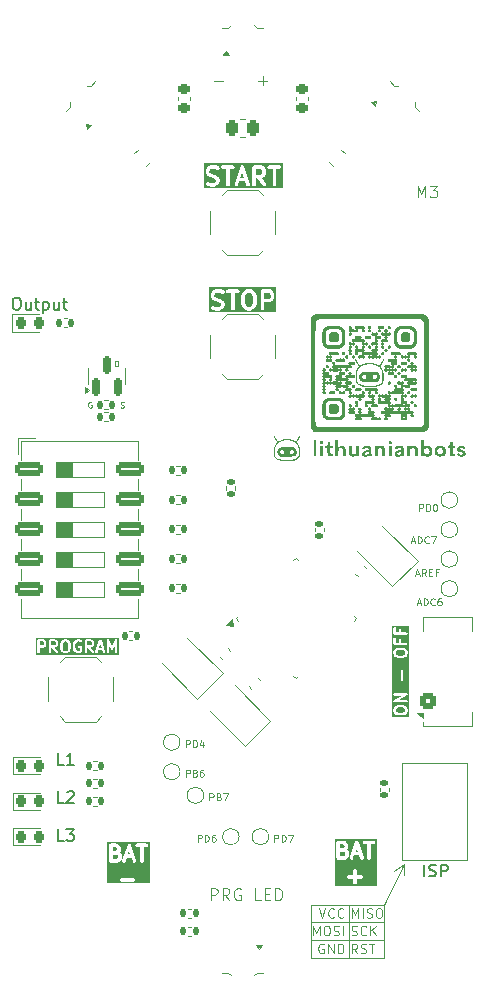
<source format=gbr>
%TF.GenerationSoftware,KiCad,Pcbnew,9.0.0*%
%TF.CreationDate,2025-11-25T16:08:04+02:00*%
%TF.ProjectId,Start_Stop_Remote,53746172-745f-4537-946f-705f52656d6f,rev?*%
%TF.SameCoordinates,Original*%
%TF.FileFunction,Legend,Top*%
%TF.FilePolarity,Positive*%
%FSLAX46Y46*%
G04 Gerber Fmt 4.6, Leading zero omitted, Abs format (unit mm)*
G04 Created by KiCad (PCBNEW 9.0.0) date 2025-11-25 16:08:04*
%MOMM*%
%LPD*%
G01*
G04 APERTURE LIST*
G04 Aperture macros list*
%AMRoundRect*
0 Rectangle with rounded corners*
0 $1 Rounding radius*
0 $2 $3 $4 $5 $6 $7 $8 $9 X,Y pos of 4 corners*
0 Add a 4 corners polygon primitive as box body*
4,1,4,$2,$3,$4,$5,$6,$7,$8,$9,$2,$3,0*
0 Add four circle primitives for the rounded corners*
1,1,$1+$1,$2,$3*
1,1,$1+$1,$4,$5*
1,1,$1+$1,$6,$7*
1,1,$1+$1,$8,$9*
0 Add four rect primitives between the rounded corners*
20,1,$1+$1,$2,$3,$4,$5,0*
20,1,$1+$1,$4,$5,$6,$7,0*
20,1,$1+$1,$6,$7,$8,$9,0*
20,1,$1+$1,$8,$9,$2,$3,0*%
%AMRotRect*
0 Rectangle, with rotation*
0 The origin of the aperture is its center*
0 $1 length*
0 $2 width*
0 $3 Rotation angle, in degrees counterclockwise*
0 Add horizontal line*
21,1,$1,$2,0,0,$3*%
G04 Aperture macros list end*
%ADD10C,0.100000*%
%ADD11C,0.075000*%
%ADD12C,0.200000*%
%ADD13C,0.325000*%
%ADD14C,0.300000*%
%ADD15C,0.120000*%
%ADD16C,0.000000*%
%ADD17R,0.750000X1.500000*%
%ADD18R,0.900000X0.900000*%
%ADD19RoundRect,0.135000X-0.185000X0.135000X-0.185000X-0.135000X0.185000X-0.135000X0.185000X0.135000X0*%
%ADD20R,1.000000X0.750000*%
%ADD21C,1.000000*%
%ADD22RoundRect,0.135000X-0.135000X-0.185000X0.135000X-0.185000X0.135000X0.185000X-0.135000X0.185000X0*%
%ADD23RoundRect,0.250000X0.945755X0.362392X0.362392X0.945755X-0.945755X-0.362392X-0.362392X-0.945755X0*%
%ADD24C,0.800000*%
%ADD25C,6.400000*%
%ADD26RoundRect,0.135000X0.135000X0.185000X-0.135000X0.185000X-0.135000X-0.185000X0.135000X-0.185000X0*%
%ADD27RoundRect,0.250000X-0.970000X-0.310000X0.970000X-0.310000X0.970000X0.310000X-0.970000X0.310000X0*%
%ADD28RoundRect,0.218750X-0.218750X-0.256250X0.218750X-0.256250X0.218750X0.256250X-0.218750X0.256250X0*%
%ADD29RoundRect,0.250000X0.450000X-0.450000X0.450000X0.450000X-0.450000X0.450000X-0.450000X-0.450000X0*%
%ADD30C,1.400000*%
%ADD31RoundRect,0.225000X0.335876X0.017678X0.017678X0.335876X-0.335876X-0.017678X-0.017678X-0.335876X0*%
%ADD32RotRect,1.500000X0.750000X225.000000*%
%ADD33RotRect,0.900000X0.900000X225.000000*%
%ADD34RoundRect,0.250000X0.503814X0.132583X0.132583X0.503814X-0.503814X-0.132583X-0.132583X-0.503814X0*%
%ADD35RoundRect,0.125000X-0.353553X-0.530330X0.530330X0.353553X0.353553X0.530330X-0.530330X-0.353553X0*%
%ADD36RoundRect,0.125000X0.353553X-0.530330X0.530330X-0.353553X-0.353553X0.530330X-0.530330X0.353553X0*%
%ADD37RotRect,1.500000X0.750000X315.000000*%
%ADD38RotRect,0.900000X0.900000X315.000000*%
%ADD39RoundRect,0.250000X0.262500X0.450000X-0.262500X0.450000X-0.262500X-0.450000X0.262500X-0.450000X0*%
%ADD40RoundRect,0.250000X-0.132583X0.503814X-0.503814X0.132583X0.132583X-0.503814X0.503814X-0.132583X0*%
%ADD41RoundRect,0.225000X0.250000X-0.225000X0.250000X0.225000X-0.250000X0.225000X-0.250000X-0.225000X0*%
%ADD42RoundRect,0.150000X0.150000X-0.587500X0.150000X0.587500X-0.150000X0.587500X-0.150000X-0.587500X0*%
%ADD43R,1.800000X1.800000*%
%ADD44C,1.800000*%
%ADD45R,1.700000X1.700000*%
%ADD46O,1.700000X1.700000*%
%ADD47RotRect,1.800000X1.800000X45.000000*%
%ADD48C,3.450000*%
%ADD49R,2.000000X2.000000*%
%ADD50C,2.000000*%
%ADD51RotRect,1.800000X1.800000X315.000000*%
G04 APERTURE END LIST*
D10*
X38500000Y-62250000D02*
X44000000Y-62250000D01*
X44000000Y-70500000D01*
X38500000Y-70500000D01*
X38500000Y-62250000D01*
X30750000Y-74250000D02*
X37000000Y-74250000D01*
X37000000Y-78750000D01*
X30750000Y-78750000D01*
X30750000Y-74250000D01*
X38649815Y-70778944D02*
X37849027Y-71444659D01*
X30750000Y-77250000D02*
X37000000Y-77250000D01*
X37000000Y-74250000D02*
X38649815Y-70778944D01*
X30750000Y-75750000D02*
X37000000Y-75750000D01*
X38649815Y-70778944D02*
X38649815Y-71750000D01*
X34000000Y-74250000D02*
X34000000Y-78750000D01*
D11*
X39279228Y-43501242D02*
X39564943Y-43501242D01*
X39222085Y-43672671D02*
X39422085Y-43072671D01*
X39422085Y-43072671D02*
X39622085Y-43672671D01*
X39822086Y-43672671D02*
X39822086Y-43072671D01*
X39822086Y-43072671D02*
X39964943Y-43072671D01*
X39964943Y-43072671D02*
X40050657Y-43101242D01*
X40050657Y-43101242D02*
X40107800Y-43158385D01*
X40107800Y-43158385D02*
X40136371Y-43215528D01*
X40136371Y-43215528D02*
X40164943Y-43329814D01*
X40164943Y-43329814D02*
X40164943Y-43415528D01*
X40164943Y-43415528D02*
X40136371Y-43529814D01*
X40136371Y-43529814D02*
X40107800Y-43586957D01*
X40107800Y-43586957D02*
X40050657Y-43644100D01*
X40050657Y-43644100D02*
X39964943Y-43672671D01*
X39964943Y-43672671D02*
X39822086Y-43672671D01*
X40764943Y-43615528D02*
X40736371Y-43644100D01*
X40736371Y-43644100D02*
X40650657Y-43672671D01*
X40650657Y-43672671D02*
X40593514Y-43672671D01*
X40593514Y-43672671D02*
X40507800Y-43644100D01*
X40507800Y-43644100D02*
X40450657Y-43586957D01*
X40450657Y-43586957D02*
X40422086Y-43529814D01*
X40422086Y-43529814D02*
X40393514Y-43415528D01*
X40393514Y-43415528D02*
X40393514Y-43329814D01*
X40393514Y-43329814D02*
X40422086Y-43215528D01*
X40422086Y-43215528D02*
X40450657Y-43158385D01*
X40450657Y-43158385D02*
X40507800Y-43101242D01*
X40507800Y-43101242D02*
X40593514Y-43072671D01*
X40593514Y-43072671D02*
X40650657Y-43072671D01*
X40650657Y-43072671D02*
X40736371Y-43101242D01*
X40736371Y-43101242D02*
X40764943Y-43129814D01*
X40964943Y-43072671D02*
X41364943Y-43072671D01*
X41364943Y-43072671D02*
X41107800Y-43672671D01*
D10*
X22303884Y-73872419D02*
X22303884Y-72872419D01*
X22303884Y-72872419D02*
X22684836Y-72872419D01*
X22684836Y-72872419D02*
X22780074Y-72920038D01*
X22780074Y-72920038D02*
X22827693Y-72967657D01*
X22827693Y-72967657D02*
X22875312Y-73062895D01*
X22875312Y-73062895D02*
X22875312Y-73205752D01*
X22875312Y-73205752D02*
X22827693Y-73300990D01*
X22827693Y-73300990D02*
X22780074Y-73348609D01*
X22780074Y-73348609D02*
X22684836Y-73396228D01*
X22684836Y-73396228D02*
X22303884Y-73396228D01*
X23875312Y-73872419D02*
X23541979Y-73396228D01*
X23303884Y-73872419D02*
X23303884Y-72872419D01*
X23303884Y-72872419D02*
X23684836Y-72872419D01*
X23684836Y-72872419D02*
X23780074Y-72920038D01*
X23780074Y-72920038D02*
X23827693Y-72967657D01*
X23827693Y-72967657D02*
X23875312Y-73062895D01*
X23875312Y-73062895D02*
X23875312Y-73205752D01*
X23875312Y-73205752D02*
X23827693Y-73300990D01*
X23827693Y-73300990D02*
X23780074Y-73348609D01*
X23780074Y-73348609D02*
X23684836Y-73396228D01*
X23684836Y-73396228D02*
X23303884Y-73396228D01*
X24827693Y-72920038D02*
X24732455Y-72872419D01*
X24732455Y-72872419D02*
X24589598Y-72872419D01*
X24589598Y-72872419D02*
X24446741Y-72920038D01*
X24446741Y-72920038D02*
X24351503Y-73015276D01*
X24351503Y-73015276D02*
X24303884Y-73110514D01*
X24303884Y-73110514D02*
X24256265Y-73300990D01*
X24256265Y-73300990D02*
X24256265Y-73443847D01*
X24256265Y-73443847D02*
X24303884Y-73634323D01*
X24303884Y-73634323D02*
X24351503Y-73729561D01*
X24351503Y-73729561D02*
X24446741Y-73824800D01*
X24446741Y-73824800D02*
X24589598Y-73872419D01*
X24589598Y-73872419D02*
X24684836Y-73872419D01*
X24684836Y-73872419D02*
X24827693Y-73824800D01*
X24827693Y-73824800D02*
X24875312Y-73777180D01*
X24875312Y-73777180D02*
X24875312Y-73443847D01*
X24875312Y-73443847D02*
X24684836Y-73443847D01*
X26541979Y-73872419D02*
X26065789Y-73872419D01*
X26065789Y-73872419D02*
X26065789Y-72872419D01*
X26875313Y-73348609D02*
X27208646Y-73348609D01*
X27351503Y-73872419D02*
X26875313Y-73872419D01*
X26875313Y-73872419D02*
X26875313Y-72872419D01*
X26875313Y-72872419D02*
X27351503Y-72872419D01*
X27780075Y-73872419D02*
X27780075Y-72872419D01*
X27780075Y-72872419D02*
X28018170Y-72872419D01*
X28018170Y-72872419D02*
X28161027Y-72920038D01*
X28161027Y-72920038D02*
X28256265Y-73015276D01*
X28256265Y-73015276D02*
X28303884Y-73110514D01*
X28303884Y-73110514D02*
X28351503Y-73300990D01*
X28351503Y-73300990D02*
X28351503Y-73443847D01*
X28351503Y-73443847D02*
X28303884Y-73634323D01*
X28303884Y-73634323D02*
X28256265Y-73729561D01*
X28256265Y-73729561D02*
X28161027Y-73824800D01*
X28161027Y-73824800D02*
X28018170Y-73872419D01*
X28018170Y-73872419D02*
X27780075Y-73872419D01*
D12*
X5771190Y-22867219D02*
X5961666Y-22867219D01*
X5961666Y-22867219D02*
X6056904Y-22914838D01*
X6056904Y-22914838D02*
X6152142Y-23010076D01*
X6152142Y-23010076D02*
X6199761Y-23200552D01*
X6199761Y-23200552D02*
X6199761Y-23533885D01*
X6199761Y-23533885D02*
X6152142Y-23724361D01*
X6152142Y-23724361D02*
X6056904Y-23819600D01*
X6056904Y-23819600D02*
X5961666Y-23867219D01*
X5961666Y-23867219D02*
X5771190Y-23867219D01*
X5771190Y-23867219D02*
X5675952Y-23819600D01*
X5675952Y-23819600D02*
X5580714Y-23724361D01*
X5580714Y-23724361D02*
X5533095Y-23533885D01*
X5533095Y-23533885D02*
X5533095Y-23200552D01*
X5533095Y-23200552D02*
X5580714Y-23010076D01*
X5580714Y-23010076D02*
X5675952Y-22914838D01*
X5675952Y-22914838D02*
X5771190Y-22867219D01*
X7056904Y-23200552D02*
X7056904Y-23867219D01*
X6628333Y-23200552D02*
X6628333Y-23724361D01*
X6628333Y-23724361D02*
X6675952Y-23819600D01*
X6675952Y-23819600D02*
X6771190Y-23867219D01*
X6771190Y-23867219D02*
X6914047Y-23867219D01*
X6914047Y-23867219D02*
X7009285Y-23819600D01*
X7009285Y-23819600D02*
X7056904Y-23771980D01*
X7390238Y-23200552D02*
X7771190Y-23200552D01*
X7533095Y-22867219D02*
X7533095Y-23724361D01*
X7533095Y-23724361D02*
X7580714Y-23819600D01*
X7580714Y-23819600D02*
X7675952Y-23867219D01*
X7675952Y-23867219D02*
X7771190Y-23867219D01*
X8104524Y-23200552D02*
X8104524Y-24200552D01*
X8104524Y-23248171D02*
X8199762Y-23200552D01*
X8199762Y-23200552D02*
X8390238Y-23200552D01*
X8390238Y-23200552D02*
X8485476Y-23248171D01*
X8485476Y-23248171D02*
X8533095Y-23295790D01*
X8533095Y-23295790D02*
X8580714Y-23391028D01*
X8580714Y-23391028D02*
X8580714Y-23676742D01*
X8580714Y-23676742D02*
X8533095Y-23771980D01*
X8533095Y-23771980D02*
X8485476Y-23819600D01*
X8485476Y-23819600D02*
X8390238Y-23867219D01*
X8390238Y-23867219D02*
X8199762Y-23867219D01*
X8199762Y-23867219D02*
X8104524Y-23819600D01*
X9437857Y-23200552D02*
X9437857Y-23867219D01*
X9009286Y-23200552D02*
X9009286Y-23724361D01*
X9009286Y-23724361D02*
X9056905Y-23819600D01*
X9056905Y-23819600D02*
X9152143Y-23867219D01*
X9152143Y-23867219D02*
X9295000Y-23867219D01*
X9295000Y-23867219D02*
X9390238Y-23819600D01*
X9390238Y-23819600D02*
X9437857Y-23771980D01*
X9771191Y-23200552D02*
X10152143Y-23200552D01*
X9914048Y-22867219D02*
X9914048Y-23724361D01*
X9914048Y-23724361D02*
X9961667Y-23819600D01*
X9961667Y-23819600D02*
X10056905Y-23867219D01*
X10056905Y-23867219D02*
X10152143Y-23867219D01*
D10*
X34256265Y-75364895D02*
X34256265Y-74564895D01*
X34256265Y-74564895D02*
X34522931Y-75136323D01*
X34522931Y-75136323D02*
X34789598Y-74564895D01*
X34789598Y-74564895D02*
X34789598Y-75364895D01*
X35170551Y-75364895D02*
X35170551Y-74564895D01*
X35513407Y-75326800D02*
X35627693Y-75364895D01*
X35627693Y-75364895D02*
X35818169Y-75364895D01*
X35818169Y-75364895D02*
X35894360Y-75326800D01*
X35894360Y-75326800D02*
X35932455Y-75288704D01*
X35932455Y-75288704D02*
X35970550Y-75212514D01*
X35970550Y-75212514D02*
X35970550Y-75136323D01*
X35970550Y-75136323D02*
X35932455Y-75060133D01*
X35932455Y-75060133D02*
X35894360Y-75022038D01*
X35894360Y-75022038D02*
X35818169Y-74983942D01*
X35818169Y-74983942D02*
X35665788Y-74945847D01*
X35665788Y-74945847D02*
X35589598Y-74907752D01*
X35589598Y-74907752D02*
X35551503Y-74869657D01*
X35551503Y-74869657D02*
X35513407Y-74793466D01*
X35513407Y-74793466D02*
X35513407Y-74717276D01*
X35513407Y-74717276D02*
X35551503Y-74641085D01*
X35551503Y-74641085D02*
X35589598Y-74602990D01*
X35589598Y-74602990D02*
X35665788Y-74564895D01*
X35665788Y-74564895D02*
X35856265Y-74564895D01*
X35856265Y-74564895D02*
X35970550Y-74602990D01*
X36465789Y-74564895D02*
X36618170Y-74564895D01*
X36618170Y-74564895D02*
X36694360Y-74602990D01*
X36694360Y-74602990D02*
X36770551Y-74679180D01*
X36770551Y-74679180D02*
X36808646Y-74831561D01*
X36808646Y-74831561D02*
X36808646Y-75098228D01*
X36808646Y-75098228D02*
X36770551Y-75250609D01*
X36770551Y-75250609D02*
X36694360Y-75326800D01*
X36694360Y-75326800D02*
X36618170Y-75364895D01*
X36618170Y-75364895D02*
X36465789Y-75364895D01*
X36465789Y-75364895D02*
X36389598Y-75326800D01*
X36389598Y-75326800D02*
X36313408Y-75250609D01*
X36313408Y-75250609D02*
X36275312Y-75098228D01*
X36275312Y-75098228D02*
X36275312Y-74831561D01*
X36275312Y-74831561D02*
X36313408Y-74679180D01*
X36313408Y-74679180D02*
X36389598Y-74602990D01*
X36389598Y-74602990D02*
X36465789Y-74564895D01*
X34218169Y-76826800D02*
X34332455Y-76864895D01*
X34332455Y-76864895D02*
X34522931Y-76864895D01*
X34522931Y-76864895D02*
X34599122Y-76826800D01*
X34599122Y-76826800D02*
X34637217Y-76788704D01*
X34637217Y-76788704D02*
X34675312Y-76712514D01*
X34675312Y-76712514D02*
X34675312Y-76636323D01*
X34675312Y-76636323D02*
X34637217Y-76560133D01*
X34637217Y-76560133D02*
X34599122Y-76522038D01*
X34599122Y-76522038D02*
X34522931Y-76483942D01*
X34522931Y-76483942D02*
X34370550Y-76445847D01*
X34370550Y-76445847D02*
X34294360Y-76407752D01*
X34294360Y-76407752D02*
X34256265Y-76369657D01*
X34256265Y-76369657D02*
X34218169Y-76293466D01*
X34218169Y-76293466D02*
X34218169Y-76217276D01*
X34218169Y-76217276D02*
X34256265Y-76141085D01*
X34256265Y-76141085D02*
X34294360Y-76102990D01*
X34294360Y-76102990D02*
X34370550Y-76064895D01*
X34370550Y-76064895D02*
X34561027Y-76064895D01*
X34561027Y-76064895D02*
X34675312Y-76102990D01*
X35475313Y-76788704D02*
X35437217Y-76826800D01*
X35437217Y-76826800D02*
X35322932Y-76864895D01*
X35322932Y-76864895D02*
X35246741Y-76864895D01*
X35246741Y-76864895D02*
X35132455Y-76826800D01*
X35132455Y-76826800D02*
X35056265Y-76750609D01*
X35056265Y-76750609D02*
X35018170Y-76674419D01*
X35018170Y-76674419D02*
X34980074Y-76522038D01*
X34980074Y-76522038D02*
X34980074Y-76407752D01*
X34980074Y-76407752D02*
X35018170Y-76255371D01*
X35018170Y-76255371D02*
X35056265Y-76179180D01*
X35056265Y-76179180D02*
X35132455Y-76102990D01*
X35132455Y-76102990D02*
X35246741Y-76064895D01*
X35246741Y-76064895D02*
X35322932Y-76064895D01*
X35322932Y-76064895D02*
X35437217Y-76102990D01*
X35437217Y-76102990D02*
X35475313Y-76141085D01*
X35818170Y-76864895D02*
X35818170Y-76064895D01*
X36275313Y-76864895D02*
X35932455Y-76407752D01*
X36275313Y-76064895D02*
X35818170Y-76522038D01*
X26303884Y-4491466D02*
X27065789Y-4491466D01*
X26684836Y-4872419D02*
X26684836Y-4110514D01*
D13*
G36*
X33638410Y-69811024D02*
G01*
X33654543Y-69827157D01*
X33687499Y-69893068D01*
X33687499Y-70002061D01*
X33654543Y-70067973D01*
X33629932Y-70092584D01*
X33564019Y-70125541D01*
X33269642Y-70125541D01*
X33269642Y-69769589D01*
X33514106Y-69769589D01*
X33638410Y-69811024D01*
G37*
G36*
X33568025Y-69183496D02*
G01*
X33592639Y-69208110D01*
X33625595Y-69274021D01*
X33625595Y-69321108D01*
X33592639Y-69387019D01*
X33568025Y-69411633D01*
X33502115Y-69444589D01*
X33269642Y-69444589D01*
X33269642Y-69150541D01*
X33502115Y-69150541D01*
X33568025Y-69183496D01*
G37*
G36*
X34738829Y-69754113D02*
G01*
X34570694Y-69754113D01*
X34654761Y-69501911D01*
X34738829Y-69754113D01*
G37*
G36*
X36400449Y-72702846D02*
G01*
X32782142Y-72702846D01*
X32782142Y-71854028D01*
X33845383Y-71854028D01*
X33845383Y-71917432D01*
X33869647Y-71976010D01*
X33914481Y-72020844D01*
X33973059Y-72045108D01*
X34004761Y-72048230D01*
X34337499Y-72048230D01*
X34337499Y-72380968D01*
X34340621Y-72412670D01*
X34364885Y-72471248D01*
X34409719Y-72516082D01*
X34468297Y-72540346D01*
X34531701Y-72540346D01*
X34590279Y-72516082D01*
X34635113Y-72471248D01*
X34659377Y-72412670D01*
X34662499Y-72380968D01*
X34662499Y-72048230D01*
X34995238Y-72048230D01*
X35026940Y-72045108D01*
X35085518Y-72020844D01*
X35130352Y-71976010D01*
X35154616Y-71917432D01*
X35154616Y-71854028D01*
X35130352Y-71795450D01*
X35085518Y-71750616D01*
X35026940Y-71726352D01*
X34995238Y-71723230D01*
X34662499Y-71723230D01*
X34662499Y-71390492D01*
X34659377Y-71358790D01*
X34635113Y-71300212D01*
X34590279Y-71255378D01*
X34531701Y-71231114D01*
X34468297Y-71231114D01*
X34409719Y-71255378D01*
X34364885Y-71300212D01*
X34340621Y-71358790D01*
X34337499Y-71390492D01*
X34337499Y-71723230D01*
X34004761Y-71723230D01*
X33973059Y-71726352D01*
X33914481Y-71750616D01*
X33869647Y-71795450D01*
X33845383Y-71854028D01*
X32782142Y-71854028D01*
X32782142Y-68988041D01*
X32944642Y-68988041D01*
X32944642Y-70288041D01*
X32947764Y-70319743D01*
X32972028Y-70378321D01*
X33016862Y-70423155D01*
X33075440Y-70447419D01*
X33107142Y-70450541D01*
X33602380Y-70450541D01*
X33634082Y-70447419D01*
X33639475Y-70445184D01*
X33645300Y-70444771D01*
X33675051Y-70433386D01*
X33798861Y-70371482D01*
X33812503Y-70362894D01*
X33816471Y-70361251D01*
X33820937Y-70357585D01*
X33825820Y-70354512D01*
X33828630Y-70351272D01*
X33841095Y-70341042D01*
X33903000Y-70279137D01*
X33912372Y-70267716D01*
X34060204Y-70267716D01*
X34064699Y-70330961D01*
X34093054Y-70387672D01*
X34140953Y-70429215D01*
X34201103Y-70449265D01*
X34264348Y-70444770D01*
X34321059Y-70416415D01*
X34362602Y-70368516D01*
X34375589Y-70339428D01*
X34462361Y-70079113D01*
X34847162Y-70079113D01*
X34933934Y-70339429D01*
X34946921Y-70368516D01*
X34988464Y-70416415D01*
X35045175Y-70444771D01*
X35108420Y-70449266D01*
X35168570Y-70429216D01*
X35216469Y-70387673D01*
X35244825Y-70330962D01*
X35249319Y-70267717D01*
X35242256Y-70236654D01*
X34815484Y-68956339D01*
X35176336Y-68956339D01*
X35176336Y-69019743D01*
X35200600Y-69078321D01*
X35245434Y-69123155D01*
X35304012Y-69147419D01*
X35335714Y-69150541D01*
X35544643Y-69150541D01*
X35544643Y-70288041D01*
X35547765Y-70319743D01*
X35572029Y-70378321D01*
X35616863Y-70423155D01*
X35675441Y-70447419D01*
X35738845Y-70447419D01*
X35797423Y-70423155D01*
X35842257Y-70378321D01*
X35866521Y-70319743D01*
X35869643Y-70288041D01*
X35869643Y-69150541D01*
X36078571Y-69150541D01*
X36110273Y-69147419D01*
X36168851Y-69123155D01*
X36213685Y-69078321D01*
X36237949Y-69019743D01*
X36237949Y-68956339D01*
X36213685Y-68897761D01*
X36168851Y-68852927D01*
X36110273Y-68828663D01*
X36078571Y-68825541D01*
X35335714Y-68825541D01*
X35304012Y-68828663D01*
X35245434Y-68852927D01*
X35200600Y-68897761D01*
X35176336Y-68956339D01*
X34815484Y-68956339D01*
X34808922Y-68936654D01*
X34795935Y-68907566D01*
X34788326Y-68898793D01*
X34783135Y-68888410D01*
X34767742Y-68875059D01*
X34754392Y-68859667D01*
X34744008Y-68854475D01*
X34735236Y-68846867D01*
X34715902Y-68840422D01*
X34697681Y-68831312D01*
X34686101Y-68830488D01*
X34675085Y-68826817D01*
X34654760Y-68828261D01*
X34634436Y-68826817D01*
X34623419Y-68830489D01*
X34611841Y-68831312D01*
X34593620Y-68840422D01*
X34574286Y-68846867D01*
X34565513Y-68854475D01*
X34555130Y-68859667D01*
X34541779Y-68875059D01*
X34526387Y-68888410D01*
X34521195Y-68898793D01*
X34513587Y-68907566D01*
X34500600Y-68936654D01*
X34067267Y-70236654D01*
X34060204Y-70267716D01*
X33912372Y-70267716D01*
X33913228Y-70266673D01*
X33916470Y-70263862D01*
X33919545Y-70258975D01*
X33923209Y-70254512D01*
X33924851Y-70250547D01*
X33933440Y-70236903D01*
X33995344Y-70113094D01*
X34006729Y-70083342D01*
X34007142Y-70077517D01*
X34009377Y-70072124D01*
X34012499Y-70040422D01*
X34012499Y-69854708D01*
X34009377Y-69823006D01*
X34007142Y-69817612D01*
X34006729Y-69811788D01*
X33995344Y-69782036D01*
X33933440Y-69658227D01*
X33924850Y-69644581D01*
X33923208Y-69640616D01*
X33919544Y-69636151D01*
X33916470Y-69631268D01*
X33913229Y-69628457D01*
X33902999Y-69615992D01*
X33860971Y-69573964D01*
X33861304Y-69573559D01*
X33862945Y-69569595D01*
X33871534Y-69555952D01*
X33933439Y-69432143D01*
X33944824Y-69402391D01*
X33945237Y-69396568D01*
X33947473Y-69391172D01*
X33950595Y-69359470D01*
X33950595Y-69235660D01*
X33947473Y-69203958D01*
X33945237Y-69198561D01*
X33944824Y-69192739D01*
X33933439Y-69162987D01*
X33871534Y-69039178D01*
X33862945Y-69025534D01*
X33861304Y-69021571D01*
X33857641Y-69017108D01*
X33854564Y-69012219D01*
X33851320Y-69009406D01*
X33841095Y-68996946D01*
X33779190Y-68935041D01*
X33766728Y-68924813D01*
X33763917Y-68921572D01*
X33759030Y-68918496D01*
X33754566Y-68914832D01*
X33750599Y-68913189D01*
X33736958Y-68904602D01*
X33613149Y-68842697D01*
X33583397Y-68831312D01*
X33577574Y-68830898D01*
X33572178Y-68828663D01*
X33540476Y-68825541D01*
X33107142Y-68825541D01*
X33075440Y-68828663D01*
X33016862Y-68852927D01*
X32972028Y-68897761D01*
X32947764Y-68956339D01*
X32944642Y-68988041D01*
X32782142Y-68988041D01*
X32782142Y-68663041D01*
X36400449Y-68663041D01*
X36400449Y-72702846D01*
G37*
D11*
X22192199Y-65422671D02*
X22192199Y-64822671D01*
X22192199Y-64822671D02*
X22420770Y-64822671D01*
X22420770Y-64822671D02*
X22477913Y-64851242D01*
X22477913Y-64851242D02*
X22506484Y-64879814D01*
X22506484Y-64879814D02*
X22535056Y-64936957D01*
X22535056Y-64936957D02*
X22535056Y-65022671D01*
X22535056Y-65022671D02*
X22506484Y-65079814D01*
X22506484Y-65079814D02*
X22477913Y-65108385D01*
X22477913Y-65108385D02*
X22420770Y-65136957D01*
X22420770Y-65136957D02*
X22192199Y-65136957D01*
X22992199Y-65108385D02*
X23077913Y-65136957D01*
X23077913Y-65136957D02*
X23106484Y-65165528D01*
X23106484Y-65165528D02*
X23135056Y-65222671D01*
X23135056Y-65222671D02*
X23135056Y-65308385D01*
X23135056Y-65308385D02*
X23106484Y-65365528D01*
X23106484Y-65365528D02*
X23077913Y-65394100D01*
X23077913Y-65394100D02*
X23020770Y-65422671D01*
X23020770Y-65422671D02*
X22792199Y-65422671D01*
X22792199Y-65422671D02*
X22792199Y-64822671D01*
X22792199Y-64822671D02*
X22992199Y-64822671D01*
X22992199Y-64822671D02*
X23049342Y-64851242D01*
X23049342Y-64851242D02*
X23077913Y-64879814D01*
X23077913Y-64879814D02*
X23106484Y-64936957D01*
X23106484Y-64936957D02*
X23106484Y-64994100D01*
X23106484Y-64994100D02*
X23077913Y-65051242D01*
X23077913Y-65051242D02*
X23049342Y-65079814D01*
X23049342Y-65079814D02*
X22992199Y-65108385D01*
X22992199Y-65108385D02*
X22792199Y-65108385D01*
X23335056Y-64822671D02*
X23735056Y-64822671D01*
X23735056Y-64822671D02*
X23477913Y-65422671D01*
X39942199Y-40922671D02*
X39942199Y-40322671D01*
X39942199Y-40322671D02*
X40170770Y-40322671D01*
X40170770Y-40322671D02*
X40227913Y-40351242D01*
X40227913Y-40351242D02*
X40256484Y-40379814D01*
X40256484Y-40379814D02*
X40285056Y-40436957D01*
X40285056Y-40436957D02*
X40285056Y-40522671D01*
X40285056Y-40522671D02*
X40256484Y-40579814D01*
X40256484Y-40579814D02*
X40227913Y-40608385D01*
X40227913Y-40608385D02*
X40170770Y-40636957D01*
X40170770Y-40636957D02*
X39942199Y-40636957D01*
X40542199Y-40922671D02*
X40542199Y-40322671D01*
X40542199Y-40322671D02*
X40685056Y-40322671D01*
X40685056Y-40322671D02*
X40770770Y-40351242D01*
X40770770Y-40351242D02*
X40827913Y-40408385D01*
X40827913Y-40408385D02*
X40856484Y-40465528D01*
X40856484Y-40465528D02*
X40885056Y-40579814D01*
X40885056Y-40579814D02*
X40885056Y-40665528D01*
X40885056Y-40665528D02*
X40856484Y-40779814D01*
X40856484Y-40779814D02*
X40827913Y-40836957D01*
X40827913Y-40836957D02*
X40770770Y-40894100D01*
X40770770Y-40894100D02*
X40685056Y-40922671D01*
X40685056Y-40922671D02*
X40542199Y-40922671D01*
X41256484Y-40322671D02*
X41313627Y-40322671D01*
X41313627Y-40322671D02*
X41370770Y-40351242D01*
X41370770Y-40351242D02*
X41399342Y-40379814D01*
X41399342Y-40379814D02*
X41427913Y-40436957D01*
X41427913Y-40436957D02*
X41456484Y-40551242D01*
X41456484Y-40551242D02*
X41456484Y-40694100D01*
X41456484Y-40694100D02*
X41427913Y-40808385D01*
X41427913Y-40808385D02*
X41399342Y-40865528D01*
X41399342Y-40865528D02*
X41370770Y-40894100D01*
X41370770Y-40894100D02*
X41313627Y-40922671D01*
X41313627Y-40922671D02*
X41256484Y-40922671D01*
X41256484Y-40922671D02*
X41199342Y-40894100D01*
X41199342Y-40894100D02*
X41170770Y-40865528D01*
X41170770Y-40865528D02*
X41142199Y-40808385D01*
X41142199Y-40808385D02*
X41113627Y-40694100D01*
X41113627Y-40694100D02*
X41113627Y-40551242D01*
X41113627Y-40551242D02*
X41142199Y-40436957D01*
X41142199Y-40436957D02*
X41170770Y-40379814D01*
X41170770Y-40379814D02*
X41199342Y-40351242D01*
X41199342Y-40351242D02*
X41256484Y-40322671D01*
D10*
X31474687Y-74564895D02*
X31741354Y-75364895D01*
X31741354Y-75364895D02*
X32008020Y-74564895D01*
X32731830Y-75288704D02*
X32693734Y-75326800D01*
X32693734Y-75326800D02*
X32579449Y-75364895D01*
X32579449Y-75364895D02*
X32503258Y-75364895D01*
X32503258Y-75364895D02*
X32388972Y-75326800D01*
X32388972Y-75326800D02*
X32312782Y-75250609D01*
X32312782Y-75250609D02*
X32274687Y-75174419D01*
X32274687Y-75174419D02*
X32236591Y-75022038D01*
X32236591Y-75022038D02*
X32236591Y-74907752D01*
X32236591Y-74907752D02*
X32274687Y-74755371D01*
X32274687Y-74755371D02*
X32312782Y-74679180D01*
X32312782Y-74679180D02*
X32388972Y-74602990D01*
X32388972Y-74602990D02*
X32503258Y-74564895D01*
X32503258Y-74564895D02*
X32579449Y-74564895D01*
X32579449Y-74564895D02*
X32693734Y-74602990D01*
X32693734Y-74602990D02*
X32731830Y-74641085D01*
X33531830Y-75288704D02*
X33493734Y-75326800D01*
X33493734Y-75326800D02*
X33379449Y-75364895D01*
X33379449Y-75364895D02*
X33303258Y-75364895D01*
X33303258Y-75364895D02*
X33188972Y-75326800D01*
X33188972Y-75326800D02*
X33112782Y-75250609D01*
X33112782Y-75250609D02*
X33074687Y-75174419D01*
X33074687Y-75174419D02*
X33036591Y-75022038D01*
X33036591Y-75022038D02*
X33036591Y-74907752D01*
X33036591Y-74907752D02*
X33074687Y-74755371D01*
X33074687Y-74755371D02*
X33112782Y-74679180D01*
X33112782Y-74679180D02*
X33188972Y-74602990D01*
X33188972Y-74602990D02*
X33303258Y-74564895D01*
X33303258Y-74564895D02*
X33379449Y-74564895D01*
X33379449Y-74564895D02*
X33493734Y-74602990D01*
X33493734Y-74602990D02*
X33531830Y-74641085D01*
X12196741Y-31707419D02*
X12149122Y-31683609D01*
X12149122Y-31683609D02*
X12077693Y-31683609D01*
X12077693Y-31683609D02*
X12006265Y-31707419D01*
X12006265Y-31707419D02*
X11958646Y-31755038D01*
X11958646Y-31755038D02*
X11934836Y-31802657D01*
X11934836Y-31802657D02*
X11911027Y-31897895D01*
X11911027Y-31897895D02*
X11911027Y-31969323D01*
X11911027Y-31969323D02*
X11934836Y-32064561D01*
X11934836Y-32064561D02*
X11958646Y-32112180D01*
X11958646Y-32112180D02*
X12006265Y-32159800D01*
X12006265Y-32159800D02*
X12077693Y-32183609D01*
X12077693Y-32183609D02*
X12125312Y-32183609D01*
X12125312Y-32183609D02*
X12196741Y-32159800D01*
X12196741Y-32159800D02*
X12220550Y-32135990D01*
X12220550Y-32135990D02*
X12220550Y-31969323D01*
X12220550Y-31969323D02*
X12125312Y-31969323D01*
X22553884Y-4491466D02*
X23315789Y-4491466D01*
D11*
X21192199Y-68922671D02*
X21192199Y-68322671D01*
X21192199Y-68322671D02*
X21420770Y-68322671D01*
X21420770Y-68322671D02*
X21477913Y-68351242D01*
X21477913Y-68351242D02*
X21506484Y-68379814D01*
X21506484Y-68379814D02*
X21535056Y-68436957D01*
X21535056Y-68436957D02*
X21535056Y-68522671D01*
X21535056Y-68522671D02*
X21506484Y-68579814D01*
X21506484Y-68579814D02*
X21477913Y-68608385D01*
X21477913Y-68608385D02*
X21420770Y-68636957D01*
X21420770Y-68636957D02*
X21192199Y-68636957D01*
X21792199Y-68922671D02*
X21792199Y-68322671D01*
X21792199Y-68322671D02*
X21935056Y-68322671D01*
X21935056Y-68322671D02*
X22020770Y-68351242D01*
X22020770Y-68351242D02*
X22077913Y-68408385D01*
X22077913Y-68408385D02*
X22106484Y-68465528D01*
X22106484Y-68465528D02*
X22135056Y-68579814D01*
X22135056Y-68579814D02*
X22135056Y-68665528D01*
X22135056Y-68665528D02*
X22106484Y-68779814D01*
X22106484Y-68779814D02*
X22077913Y-68836957D01*
X22077913Y-68836957D02*
X22020770Y-68894100D01*
X22020770Y-68894100D02*
X21935056Y-68922671D01*
X21935056Y-68922671D02*
X21792199Y-68922671D01*
X22649342Y-68322671D02*
X22535056Y-68322671D01*
X22535056Y-68322671D02*
X22477913Y-68351242D01*
X22477913Y-68351242D02*
X22449342Y-68379814D01*
X22449342Y-68379814D02*
X22392199Y-68465528D01*
X22392199Y-68465528D02*
X22363627Y-68579814D01*
X22363627Y-68579814D02*
X22363627Y-68808385D01*
X22363627Y-68808385D02*
X22392199Y-68865528D01*
X22392199Y-68865528D02*
X22420770Y-68894100D01*
X22420770Y-68894100D02*
X22477913Y-68922671D01*
X22477913Y-68922671D02*
X22592199Y-68922671D01*
X22592199Y-68922671D02*
X22649342Y-68894100D01*
X22649342Y-68894100D02*
X22677913Y-68865528D01*
X22677913Y-68865528D02*
X22706484Y-68808385D01*
X22706484Y-68808385D02*
X22706484Y-68665528D01*
X22706484Y-68665528D02*
X22677913Y-68608385D01*
X22677913Y-68608385D02*
X22649342Y-68579814D01*
X22649342Y-68579814D02*
X22592199Y-68551242D01*
X22592199Y-68551242D02*
X22477913Y-68551242D01*
X22477913Y-68551242D02*
X22420770Y-68579814D01*
X22420770Y-68579814D02*
X22392199Y-68608385D01*
X22392199Y-68608385D02*
X22363627Y-68665528D01*
D10*
X34713408Y-78364895D02*
X34446741Y-77983942D01*
X34256265Y-78364895D02*
X34256265Y-77564895D01*
X34256265Y-77564895D02*
X34561027Y-77564895D01*
X34561027Y-77564895D02*
X34637217Y-77602990D01*
X34637217Y-77602990D02*
X34675312Y-77641085D01*
X34675312Y-77641085D02*
X34713408Y-77717276D01*
X34713408Y-77717276D02*
X34713408Y-77831561D01*
X34713408Y-77831561D02*
X34675312Y-77907752D01*
X34675312Y-77907752D02*
X34637217Y-77945847D01*
X34637217Y-77945847D02*
X34561027Y-77983942D01*
X34561027Y-77983942D02*
X34256265Y-77983942D01*
X35018169Y-78326800D02*
X35132455Y-78364895D01*
X35132455Y-78364895D02*
X35322931Y-78364895D01*
X35322931Y-78364895D02*
X35399122Y-78326800D01*
X35399122Y-78326800D02*
X35437217Y-78288704D01*
X35437217Y-78288704D02*
X35475312Y-78212514D01*
X35475312Y-78212514D02*
X35475312Y-78136323D01*
X35475312Y-78136323D02*
X35437217Y-78060133D01*
X35437217Y-78060133D02*
X35399122Y-78022038D01*
X35399122Y-78022038D02*
X35322931Y-77983942D01*
X35322931Y-77983942D02*
X35170550Y-77945847D01*
X35170550Y-77945847D02*
X35094360Y-77907752D01*
X35094360Y-77907752D02*
X35056265Y-77869657D01*
X35056265Y-77869657D02*
X35018169Y-77793466D01*
X35018169Y-77793466D02*
X35018169Y-77717276D01*
X35018169Y-77717276D02*
X35056265Y-77641085D01*
X35056265Y-77641085D02*
X35094360Y-77602990D01*
X35094360Y-77602990D02*
X35170550Y-77564895D01*
X35170550Y-77564895D02*
X35361027Y-77564895D01*
X35361027Y-77564895D02*
X35475312Y-77602990D01*
X35703884Y-77564895D02*
X36161027Y-77564895D01*
X35932455Y-78364895D02*
X35932455Y-77564895D01*
D13*
G36*
X14388410Y-70061024D02*
G01*
X14404543Y-70077157D01*
X14437499Y-70143068D01*
X14437499Y-70252061D01*
X14404543Y-70317973D01*
X14379932Y-70342584D01*
X14314019Y-70375541D01*
X14019642Y-70375541D01*
X14019642Y-70019589D01*
X14264106Y-70019589D01*
X14388410Y-70061024D01*
G37*
G36*
X14318025Y-69433496D02*
G01*
X14342639Y-69458110D01*
X14375595Y-69524021D01*
X14375595Y-69571108D01*
X14342639Y-69637019D01*
X14318025Y-69661633D01*
X14252115Y-69694589D01*
X14019642Y-69694589D01*
X14019642Y-69400541D01*
X14252115Y-69400541D01*
X14318025Y-69433496D01*
G37*
G36*
X15488829Y-70004113D02*
G01*
X15320694Y-70004113D01*
X15404761Y-69751911D01*
X15488829Y-70004113D01*
G37*
G36*
X17150449Y-72460730D02*
G01*
X13532142Y-72460730D01*
X13532142Y-72104028D01*
X14595383Y-72104028D01*
X14595383Y-72167432D01*
X14619647Y-72226010D01*
X14664481Y-72270844D01*
X14723059Y-72295108D01*
X14754761Y-72298230D01*
X15745238Y-72298230D01*
X15776940Y-72295108D01*
X15835518Y-72270844D01*
X15880352Y-72226010D01*
X15904616Y-72167432D01*
X15904616Y-72104028D01*
X15880352Y-72045450D01*
X15835518Y-72000616D01*
X15776940Y-71976352D01*
X15745238Y-71973230D01*
X14754761Y-71973230D01*
X14723059Y-71976352D01*
X14664481Y-72000616D01*
X14619647Y-72045450D01*
X14595383Y-72104028D01*
X13532142Y-72104028D01*
X13532142Y-69238041D01*
X13694642Y-69238041D01*
X13694642Y-70538041D01*
X13697764Y-70569743D01*
X13722028Y-70628321D01*
X13766862Y-70673155D01*
X13825440Y-70697419D01*
X13857142Y-70700541D01*
X14352380Y-70700541D01*
X14384082Y-70697419D01*
X14389475Y-70695184D01*
X14395300Y-70694771D01*
X14425051Y-70683386D01*
X14548861Y-70621482D01*
X14562503Y-70612894D01*
X14566471Y-70611251D01*
X14570937Y-70607585D01*
X14575820Y-70604512D01*
X14578630Y-70601272D01*
X14591095Y-70591042D01*
X14653000Y-70529137D01*
X14662372Y-70517716D01*
X14810204Y-70517716D01*
X14814699Y-70580961D01*
X14843054Y-70637672D01*
X14890953Y-70679215D01*
X14951103Y-70699265D01*
X15014348Y-70694770D01*
X15071059Y-70666415D01*
X15112602Y-70618516D01*
X15125589Y-70589428D01*
X15212361Y-70329113D01*
X15597162Y-70329113D01*
X15683934Y-70589429D01*
X15696921Y-70618516D01*
X15738464Y-70666415D01*
X15795175Y-70694771D01*
X15858420Y-70699266D01*
X15918570Y-70679216D01*
X15966469Y-70637673D01*
X15994825Y-70580962D01*
X15999319Y-70517717D01*
X15992256Y-70486654D01*
X15565484Y-69206339D01*
X15926336Y-69206339D01*
X15926336Y-69269743D01*
X15950600Y-69328321D01*
X15995434Y-69373155D01*
X16054012Y-69397419D01*
X16085714Y-69400541D01*
X16294643Y-69400541D01*
X16294643Y-70538041D01*
X16297765Y-70569743D01*
X16322029Y-70628321D01*
X16366863Y-70673155D01*
X16425441Y-70697419D01*
X16488845Y-70697419D01*
X16547423Y-70673155D01*
X16592257Y-70628321D01*
X16616521Y-70569743D01*
X16619643Y-70538041D01*
X16619643Y-69400541D01*
X16828571Y-69400541D01*
X16860273Y-69397419D01*
X16918851Y-69373155D01*
X16963685Y-69328321D01*
X16987949Y-69269743D01*
X16987949Y-69206339D01*
X16963685Y-69147761D01*
X16918851Y-69102927D01*
X16860273Y-69078663D01*
X16828571Y-69075541D01*
X16085714Y-69075541D01*
X16054012Y-69078663D01*
X15995434Y-69102927D01*
X15950600Y-69147761D01*
X15926336Y-69206339D01*
X15565484Y-69206339D01*
X15558922Y-69186654D01*
X15545935Y-69157566D01*
X15538326Y-69148793D01*
X15533135Y-69138410D01*
X15517742Y-69125059D01*
X15504392Y-69109667D01*
X15494008Y-69104475D01*
X15485236Y-69096867D01*
X15465902Y-69090422D01*
X15447681Y-69081312D01*
X15436101Y-69080488D01*
X15425085Y-69076817D01*
X15404760Y-69078261D01*
X15384436Y-69076817D01*
X15373419Y-69080489D01*
X15361841Y-69081312D01*
X15343620Y-69090422D01*
X15324286Y-69096867D01*
X15315513Y-69104475D01*
X15305130Y-69109667D01*
X15291779Y-69125059D01*
X15276387Y-69138410D01*
X15271195Y-69148793D01*
X15263587Y-69157566D01*
X15250600Y-69186654D01*
X14817267Y-70486654D01*
X14810204Y-70517716D01*
X14662372Y-70517716D01*
X14663228Y-70516673D01*
X14666470Y-70513862D01*
X14669545Y-70508975D01*
X14673209Y-70504512D01*
X14674851Y-70500547D01*
X14683440Y-70486903D01*
X14745344Y-70363094D01*
X14756729Y-70333342D01*
X14757142Y-70327517D01*
X14759377Y-70322124D01*
X14762499Y-70290422D01*
X14762499Y-70104708D01*
X14759377Y-70073006D01*
X14757142Y-70067612D01*
X14756729Y-70061788D01*
X14745344Y-70032036D01*
X14683440Y-69908227D01*
X14674850Y-69894581D01*
X14673208Y-69890616D01*
X14669544Y-69886151D01*
X14666470Y-69881268D01*
X14663229Y-69878457D01*
X14652999Y-69865992D01*
X14610971Y-69823964D01*
X14611304Y-69823559D01*
X14612945Y-69819595D01*
X14621534Y-69805952D01*
X14683439Y-69682143D01*
X14694824Y-69652391D01*
X14695237Y-69646568D01*
X14697473Y-69641172D01*
X14700595Y-69609470D01*
X14700595Y-69485660D01*
X14697473Y-69453958D01*
X14695237Y-69448561D01*
X14694824Y-69442739D01*
X14683439Y-69412987D01*
X14621534Y-69289178D01*
X14612945Y-69275534D01*
X14611304Y-69271571D01*
X14607641Y-69267108D01*
X14604564Y-69262219D01*
X14601320Y-69259406D01*
X14591095Y-69246946D01*
X14529190Y-69185041D01*
X14516728Y-69174813D01*
X14513917Y-69171572D01*
X14509030Y-69168496D01*
X14504566Y-69164832D01*
X14500599Y-69163189D01*
X14486958Y-69154602D01*
X14363149Y-69092697D01*
X14333397Y-69081312D01*
X14327574Y-69080898D01*
X14322178Y-69078663D01*
X14290476Y-69075541D01*
X13857142Y-69075541D01*
X13825440Y-69078663D01*
X13766862Y-69102927D01*
X13722028Y-69147761D01*
X13697764Y-69206339D01*
X13694642Y-69238041D01*
X13532142Y-69238041D01*
X13532142Y-68913041D01*
X17150449Y-68913041D01*
X17150449Y-72460730D01*
G37*
D12*
X40369673Y-71867219D02*
X40369673Y-70867219D01*
X40798244Y-71819600D02*
X40941101Y-71867219D01*
X40941101Y-71867219D02*
X41179196Y-71867219D01*
X41179196Y-71867219D02*
X41274434Y-71819600D01*
X41274434Y-71819600D02*
X41322053Y-71771980D01*
X41322053Y-71771980D02*
X41369672Y-71676742D01*
X41369672Y-71676742D02*
X41369672Y-71581504D01*
X41369672Y-71581504D02*
X41322053Y-71486266D01*
X41322053Y-71486266D02*
X41274434Y-71438647D01*
X41274434Y-71438647D02*
X41179196Y-71391028D01*
X41179196Y-71391028D02*
X40988720Y-71343409D01*
X40988720Y-71343409D02*
X40893482Y-71295790D01*
X40893482Y-71295790D02*
X40845863Y-71248171D01*
X40845863Y-71248171D02*
X40798244Y-71152933D01*
X40798244Y-71152933D02*
X40798244Y-71057695D01*
X40798244Y-71057695D02*
X40845863Y-70962457D01*
X40845863Y-70962457D02*
X40893482Y-70914838D01*
X40893482Y-70914838D02*
X40988720Y-70867219D01*
X40988720Y-70867219D02*
X41226815Y-70867219D01*
X41226815Y-70867219D02*
X41369672Y-70914838D01*
X41798244Y-71867219D02*
X41798244Y-70867219D01*
X41798244Y-70867219D02*
X42179196Y-70867219D01*
X42179196Y-70867219D02*
X42274434Y-70914838D01*
X42274434Y-70914838D02*
X42322053Y-70962457D01*
X42322053Y-70962457D02*
X42369672Y-71057695D01*
X42369672Y-71057695D02*
X42369672Y-71200552D01*
X42369672Y-71200552D02*
X42322053Y-71295790D01*
X42322053Y-71295790D02*
X42274434Y-71343409D01*
X42274434Y-71343409D02*
X42179196Y-71391028D01*
X42179196Y-71391028D02*
X41798244Y-71391028D01*
G36*
X38673236Y-57590296D02*
G01*
X38737414Y-57654473D01*
X38767219Y-57714083D01*
X38767219Y-57857345D01*
X38737414Y-57916954D01*
X38673236Y-57981131D01*
X38521575Y-58019047D01*
X38212861Y-58019047D01*
X38061202Y-57981132D01*
X37997023Y-57916953D01*
X37967219Y-57857344D01*
X37967219Y-57714083D01*
X37997023Y-57654474D01*
X38061202Y-57590295D01*
X38212861Y-57552381D01*
X38521575Y-57552381D01*
X38673236Y-57590296D01*
G37*
G36*
X38673236Y-52733153D02*
G01*
X38737414Y-52797330D01*
X38767219Y-52856940D01*
X38767219Y-53000202D01*
X38737414Y-53059811D01*
X38673236Y-53123988D01*
X38521575Y-53161904D01*
X38212861Y-53161904D01*
X38061202Y-53123989D01*
X37997023Y-53059810D01*
X37967219Y-53000201D01*
X37967219Y-52856940D01*
X37997023Y-52797331D01*
X38061202Y-52733152D01*
X38212861Y-52695238D01*
X38521575Y-52695238D01*
X38673236Y-52733153D01*
G37*
G36*
X39078330Y-58330158D02*
G01*
X37656108Y-58330158D01*
X37656108Y-57690476D01*
X37767219Y-57690476D01*
X37767219Y-57880952D01*
X37769140Y-57900461D01*
X37770515Y-57903781D01*
X37770770Y-57907365D01*
X37777776Y-57925673D01*
X37825395Y-58020911D01*
X37830680Y-58029307D01*
X37831691Y-58031747D01*
X37833944Y-58034493D01*
X37835838Y-58037501D01*
X37837832Y-58039230D01*
X37844127Y-58046901D01*
X37939365Y-58142139D01*
X37954519Y-58154575D01*
X37961387Y-58157420D01*
X37967362Y-58161847D01*
X37985822Y-58168442D01*
X38176298Y-58216061D01*
X38179679Y-58216561D01*
X38181043Y-58217126D01*
X38188393Y-58217849D01*
X38195691Y-58218929D01*
X38197149Y-58218711D01*
X38200552Y-58219047D01*
X38533885Y-58219047D01*
X38537287Y-58218711D01*
X38538746Y-58218929D01*
X38546043Y-58217849D01*
X38553394Y-58217126D01*
X38554757Y-58216561D01*
X38558139Y-58216061D01*
X38748614Y-58168442D01*
X38767075Y-58161847D01*
X38773047Y-58157421D01*
X38779918Y-58154576D01*
X38795071Y-58142139D01*
X38890311Y-58046901D01*
X38896604Y-58039232D01*
X38898600Y-58037502D01*
X38900493Y-58034494D01*
X38902747Y-58031748D01*
X38903757Y-58029307D01*
X38909043Y-58020911D01*
X38956662Y-57925674D01*
X38963668Y-57907365D01*
X38963922Y-57903781D01*
X38965298Y-57900461D01*
X38967219Y-57880952D01*
X38967219Y-57690476D01*
X38965298Y-57670967D01*
X38963922Y-57667646D01*
X38963668Y-57664063D01*
X38956662Y-57645754D01*
X38909043Y-57550517D01*
X38903757Y-57542120D01*
X38902747Y-57539680D01*
X38900493Y-57536933D01*
X38898600Y-57533926D01*
X38896604Y-57532195D01*
X38890311Y-57524527D01*
X38795071Y-57429289D01*
X38779918Y-57416852D01*
X38773047Y-57414006D01*
X38767075Y-57409581D01*
X38748614Y-57402986D01*
X38558139Y-57355367D01*
X38554757Y-57354866D01*
X38553394Y-57354302D01*
X38546043Y-57353578D01*
X38538746Y-57352499D01*
X38537287Y-57352716D01*
X38533885Y-57352381D01*
X38200552Y-57352381D01*
X38197149Y-57352716D01*
X38195691Y-57352499D01*
X38188393Y-57353578D01*
X38181043Y-57354302D01*
X38179679Y-57354866D01*
X38176298Y-57355367D01*
X37985822Y-57402986D01*
X37967362Y-57409581D01*
X37961387Y-57414007D01*
X37954519Y-57416853D01*
X37939365Y-57429289D01*
X37844127Y-57524527D01*
X37837832Y-57532197D01*
X37835838Y-57533927D01*
X37833944Y-57536934D01*
X37831691Y-57539681D01*
X37830680Y-57542120D01*
X37825395Y-57550517D01*
X37777776Y-57645755D01*
X37770770Y-57664063D01*
X37770515Y-57667646D01*
X37769140Y-57670967D01*
X37767219Y-57690476D01*
X37656108Y-57690476D01*
X37656108Y-57016824D01*
X37767463Y-57016824D01*
X37769140Y-57030017D01*
X37769140Y-57043318D01*
X37771579Y-57049206D01*
X37772383Y-57055531D01*
X37778983Y-57067080D01*
X37784072Y-57079366D01*
X37788579Y-57083873D01*
X37791742Y-57089408D01*
X37802256Y-57097550D01*
X37811662Y-57106956D01*
X37817552Y-57109395D01*
X37822591Y-57113298D01*
X37835419Y-57116796D01*
X37847710Y-57121888D01*
X37857687Y-57122870D01*
X37860234Y-57123565D01*
X37862201Y-57123314D01*
X37867219Y-57123809D01*
X38867219Y-57123809D01*
X38886728Y-57121888D01*
X38922776Y-57106956D01*
X38950366Y-57079366D01*
X38965298Y-57043318D01*
X38965298Y-57004300D01*
X38950366Y-56968252D01*
X38922776Y-56940662D01*
X38886728Y-56925730D01*
X38867219Y-56923809D01*
X38243775Y-56923809D01*
X38916833Y-56539205D01*
X38920943Y-56536286D01*
X38922776Y-56535528D01*
X38924642Y-56533661D01*
X38932818Y-56527858D01*
X38940962Y-56517341D01*
X38950366Y-56507938D01*
X38952804Y-56502050D01*
X38956709Y-56497009D01*
X38960208Y-56484176D01*
X38965298Y-56471890D01*
X38965298Y-56465514D01*
X38966975Y-56459365D01*
X38965298Y-56446171D01*
X38965298Y-56432872D01*
X38962858Y-56426983D01*
X38962055Y-56420659D01*
X38955454Y-56409109D01*
X38950366Y-56396824D01*
X38945858Y-56392316D01*
X38942696Y-56386782D01*
X38932179Y-56378637D01*
X38922776Y-56369234D01*
X38916888Y-56366795D01*
X38911847Y-56362891D01*
X38899014Y-56359391D01*
X38886728Y-56354302D01*
X38876750Y-56353319D01*
X38874204Y-56352625D01*
X38872236Y-56352875D01*
X38867219Y-56352381D01*
X37867219Y-56352381D01*
X37847710Y-56354302D01*
X37811662Y-56369234D01*
X37784072Y-56396824D01*
X37769140Y-56432872D01*
X37769140Y-56471890D01*
X37784072Y-56507938D01*
X37811662Y-56535528D01*
X37847710Y-56550460D01*
X37867219Y-56552381D01*
X38490663Y-56552381D01*
X37817605Y-56936985D01*
X37813494Y-56939903D01*
X37811662Y-56940662D01*
X37809795Y-56942528D01*
X37801620Y-56948332D01*
X37793477Y-56958846D01*
X37784072Y-56968252D01*
X37781632Y-56974142D01*
X37777730Y-56979181D01*
X37774231Y-56992009D01*
X37769140Y-57004300D01*
X37769140Y-57010675D01*
X37767463Y-57016824D01*
X37656108Y-57016824D01*
X37656108Y-54452381D01*
X38386266Y-54452381D01*
X38386266Y-55214285D01*
X38388187Y-55233794D01*
X38403119Y-55269842D01*
X38430709Y-55297432D01*
X38466757Y-55312364D01*
X38505775Y-55312364D01*
X38541823Y-55297432D01*
X38569413Y-55269842D01*
X38584345Y-55233794D01*
X38586266Y-55214285D01*
X38586266Y-54452381D01*
X38584345Y-54432872D01*
X38569413Y-54396824D01*
X38541823Y-54369234D01*
X38505775Y-54354302D01*
X38466757Y-54354302D01*
X38430709Y-54369234D01*
X38403119Y-54396824D01*
X38388187Y-54432872D01*
X38386266Y-54452381D01*
X37656108Y-54452381D01*
X37656108Y-52833333D01*
X37767219Y-52833333D01*
X37767219Y-53023809D01*
X37769140Y-53043318D01*
X37770515Y-53046638D01*
X37770770Y-53050222D01*
X37777776Y-53068530D01*
X37825395Y-53163768D01*
X37830680Y-53172164D01*
X37831691Y-53174604D01*
X37833944Y-53177350D01*
X37835838Y-53180358D01*
X37837832Y-53182087D01*
X37844127Y-53189758D01*
X37939365Y-53284996D01*
X37954519Y-53297432D01*
X37961387Y-53300277D01*
X37967362Y-53304704D01*
X37985822Y-53311299D01*
X38176298Y-53358918D01*
X38179679Y-53359418D01*
X38181043Y-53359983D01*
X38188393Y-53360706D01*
X38195691Y-53361786D01*
X38197149Y-53361568D01*
X38200552Y-53361904D01*
X38533885Y-53361904D01*
X38537287Y-53361568D01*
X38538746Y-53361786D01*
X38546043Y-53360706D01*
X38553394Y-53359983D01*
X38554757Y-53359418D01*
X38558139Y-53358918D01*
X38748614Y-53311299D01*
X38767075Y-53304704D01*
X38773047Y-53300278D01*
X38779918Y-53297433D01*
X38795071Y-53284996D01*
X38890311Y-53189758D01*
X38896604Y-53182089D01*
X38898600Y-53180359D01*
X38900493Y-53177351D01*
X38902747Y-53174605D01*
X38903757Y-53172164D01*
X38909043Y-53163768D01*
X38956662Y-53068531D01*
X38963668Y-53050222D01*
X38963922Y-53046638D01*
X38965298Y-53043318D01*
X38967219Y-53023809D01*
X38967219Y-52833333D01*
X38965298Y-52813824D01*
X38963922Y-52810503D01*
X38963668Y-52806920D01*
X38956662Y-52788611D01*
X38909043Y-52693374D01*
X38903757Y-52684977D01*
X38902747Y-52682537D01*
X38900493Y-52679790D01*
X38898600Y-52676783D01*
X38896604Y-52675052D01*
X38890311Y-52667384D01*
X38795071Y-52572146D01*
X38779918Y-52559709D01*
X38773047Y-52556863D01*
X38767075Y-52552438D01*
X38748614Y-52545843D01*
X38558139Y-52498224D01*
X38554757Y-52497723D01*
X38553394Y-52497159D01*
X38546043Y-52496435D01*
X38538746Y-52495356D01*
X38537287Y-52495573D01*
X38533885Y-52495238D01*
X38200552Y-52495238D01*
X38197149Y-52495573D01*
X38195691Y-52495356D01*
X38188393Y-52496435D01*
X38181043Y-52497159D01*
X38179679Y-52497723D01*
X38176298Y-52498224D01*
X37985822Y-52545843D01*
X37967362Y-52552438D01*
X37961387Y-52556864D01*
X37954519Y-52559710D01*
X37939365Y-52572146D01*
X37844127Y-52667384D01*
X37837832Y-52675054D01*
X37835838Y-52676784D01*
X37833944Y-52679791D01*
X37831691Y-52682538D01*
X37830680Y-52684977D01*
X37825395Y-52693374D01*
X37777776Y-52788612D01*
X37770770Y-52806920D01*
X37770515Y-52810503D01*
X37769140Y-52813824D01*
X37767219Y-52833333D01*
X37656108Y-52833333D01*
X37656108Y-51690476D01*
X37767219Y-51690476D01*
X37767219Y-52166666D01*
X37769140Y-52186175D01*
X37784072Y-52222223D01*
X37811662Y-52249813D01*
X37847710Y-52264745D01*
X37867219Y-52266666D01*
X38867219Y-52266666D01*
X38886728Y-52264745D01*
X38922776Y-52249813D01*
X38950366Y-52222223D01*
X38965298Y-52186175D01*
X38965298Y-52147157D01*
X38950366Y-52111109D01*
X38922776Y-52083519D01*
X38886728Y-52068587D01*
X38867219Y-52066666D01*
X38443409Y-52066666D01*
X38443409Y-51833333D01*
X38441488Y-51813824D01*
X38426556Y-51777776D01*
X38398966Y-51750186D01*
X38362918Y-51735254D01*
X38323900Y-51735254D01*
X38287852Y-51750186D01*
X38260262Y-51777776D01*
X38245330Y-51813824D01*
X38243409Y-51833333D01*
X38243409Y-52066666D01*
X37967219Y-52066666D01*
X37967219Y-51690476D01*
X37965298Y-51670967D01*
X37950366Y-51634919D01*
X37922776Y-51607329D01*
X37886728Y-51592397D01*
X37847710Y-51592397D01*
X37811662Y-51607329D01*
X37784072Y-51634919D01*
X37769140Y-51670967D01*
X37767219Y-51690476D01*
X37656108Y-51690476D01*
X37656108Y-50833333D01*
X37767219Y-50833333D01*
X37767219Y-51309523D01*
X37769140Y-51329032D01*
X37784072Y-51365080D01*
X37811662Y-51392670D01*
X37847710Y-51407602D01*
X37867219Y-51409523D01*
X38867219Y-51409523D01*
X38886728Y-51407602D01*
X38922776Y-51392670D01*
X38950366Y-51365080D01*
X38965298Y-51329032D01*
X38965298Y-51290014D01*
X38950366Y-51253966D01*
X38922776Y-51226376D01*
X38886728Y-51211444D01*
X38867219Y-51209523D01*
X38443409Y-51209523D01*
X38443409Y-50976190D01*
X38441488Y-50956681D01*
X38426556Y-50920633D01*
X38398966Y-50893043D01*
X38362918Y-50878111D01*
X38323900Y-50878111D01*
X38287852Y-50893043D01*
X38260262Y-50920633D01*
X38245330Y-50956681D01*
X38243409Y-50976190D01*
X38243409Y-51209523D01*
X37967219Y-51209523D01*
X37967219Y-50833333D01*
X37965298Y-50813824D01*
X37950366Y-50777776D01*
X37922776Y-50750186D01*
X37886728Y-50735254D01*
X37847710Y-50735254D01*
X37811662Y-50750186D01*
X37784072Y-50777776D01*
X37769140Y-50813824D01*
X37767219Y-50833333D01*
X37656108Y-50833333D01*
X37656108Y-50624143D01*
X39078330Y-50624143D01*
X39078330Y-58330158D01*
G37*
D11*
X20192199Y-60922671D02*
X20192199Y-60322671D01*
X20192199Y-60322671D02*
X20420770Y-60322671D01*
X20420770Y-60322671D02*
X20477913Y-60351242D01*
X20477913Y-60351242D02*
X20506484Y-60379814D01*
X20506484Y-60379814D02*
X20535056Y-60436957D01*
X20535056Y-60436957D02*
X20535056Y-60522671D01*
X20535056Y-60522671D02*
X20506484Y-60579814D01*
X20506484Y-60579814D02*
X20477913Y-60608385D01*
X20477913Y-60608385D02*
X20420770Y-60636957D01*
X20420770Y-60636957D02*
X20192199Y-60636957D01*
X20792199Y-60922671D02*
X20792199Y-60322671D01*
X20792199Y-60322671D02*
X20935056Y-60322671D01*
X20935056Y-60322671D02*
X21020770Y-60351242D01*
X21020770Y-60351242D02*
X21077913Y-60408385D01*
X21077913Y-60408385D02*
X21106484Y-60465528D01*
X21106484Y-60465528D02*
X21135056Y-60579814D01*
X21135056Y-60579814D02*
X21135056Y-60665528D01*
X21135056Y-60665528D02*
X21106484Y-60779814D01*
X21106484Y-60779814D02*
X21077913Y-60836957D01*
X21077913Y-60836957D02*
X21020770Y-60894100D01*
X21020770Y-60894100D02*
X20935056Y-60922671D01*
X20935056Y-60922671D02*
X20792199Y-60922671D01*
X21649342Y-60522671D02*
X21649342Y-60922671D01*
X21506484Y-60294100D02*
X21363627Y-60722671D01*
X21363627Y-60722671D02*
X21735056Y-60722671D01*
D10*
X30979449Y-76864895D02*
X30979449Y-76064895D01*
X30979449Y-76064895D02*
X31246115Y-76636323D01*
X31246115Y-76636323D02*
X31512782Y-76064895D01*
X31512782Y-76064895D02*
X31512782Y-76864895D01*
X32046116Y-76064895D02*
X32198497Y-76064895D01*
X32198497Y-76064895D02*
X32274687Y-76102990D01*
X32274687Y-76102990D02*
X32350878Y-76179180D01*
X32350878Y-76179180D02*
X32388973Y-76331561D01*
X32388973Y-76331561D02*
X32388973Y-76598228D01*
X32388973Y-76598228D02*
X32350878Y-76750609D01*
X32350878Y-76750609D02*
X32274687Y-76826800D01*
X32274687Y-76826800D02*
X32198497Y-76864895D01*
X32198497Y-76864895D02*
X32046116Y-76864895D01*
X32046116Y-76864895D02*
X31969925Y-76826800D01*
X31969925Y-76826800D02*
X31893735Y-76750609D01*
X31893735Y-76750609D02*
X31855639Y-76598228D01*
X31855639Y-76598228D02*
X31855639Y-76331561D01*
X31855639Y-76331561D02*
X31893735Y-76179180D01*
X31893735Y-76179180D02*
X31969925Y-76102990D01*
X31969925Y-76102990D02*
X32046116Y-76064895D01*
X32693734Y-76826800D02*
X32808020Y-76864895D01*
X32808020Y-76864895D02*
X32998496Y-76864895D01*
X32998496Y-76864895D02*
X33074687Y-76826800D01*
X33074687Y-76826800D02*
X33112782Y-76788704D01*
X33112782Y-76788704D02*
X33150877Y-76712514D01*
X33150877Y-76712514D02*
X33150877Y-76636323D01*
X33150877Y-76636323D02*
X33112782Y-76560133D01*
X33112782Y-76560133D02*
X33074687Y-76522038D01*
X33074687Y-76522038D02*
X32998496Y-76483942D01*
X32998496Y-76483942D02*
X32846115Y-76445847D01*
X32846115Y-76445847D02*
X32769925Y-76407752D01*
X32769925Y-76407752D02*
X32731830Y-76369657D01*
X32731830Y-76369657D02*
X32693734Y-76293466D01*
X32693734Y-76293466D02*
X32693734Y-76217276D01*
X32693734Y-76217276D02*
X32731830Y-76141085D01*
X32731830Y-76141085D02*
X32769925Y-76102990D01*
X32769925Y-76102990D02*
X32846115Y-76064895D01*
X32846115Y-76064895D02*
X33036592Y-76064895D01*
X33036592Y-76064895D02*
X33150877Y-76102990D01*
X33493735Y-76864895D02*
X33493735Y-76064895D01*
D14*
G36*
X26589718Y-11995535D02*
G01*
X26626722Y-12032539D01*
X26671428Y-12121951D01*
X26671428Y-12265418D01*
X26626721Y-12354831D01*
X26589716Y-12391836D01*
X26500304Y-12436542D01*
X26114285Y-12436542D01*
X26114285Y-11950828D01*
X26500304Y-11950828D01*
X26589718Y-11995535D01*
G37*
G36*
X25113316Y-12722257D02*
G01*
X24815257Y-12722257D01*
X24964286Y-12275169D01*
X25113316Y-12722257D01*
G37*
G36*
X28420928Y-13617495D02*
G01*
X21719048Y-13617495D01*
X21719048Y-12086542D01*
X21885715Y-12086542D01*
X21885715Y-12229400D01*
X21888597Y-12258664D01*
X21890659Y-12263642D01*
X21891041Y-12269018D01*
X21901551Y-12296482D01*
X21972979Y-12439339D01*
X21980907Y-12451934D01*
X21982423Y-12455593D01*
X21985802Y-12459710D01*
X21988644Y-12464225D01*
X21991638Y-12466821D01*
X22001078Y-12478324D01*
X22072507Y-12549752D01*
X22084007Y-12559190D01*
X22086604Y-12562184D01*
X22091116Y-12565024D01*
X22095237Y-12568406D01*
X22098896Y-12569921D01*
X22111490Y-12577849D01*
X22254346Y-12649278D01*
X22256488Y-12650097D01*
X22257358Y-12650742D01*
X22269629Y-12655126D01*
X22281810Y-12659787D01*
X22282890Y-12659863D01*
X22285049Y-12660635D01*
X22554787Y-12728069D01*
X22661146Y-12781248D01*
X22698150Y-12818253D01*
X22742858Y-12907667D01*
X22742858Y-12979703D01*
X22698150Y-13069117D01*
X22661147Y-13106121D01*
X22571734Y-13150828D01*
X22274344Y-13150828D01*
X22083149Y-13087097D01*
X22054475Y-13080577D01*
X21996095Y-13084727D01*
X21943748Y-13110901D01*
X21905400Y-13155115D01*
X21886892Y-13210640D01*
X21891042Y-13269020D01*
X21917216Y-13321367D01*
X21961430Y-13359715D01*
X21988281Y-13371703D01*
X22202567Y-13443131D01*
X22217079Y-13446430D01*
X22220737Y-13447946D01*
X22226039Y-13448468D01*
X22231241Y-13449651D01*
X22235195Y-13449369D01*
X22250001Y-13450828D01*
X22607143Y-13450828D01*
X22636407Y-13447946D01*
X22641385Y-13445883D01*
X22646761Y-13445502D01*
X22674224Y-13434992D01*
X22817083Y-13363564D01*
X22829677Y-13355635D01*
X22833337Y-13354120D01*
X22837457Y-13350738D01*
X22841968Y-13347899D01*
X22844562Y-13344907D01*
X22856068Y-13335465D01*
X22927496Y-13264036D01*
X22936934Y-13252535D01*
X22939928Y-13249939D01*
X22942768Y-13245426D01*
X22946150Y-13241306D01*
X22947665Y-13237646D01*
X22955593Y-13225053D01*
X23027022Y-13082197D01*
X23037531Y-13054733D01*
X23037912Y-13049358D01*
X23039976Y-13044378D01*
X23042858Y-13015114D01*
X23042858Y-12872257D01*
X23039976Y-12842993D01*
X23037912Y-12838012D01*
X23037531Y-12832638D01*
X23027022Y-12805174D01*
X22955593Y-12662318D01*
X22947665Y-12649724D01*
X22946150Y-12646065D01*
X22942768Y-12641944D01*
X22939928Y-12637432D01*
X22936934Y-12634835D01*
X22927496Y-12623335D01*
X22856068Y-12551906D01*
X22844565Y-12542466D01*
X22841969Y-12539472D01*
X22837454Y-12536630D01*
X22833337Y-12533251D01*
X22829678Y-12531735D01*
X22817083Y-12523807D01*
X22674225Y-12452378D01*
X22672084Y-12451558D01*
X22671214Y-12450914D01*
X22658958Y-12446535D01*
X22646762Y-12441868D01*
X22645678Y-12441791D01*
X22643523Y-12441021D01*
X22373785Y-12373586D01*
X22267425Y-12320406D01*
X22230420Y-12283401D01*
X22185715Y-12193990D01*
X22185715Y-12121951D01*
X22230420Y-12032540D01*
X22267425Y-11995535D01*
X22356839Y-11950828D01*
X22654232Y-11950828D01*
X22845423Y-12014559D01*
X22874097Y-12021079D01*
X22932477Y-12016930D01*
X22984824Y-11990756D01*
X23023172Y-11946542D01*
X23041680Y-11891018D01*
X23037531Y-11832638D01*
X23011357Y-11780290D01*
X23001296Y-11771564D01*
X23174311Y-11771564D01*
X23174311Y-11830092D01*
X23196709Y-11884164D01*
X23238093Y-11925548D01*
X23292165Y-11947946D01*
X23321429Y-11950828D01*
X23600000Y-11950828D01*
X23600000Y-13300828D01*
X23602882Y-13330092D01*
X23625280Y-13384164D01*
X23666664Y-13425548D01*
X23720736Y-13447946D01*
X23779264Y-13447946D01*
X23833336Y-13425548D01*
X23874720Y-13384164D01*
X23897118Y-13330092D01*
X23900000Y-13300828D01*
X23900000Y-13282067D01*
X24315464Y-13282067D01*
X24319613Y-13340448D01*
X24345787Y-13392795D01*
X24390001Y-13431142D01*
X24445525Y-13449650D01*
X24503906Y-13445501D01*
X24556253Y-13419327D01*
X24594600Y-13375113D01*
X24606588Y-13348262D01*
X24715257Y-13022257D01*
X25213316Y-13022257D01*
X25321984Y-13348262D01*
X25333972Y-13375113D01*
X25372319Y-13419328D01*
X25424667Y-13445501D01*
X25483047Y-13449651D01*
X25538571Y-13431142D01*
X25582785Y-13392795D01*
X25608959Y-13340448D01*
X25613109Y-13282068D01*
X25606589Y-13253394D01*
X25122399Y-11800828D01*
X25814285Y-11800828D01*
X25814285Y-13300828D01*
X25817167Y-13330092D01*
X25839565Y-13384164D01*
X25880949Y-13425548D01*
X25935021Y-13447946D01*
X25993549Y-13447946D01*
X26047621Y-13425548D01*
X26089005Y-13384164D01*
X26111403Y-13330092D01*
X26114285Y-13300828D01*
X26114285Y-12736542D01*
X26243330Y-12736542D01*
X26698543Y-13386847D01*
X26717686Y-13409169D01*
X26767043Y-13440622D01*
X26824679Y-13450793D01*
X26881821Y-13438134D01*
X26929769Y-13404570D01*
X26961222Y-13355213D01*
X26971393Y-13297577D01*
X26958734Y-13240435D01*
X26944313Y-13214809D01*
X26599361Y-12722020D01*
X26602796Y-12720706D01*
X26745653Y-12649278D01*
X26758246Y-12641350D01*
X26761906Y-12639835D01*
X26766025Y-12636453D01*
X26770539Y-12633613D01*
X26773135Y-12630619D01*
X26784637Y-12621180D01*
X26856066Y-12549751D01*
X26865507Y-12538246D01*
X26868499Y-12535652D01*
X26871337Y-12531142D01*
X26874721Y-12527020D01*
X26876237Y-12523358D01*
X26884164Y-12510767D01*
X26955592Y-12367909D01*
X26966102Y-12340446D01*
X26966483Y-12335070D01*
X26968546Y-12330092D01*
X26971428Y-12300828D01*
X26971428Y-12086542D01*
X26968546Y-12057278D01*
X26966483Y-12052299D01*
X26966102Y-12046924D01*
X26955592Y-12019461D01*
X26884164Y-11876603D01*
X26876235Y-11864008D01*
X26874720Y-11860349D01*
X26871338Y-11856228D01*
X26868499Y-11851718D01*
X26865507Y-11849123D01*
X26856065Y-11837618D01*
X26790010Y-11771564D01*
X27102882Y-11771564D01*
X27102882Y-11830092D01*
X27125280Y-11884164D01*
X27166664Y-11925548D01*
X27220736Y-11947946D01*
X27250000Y-11950828D01*
X27528571Y-11950828D01*
X27528571Y-13300828D01*
X27531453Y-13330092D01*
X27553851Y-13384164D01*
X27595235Y-13425548D01*
X27649307Y-13447946D01*
X27707835Y-13447946D01*
X27761907Y-13425548D01*
X27803291Y-13384164D01*
X27825689Y-13330092D01*
X27828571Y-13300828D01*
X27828571Y-11950828D01*
X28107143Y-11950828D01*
X28136407Y-11947946D01*
X28190479Y-11925548D01*
X28231863Y-11884164D01*
X28254261Y-11830092D01*
X28254261Y-11771564D01*
X28231863Y-11717492D01*
X28190479Y-11676108D01*
X28136407Y-11653710D01*
X28107143Y-11650828D01*
X27250000Y-11650828D01*
X27220736Y-11653710D01*
X27166664Y-11676108D01*
X27125280Y-11717492D01*
X27102882Y-11771564D01*
X26790010Y-11771564D01*
X26784636Y-11766190D01*
X26773136Y-11756752D01*
X26770539Y-11753758D01*
X26766022Y-11750915D01*
X26761905Y-11747536D01*
X26758248Y-11746021D01*
X26745653Y-11738093D01*
X26602796Y-11666664D01*
X26575333Y-11656155D01*
X26569958Y-11655773D01*
X26564978Y-11653710D01*
X26535714Y-11650828D01*
X25964285Y-11650828D01*
X25935021Y-11653710D01*
X25880949Y-11676108D01*
X25839565Y-11717492D01*
X25817167Y-11771564D01*
X25814285Y-11800828D01*
X25122399Y-11800828D01*
X25106588Y-11753394D01*
X25094600Y-11726543D01*
X25087577Y-11718446D01*
X25082785Y-11708861D01*
X25068576Y-11696537D01*
X25056253Y-11682329D01*
X25046667Y-11677536D01*
X25038571Y-11670514D01*
X25020727Y-11664565D01*
X25003906Y-11656155D01*
X24993217Y-11655395D01*
X24983047Y-11652005D01*
X24964281Y-11653338D01*
X24945525Y-11652006D01*
X24935357Y-11655395D01*
X24924667Y-11656155D01*
X24907843Y-11664566D01*
X24890001Y-11670514D01*
X24881906Y-11677534D01*
X24872319Y-11682328D01*
X24859993Y-11696539D01*
X24845787Y-11708861D01*
X24840994Y-11718445D01*
X24833972Y-11726543D01*
X24821984Y-11753394D01*
X24321984Y-13253394D01*
X24315464Y-13282067D01*
X23900000Y-13282067D01*
X23900000Y-11950828D01*
X24178572Y-11950828D01*
X24207836Y-11947946D01*
X24261908Y-11925548D01*
X24303292Y-11884164D01*
X24325690Y-11830092D01*
X24325690Y-11771564D01*
X24303292Y-11717492D01*
X24261908Y-11676108D01*
X24207836Y-11653710D01*
X24178572Y-11650828D01*
X23321429Y-11650828D01*
X23292165Y-11653710D01*
X23238093Y-11676108D01*
X23196709Y-11717492D01*
X23174311Y-11771564D01*
X23001296Y-11771564D01*
X22967143Y-11741943D01*
X22940292Y-11729954D01*
X22726006Y-11658526D01*
X22711498Y-11655227D01*
X22707836Y-11653710D01*
X22702527Y-11653187D01*
X22697333Y-11652006D01*
X22693383Y-11652286D01*
X22678572Y-11650828D01*
X22321429Y-11650828D01*
X22292165Y-11653710D01*
X22287184Y-11655773D01*
X22281810Y-11656155D01*
X22254346Y-11666664D01*
X22111490Y-11738093D01*
X22098896Y-11746020D01*
X22095237Y-11747536D01*
X22091116Y-11750917D01*
X22086604Y-11753758D01*
X22084007Y-11756751D01*
X22072507Y-11766190D01*
X22001078Y-11837618D01*
X21991638Y-11849120D01*
X21988644Y-11851717D01*
X21985802Y-11856231D01*
X21982423Y-11860349D01*
X21980907Y-11864007D01*
X21972979Y-11876603D01*
X21901551Y-12019460D01*
X21891041Y-12046924D01*
X21890659Y-12052299D01*
X21888597Y-12057278D01*
X21885715Y-12086542D01*
X21719048Y-12086542D01*
X21719048Y-11484161D01*
X28420928Y-11484161D01*
X28420928Y-13617495D01*
G37*
D11*
X39779228Y-48751242D02*
X40064943Y-48751242D01*
X39722085Y-48922671D02*
X39922085Y-48322671D01*
X39922085Y-48322671D02*
X40122085Y-48922671D01*
X40322086Y-48922671D02*
X40322086Y-48322671D01*
X40322086Y-48322671D02*
X40464943Y-48322671D01*
X40464943Y-48322671D02*
X40550657Y-48351242D01*
X40550657Y-48351242D02*
X40607800Y-48408385D01*
X40607800Y-48408385D02*
X40636371Y-48465528D01*
X40636371Y-48465528D02*
X40664943Y-48579814D01*
X40664943Y-48579814D02*
X40664943Y-48665528D01*
X40664943Y-48665528D02*
X40636371Y-48779814D01*
X40636371Y-48779814D02*
X40607800Y-48836957D01*
X40607800Y-48836957D02*
X40550657Y-48894100D01*
X40550657Y-48894100D02*
X40464943Y-48922671D01*
X40464943Y-48922671D02*
X40322086Y-48922671D01*
X41264943Y-48865528D02*
X41236371Y-48894100D01*
X41236371Y-48894100D02*
X41150657Y-48922671D01*
X41150657Y-48922671D02*
X41093514Y-48922671D01*
X41093514Y-48922671D02*
X41007800Y-48894100D01*
X41007800Y-48894100D02*
X40950657Y-48836957D01*
X40950657Y-48836957D02*
X40922086Y-48779814D01*
X40922086Y-48779814D02*
X40893514Y-48665528D01*
X40893514Y-48665528D02*
X40893514Y-48579814D01*
X40893514Y-48579814D02*
X40922086Y-48465528D01*
X40922086Y-48465528D02*
X40950657Y-48408385D01*
X40950657Y-48408385D02*
X41007800Y-48351242D01*
X41007800Y-48351242D02*
X41093514Y-48322671D01*
X41093514Y-48322671D02*
X41150657Y-48322671D01*
X41150657Y-48322671D02*
X41236371Y-48351242D01*
X41236371Y-48351242D02*
X41264943Y-48379814D01*
X41779229Y-48322671D02*
X41664943Y-48322671D01*
X41664943Y-48322671D02*
X41607800Y-48351242D01*
X41607800Y-48351242D02*
X41579229Y-48379814D01*
X41579229Y-48379814D02*
X41522086Y-48465528D01*
X41522086Y-48465528D02*
X41493514Y-48579814D01*
X41493514Y-48579814D02*
X41493514Y-48808385D01*
X41493514Y-48808385D02*
X41522086Y-48865528D01*
X41522086Y-48865528D02*
X41550657Y-48894100D01*
X41550657Y-48894100D02*
X41607800Y-48922671D01*
X41607800Y-48922671D02*
X41722086Y-48922671D01*
X41722086Y-48922671D02*
X41779229Y-48894100D01*
X41779229Y-48894100D02*
X41807800Y-48865528D01*
X41807800Y-48865528D02*
X41836371Y-48808385D01*
X41836371Y-48808385D02*
X41836371Y-48665528D01*
X41836371Y-48665528D02*
X41807800Y-48608385D01*
X41807800Y-48608385D02*
X41779229Y-48579814D01*
X41779229Y-48579814D02*
X41722086Y-48551242D01*
X41722086Y-48551242D02*
X41607800Y-48551242D01*
X41607800Y-48551242D02*
X41550657Y-48579814D01*
X41550657Y-48579814D02*
X41522086Y-48608385D01*
X41522086Y-48608385D02*
X41493514Y-48665528D01*
D10*
X31855639Y-77602990D02*
X31779449Y-77564895D01*
X31779449Y-77564895D02*
X31665163Y-77564895D01*
X31665163Y-77564895D02*
X31550877Y-77602990D01*
X31550877Y-77602990D02*
X31474687Y-77679180D01*
X31474687Y-77679180D02*
X31436592Y-77755371D01*
X31436592Y-77755371D02*
X31398496Y-77907752D01*
X31398496Y-77907752D02*
X31398496Y-78022038D01*
X31398496Y-78022038D02*
X31436592Y-78174419D01*
X31436592Y-78174419D02*
X31474687Y-78250609D01*
X31474687Y-78250609D02*
X31550877Y-78326800D01*
X31550877Y-78326800D02*
X31665163Y-78364895D01*
X31665163Y-78364895D02*
X31741354Y-78364895D01*
X31741354Y-78364895D02*
X31855639Y-78326800D01*
X31855639Y-78326800D02*
X31893735Y-78288704D01*
X31893735Y-78288704D02*
X31893735Y-78022038D01*
X31893735Y-78022038D02*
X31741354Y-78022038D01*
X32236592Y-78364895D02*
X32236592Y-77564895D01*
X32236592Y-77564895D02*
X32693735Y-78364895D01*
X32693735Y-78364895D02*
X32693735Y-77564895D01*
X33074687Y-78364895D02*
X33074687Y-77564895D01*
X33074687Y-77564895D02*
X33265163Y-77564895D01*
X33265163Y-77564895D02*
X33379449Y-77602990D01*
X33379449Y-77602990D02*
X33455639Y-77679180D01*
X33455639Y-77679180D02*
X33493734Y-77755371D01*
X33493734Y-77755371D02*
X33531830Y-77907752D01*
X33531830Y-77907752D02*
X33531830Y-78022038D01*
X33531830Y-78022038D02*
X33493734Y-78174419D01*
X33493734Y-78174419D02*
X33455639Y-78250609D01*
X33455639Y-78250609D02*
X33379449Y-78326800D01*
X33379449Y-78326800D02*
X33265163Y-78364895D01*
X33265163Y-78364895D02*
X33074687Y-78364895D01*
D12*
X9845863Y-62422443D02*
X9369673Y-62422443D01*
X9369673Y-62422443D02*
X9369673Y-61422443D01*
X10703006Y-62422443D02*
X10131578Y-62422443D01*
X10417292Y-62422443D02*
X10417292Y-61422443D01*
X10417292Y-61422443D02*
X10322054Y-61565300D01*
X10322054Y-61565300D02*
X10226816Y-61660538D01*
X10226816Y-61660538D02*
X10131578Y-61708157D01*
X9845863Y-65642331D02*
X9369673Y-65642331D01*
X9369673Y-65642331D02*
X9369673Y-64642331D01*
X10131578Y-64737569D02*
X10179197Y-64689950D01*
X10179197Y-64689950D02*
X10274435Y-64642331D01*
X10274435Y-64642331D02*
X10512530Y-64642331D01*
X10512530Y-64642331D02*
X10607768Y-64689950D01*
X10607768Y-64689950D02*
X10655387Y-64737569D01*
X10655387Y-64737569D02*
X10703006Y-64832807D01*
X10703006Y-64832807D02*
X10703006Y-64928045D01*
X10703006Y-64928045D02*
X10655387Y-65070902D01*
X10655387Y-65070902D02*
X10083959Y-65642331D01*
X10083959Y-65642331D02*
X10703006Y-65642331D01*
X9845863Y-68862219D02*
X9369673Y-68862219D01*
X9369673Y-68862219D02*
X9369673Y-67862219D01*
X10083959Y-67862219D02*
X10703006Y-67862219D01*
X10703006Y-67862219D02*
X10369673Y-68243171D01*
X10369673Y-68243171D02*
X10512530Y-68243171D01*
X10512530Y-68243171D02*
X10607768Y-68290790D01*
X10607768Y-68290790D02*
X10655387Y-68338409D01*
X10655387Y-68338409D02*
X10703006Y-68433647D01*
X10703006Y-68433647D02*
X10703006Y-68671742D01*
X10703006Y-68671742D02*
X10655387Y-68766980D01*
X10655387Y-68766980D02*
X10607768Y-68814600D01*
X10607768Y-68814600D02*
X10512530Y-68862219D01*
X10512530Y-68862219D02*
X10226816Y-68862219D01*
X10226816Y-68862219D02*
X10131578Y-68814600D01*
X10131578Y-68814600D02*
X10083959Y-68766980D01*
D10*
X14184836Y-28683609D02*
X14184836Y-28183609D01*
X14184836Y-28183609D02*
X14303884Y-28183609D01*
X14303884Y-28183609D02*
X14375312Y-28207419D01*
X14375312Y-28207419D02*
X14422931Y-28255038D01*
X14422931Y-28255038D02*
X14446741Y-28302657D01*
X14446741Y-28302657D02*
X14470550Y-28397895D01*
X14470550Y-28397895D02*
X14470550Y-28469323D01*
X14470550Y-28469323D02*
X14446741Y-28564561D01*
X14446741Y-28564561D02*
X14422931Y-28612180D01*
X14422931Y-28612180D02*
X14375312Y-28659800D01*
X14375312Y-28659800D02*
X14303884Y-28683609D01*
X14303884Y-28683609D02*
X14184836Y-28683609D01*
X39803884Y-14372419D02*
X39803884Y-13372419D01*
X39803884Y-13372419D02*
X40137217Y-14086704D01*
X40137217Y-14086704D02*
X40470550Y-13372419D01*
X40470550Y-13372419D02*
X40470550Y-14372419D01*
X40851503Y-13372419D02*
X41470550Y-13372419D01*
X41470550Y-13372419D02*
X41137217Y-13753371D01*
X41137217Y-13753371D02*
X41280074Y-13753371D01*
X41280074Y-13753371D02*
X41375312Y-13800990D01*
X41375312Y-13800990D02*
X41422931Y-13848609D01*
X41422931Y-13848609D02*
X41470550Y-13943847D01*
X41470550Y-13943847D02*
X41470550Y-14181942D01*
X41470550Y-14181942D02*
X41422931Y-14277180D01*
X41422931Y-14277180D02*
X41375312Y-14324800D01*
X41375312Y-14324800D02*
X41280074Y-14372419D01*
X41280074Y-14372419D02*
X40994360Y-14372419D01*
X40994360Y-14372419D02*
X40899122Y-14324800D01*
X40899122Y-14324800D02*
X40851503Y-14277180D01*
X14661027Y-32159800D02*
X14732455Y-32183609D01*
X14732455Y-32183609D02*
X14851503Y-32183609D01*
X14851503Y-32183609D02*
X14899122Y-32159800D01*
X14899122Y-32159800D02*
X14922931Y-32135990D01*
X14922931Y-32135990D02*
X14946741Y-32088371D01*
X14946741Y-32088371D02*
X14946741Y-32040752D01*
X14946741Y-32040752D02*
X14922931Y-31993133D01*
X14922931Y-31993133D02*
X14899122Y-31969323D01*
X14899122Y-31969323D02*
X14851503Y-31945514D01*
X14851503Y-31945514D02*
X14756265Y-31921704D01*
X14756265Y-31921704D02*
X14708646Y-31897895D01*
X14708646Y-31897895D02*
X14684836Y-31874085D01*
X14684836Y-31874085D02*
X14661027Y-31826466D01*
X14661027Y-31826466D02*
X14661027Y-31778847D01*
X14661027Y-31778847D02*
X14684836Y-31731228D01*
X14684836Y-31731228D02*
X14708646Y-31707419D01*
X14708646Y-31707419D02*
X14756265Y-31683609D01*
X14756265Y-31683609D02*
X14875312Y-31683609D01*
X14875312Y-31683609D02*
X14946741Y-31707419D01*
D11*
X20192199Y-63422671D02*
X20192199Y-62822671D01*
X20192199Y-62822671D02*
X20420770Y-62822671D01*
X20420770Y-62822671D02*
X20477913Y-62851242D01*
X20477913Y-62851242D02*
X20506484Y-62879814D01*
X20506484Y-62879814D02*
X20535056Y-62936957D01*
X20535056Y-62936957D02*
X20535056Y-63022671D01*
X20535056Y-63022671D02*
X20506484Y-63079814D01*
X20506484Y-63079814D02*
X20477913Y-63108385D01*
X20477913Y-63108385D02*
X20420770Y-63136957D01*
X20420770Y-63136957D02*
X20192199Y-63136957D01*
X20992199Y-63108385D02*
X21077913Y-63136957D01*
X21077913Y-63136957D02*
X21106484Y-63165528D01*
X21106484Y-63165528D02*
X21135056Y-63222671D01*
X21135056Y-63222671D02*
X21135056Y-63308385D01*
X21135056Y-63308385D02*
X21106484Y-63365528D01*
X21106484Y-63365528D02*
X21077913Y-63394100D01*
X21077913Y-63394100D02*
X21020770Y-63422671D01*
X21020770Y-63422671D02*
X20792199Y-63422671D01*
X20792199Y-63422671D02*
X20792199Y-62822671D01*
X20792199Y-62822671D02*
X20992199Y-62822671D01*
X20992199Y-62822671D02*
X21049342Y-62851242D01*
X21049342Y-62851242D02*
X21077913Y-62879814D01*
X21077913Y-62879814D02*
X21106484Y-62936957D01*
X21106484Y-62936957D02*
X21106484Y-62994100D01*
X21106484Y-62994100D02*
X21077913Y-63051242D01*
X21077913Y-63051242D02*
X21049342Y-63079814D01*
X21049342Y-63079814D02*
X20992199Y-63108385D01*
X20992199Y-63108385D02*
X20792199Y-63108385D01*
X21649342Y-62822671D02*
X21535056Y-62822671D01*
X21535056Y-62822671D02*
X21477913Y-62851242D01*
X21477913Y-62851242D02*
X21449342Y-62879814D01*
X21449342Y-62879814D02*
X21392199Y-62965528D01*
X21392199Y-62965528D02*
X21363627Y-63079814D01*
X21363627Y-63079814D02*
X21363627Y-63308385D01*
X21363627Y-63308385D02*
X21392199Y-63365528D01*
X21392199Y-63365528D02*
X21420770Y-63394100D01*
X21420770Y-63394100D02*
X21477913Y-63422671D01*
X21477913Y-63422671D02*
X21592199Y-63422671D01*
X21592199Y-63422671D02*
X21649342Y-63394100D01*
X21649342Y-63394100D02*
X21677913Y-63365528D01*
X21677913Y-63365528D02*
X21706484Y-63308385D01*
X21706484Y-63308385D02*
X21706484Y-63165528D01*
X21706484Y-63165528D02*
X21677913Y-63108385D01*
X21677913Y-63108385D02*
X21649342Y-63079814D01*
X21649342Y-63079814D02*
X21592199Y-63051242D01*
X21592199Y-63051242D02*
X21477913Y-63051242D01*
X21477913Y-63051242D02*
X21420770Y-63079814D01*
X21420770Y-63079814D02*
X21392199Y-63108385D01*
X21392199Y-63108385D02*
X21363627Y-63165528D01*
D12*
G36*
X10131239Y-51997023D02*
G01*
X10195418Y-52061202D01*
X10233333Y-52212861D01*
X10233333Y-52521575D01*
X10195417Y-52673235D01*
X10131241Y-52737413D01*
X10071631Y-52767219D01*
X9928369Y-52767219D01*
X9868759Y-52737414D01*
X9804582Y-52673236D01*
X9766667Y-52521575D01*
X9766667Y-52212862D01*
X9804582Y-52061202D01*
X9868761Y-51997023D01*
X9928369Y-51967219D01*
X10071631Y-51967219D01*
X10131239Y-51997023D01*
G37*
G36*
X9131240Y-51997024D02*
G01*
X9155909Y-52021692D01*
X9185714Y-52081302D01*
X9185714Y-52176945D01*
X9155909Y-52236554D01*
X9131240Y-52261222D01*
X9071631Y-52291028D01*
X8814286Y-52291028D01*
X8814286Y-51967219D01*
X9071631Y-51967219D01*
X9131240Y-51997024D01*
G37*
G36*
X12178859Y-51997024D02*
G01*
X12203528Y-52021692D01*
X12233333Y-52081302D01*
X12233333Y-52176945D01*
X12203528Y-52236554D01*
X12178859Y-52261222D01*
X12119250Y-52291028D01*
X11861905Y-52291028D01*
X11861905Y-51967219D01*
X12119250Y-51967219D01*
X12178859Y-51997024D01*
G37*
G36*
X13051734Y-52481504D02*
G01*
X12853029Y-52481504D01*
X12952381Y-52183446D01*
X13051734Y-52481504D01*
G37*
G36*
X8131240Y-51997024D02*
G01*
X8155909Y-52021692D01*
X8185714Y-52081302D01*
X8185714Y-52176945D01*
X8155909Y-52236554D01*
X8131240Y-52261222D01*
X8071631Y-52291028D01*
X7814286Y-52291028D01*
X7814286Y-51967219D01*
X8071631Y-51967219D01*
X8131240Y-51997024D01*
G37*
G36*
X14496825Y-53078330D02*
G01*
X7503175Y-53078330D01*
X7503175Y-51867219D01*
X7614286Y-51867219D01*
X7614286Y-52867219D01*
X7616207Y-52886728D01*
X7631139Y-52922776D01*
X7658729Y-52950366D01*
X7694777Y-52965298D01*
X7733795Y-52965298D01*
X7769843Y-52950366D01*
X7797433Y-52922776D01*
X7812365Y-52886728D01*
X7814286Y-52867219D01*
X7814286Y-52491028D01*
X8095238Y-52491028D01*
X8114747Y-52489107D01*
X8118067Y-52487731D01*
X8121651Y-52487477D01*
X8139959Y-52480471D01*
X8235197Y-52432852D01*
X8243593Y-52427566D01*
X8246033Y-52426556D01*
X8248779Y-52424302D01*
X8251787Y-52422409D01*
X8253516Y-52420414D01*
X8261187Y-52414120D01*
X8308805Y-52366501D01*
X8315097Y-52358834D01*
X8317095Y-52357102D01*
X8318988Y-52354093D01*
X8321242Y-52351348D01*
X8322252Y-52348907D01*
X8327538Y-52340511D01*
X8375157Y-52245274D01*
X8382163Y-52226965D01*
X8382417Y-52223381D01*
X8383793Y-52220061D01*
X8385714Y-52200552D01*
X8385714Y-52057695D01*
X8383793Y-52038186D01*
X8382417Y-52034865D01*
X8382163Y-52031282D01*
X8375157Y-52012973D01*
X8327538Y-51917736D01*
X8322252Y-51909339D01*
X8321242Y-51906899D01*
X8318988Y-51904153D01*
X8317095Y-51901145D01*
X8315097Y-51899412D01*
X8308805Y-51891746D01*
X8284279Y-51867219D01*
X8614286Y-51867219D01*
X8614286Y-52867219D01*
X8616207Y-52886728D01*
X8631139Y-52922776D01*
X8658729Y-52950366D01*
X8694777Y-52965298D01*
X8733795Y-52965298D01*
X8769843Y-52950366D01*
X8797433Y-52922776D01*
X8812365Y-52886728D01*
X8814286Y-52867219D01*
X8814286Y-52491028D01*
X8900316Y-52491028D01*
X9203791Y-52924565D01*
X9216552Y-52939446D01*
X9249457Y-52960415D01*
X9287882Y-52967196D01*
X9325976Y-52958756D01*
X9357941Y-52936381D01*
X9378910Y-52903476D01*
X9385691Y-52865052D01*
X9377251Y-52826957D01*
X9367637Y-52809873D01*
X9137669Y-52481347D01*
X9139959Y-52480471D01*
X9235197Y-52432852D01*
X9243593Y-52427566D01*
X9246033Y-52426556D01*
X9248779Y-52424302D01*
X9251787Y-52422409D01*
X9253516Y-52420414D01*
X9261187Y-52414120D01*
X9308805Y-52366501D01*
X9315097Y-52358834D01*
X9317095Y-52357102D01*
X9318988Y-52354093D01*
X9321242Y-52351348D01*
X9322252Y-52348907D01*
X9327538Y-52340511D01*
X9375157Y-52245274D01*
X9382163Y-52226965D01*
X9382417Y-52223381D01*
X9383793Y-52220061D01*
X9385714Y-52200552D01*
X9566667Y-52200552D01*
X9566667Y-52533885D01*
X9567002Y-52537287D01*
X9566785Y-52538746D01*
X9567864Y-52546043D01*
X9568588Y-52553394D01*
X9569152Y-52554757D01*
X9569653Y-52558139D01*
X9617272Y-52748614D01*
X9623867Y-52767075D01*
X9628292Y-52773047D01*
X9631138Y-52779918D01*
X9643575Y-52795071D01*
X9738813Y-52890311D01*
X9746481Y-52896604D01*
X9748212Y-52898600D01*
X9751219Y-52900493D01*
X9753966Y-52902747D01*
X9756406Y-52903757D01*
X9764803Y-52909043D01*
X9860040Y-52956662D01*
X9878349Y-52963668D01*
X9881932Y-52963922D01*
X9885253Y-52965298D01*
X9904762Y-52967219D01*
X10095238Y-52967219D01*
X10114747Y-52965298D01*
X10118067Y-52963922D01*
X10121651Y-52963668D01*
X10139959Y-52956662D01*
X10235197Y-52909043D01*
X10243592Y-52903758D01*
X10246034Y-52902747D01*
X10248781Y-52900491D01*
X10251787Y-52898600D01*
X10253517Y-52896605D01*
X10261187Y-52890310D01*
X10356425Y-52795071D01*
X10368862Y-52779918D01*
X10371707Y-52773047D01*
X10376133Y-52767075D01*
X10382728Y-52748615D01*
X10430347Y-52558139D01*
X10430847Y-52554757D01*
X10431412Y-52553394D01*
X10432135Y-52546043D01*
X10433215Y-52538746D01*
X10432997Y-52537287D01*
X10433333Y-52533885D01*
X10433333Y-52295790D01*
X10614286Y-52295790D01*
X10614286Y-52438647D01*
X10614621Y-52442049D01*
X10614404Y-52443508D01*
X10615483Y-52450805D01*
X10616207Y-52458156D01*
X10616771Y-52459519D01*
X10617272Y-52462901D01*
X10664891Y-52653376D01*
X10665404Y-52654813D01*
X10665456Y-52655536D01*
X10668564Y-52663660D01*
X10671486Y-52671837D01*
X10671916Y-52672417D01*
X10672462Y-52673844D01*
X10720081Y-52769082D01*
X10725363Y-52777474D01*
X10726376Y-52779918D01*
X10728632Y-52782667D01*
X10730524Y-52785672D01*
X10732518Y-52787401D01*
X10738813Y-52795071D01*
X10834051Y-52890311D01*
X10849204Y-52902747D01*
X10852523Y-52904122D01*
X10855239Y-52906477D01*
X10873139Y-52914468D01*
X11015996Y-52962087D01*
X11025668Y-52964286D01*
X11028110Y-52965298D01*
X11031647Y-52965646D01*
X11035111Y-52966434D01*
X11037745Y-52966246D01*
X11047619Y-52967219D01*
X11142857Y-52967219D01*
X11152730Y-52966246D01*
X11155364Y-52966434D01*
X11158827Y-52965646D01*
X11162366Y-52965298D01*
X11164808Y-52964286D01*
X11174480Y-52962087D01*
X11317336Y-52914468D01*
X11335237Y-52906477D01*
X11337952Y-52904122D01*
X11341272Y-52902747D01*
X11356425Y-52890310D01*
X11404044Y-52842690D01*
X11416481Y-52827537D01*
X11429928Y-52795071D01*
X11431412Y-52791489D01*
X11433333Y-52771980D01*
X11433333Y-52438647D01*
X11431412Y-52419138D01*
X11416480Y-52383090D01*
X11388890Y-52355500D01*
X11352842Y-52340568D01*
X11333333Y-52338647D01*
X11142857Y-52338647D01*
X11123348Y-52340568D01*
X11087300Y-52355500D01*
X11059710Y-52383090D01*
X11044778Y-52419138D01*
X11044778Y-52458156D01*
X11059710Y-52494204D01*
X11087300Y-52521794D01*
X11123348Y-52536726D01*
X11142857Y-52538647D01*
X11233333Y-52538647D01*
X11233333Y-52730559D01*
X11231694Y-52732197D01*
X11126630Y-52767219D01*
X11063845Y-52767219D01*
X10958780Y-52732197D01*
X10891710Y-52665127D01*
X10856256Y-52594218D01*
X10814286Y-52426337D01*
X10814286Y-52308100D01*
X10856256Y-52140218D01*
X10891709Y-52069312D01*
X10958781Y-52002240D01*
X11063845Y-51967219D01*
X11166869Y-51967219D01*
X11240992Y-52004281D01*
X11259301Y-52011287D01*
X11298221Y-52014053D01*
X11335237Y-52001714D01*
X11364714Y-51976149D01*
X11382163Y-51941251D01*
X11384928Y-51902331D01*
X11373225Y-51867219D01*
X11661905Y-51867219D01*
X11661905Y-52867219D01*
X11663826Y-52886728D01*
X11678758Y-52922776D01*
X11706348Y-52950366D01*
X11742396Y-52965298D01*
X11781414Y-52965298D01*
X11817462Y-52950366D01*
X11845052Y-52922776D01*
X11859984Y-52886728D01*
X11861905Y-52867219D01*
X11861905Y-52491028D01*
X11947935Y-52491028D01*
X12251410Y-52924565D01*
X12264171Y-52939446D01*
X12297076Y-52960415D01*
X12335501Y-52967196D01*
X12373595Y-52958756D01*
X12405560Y-52936381D01*
X12426529Y-52903476D01*
X12433310Y-52865052D01*
X12431019Y-52854712D01*
X12519833Y-52854712D01*
X12522599Y-52893632D01*
X12540049Y-52928531D01*
X12569525Y-52954096D01*
X12606541Y-52966434D01*
X12645461Y-52963668D01*
X12680360Y-52946218D01*
X12705925Y-52916742D01*
X12713916Y-52898842D01*
X12786362Y-52681504D01*
X13118400Y-52681504D01*
X13190846Y-52898841D01*
X13198837Y-52916742D01*
X13224402Y-52946218D01*
X13259301Y-52963667D01*
X13298221Y-52966434D01*
X13335237Y-52954095D01*
X13364713Y-52928530D01*
X13382163Y-52893631D01*
X13384929Y-52854711D01*
X13380582Y-52835596D01*
X13057790Y-51867219D01*
X13519048Y-51867219D01*
X13519048Y-52867219D01*
X13520969Y-52886728D01*
X13535901Y-52922776D01*
X13563491Y-52950366D01*
X13599539Y-52965298D01*
X13638557Y-52965298D01*
X13674605Y-52950366D01*
X13702195Y-52922776D01*
X13717127Y-52886728D01*
X13719048Y-52867219D01*
X13719048Y-52317975D01*
X13861763Y-52623793D01*
X13865995Y-52630938D01*
X13866875Y-52633356D01*
X13868440Y-52635065D01*
X13871754Y-52640659D01*
X13882964Y-52650925D01*
X13893226Y-52662131D01*
X13897251Y-52664009D01*
X13900529Y-52667011D01*
X13914811Y-52672204D01*
X13928584Y-52678632D01*
X13933023Y-52678827D01*
X13937198Y-52680345D01*
X13952381Y-52679677D01*
X13967564Y-52680345D01*
X13971737Y-52678827D01*
X13976179Y-52678632D01*
X13989963Y-52672199D01*
X14004233Y-52667010D01*
X14007506Y-52664012D01*
X14011536Y-52662132D01*
X14021805Y-52650917D01*
X14033008Y-52640659D01*
X14036319Y-52635068D01*
X14037888Y-52633356D01*
X14038768Y-52630934D01*
X14042999Y-52623793D01*
X14185714Y-52317974D01*
X14185714Y-52867219D01*
X14187635Y-52886728D01*
X14202567Y-52922776D01*
X14230157Y-52950366D01*
X14266205Y-52965298D01*
X14305223Y-52965298D01*
X14341271Y-52950366D01*
X14368861Y-52922776D01*
X14383793Y-52886728D01*
X14385714Y-52867219D01*
X14385714Y-51867219D01*
X14384451Y-51854395D01*
X14384555Y-51852036D01*
X14384094Y-51850768D01*
X14383793Y-51847710D01*
X14377152Y-51831679D01*
X14371221Y-51815367D01*
X14369714Y-51813721D01*
X14368861Y-51811662D01*
X14356599Y-51799400D01*
X14344869Y-51786591D01*
X14342845Y-51785646D01*
X14341271Y-51784072D01*
X14325255Y-51777437D01*
X14309512Y-51770091D01*
X14307282Y-51769993D01*
X14305223Y-51769140D01*
X14287871Y-51769140D01*
X14270531Y-51768378D01*
X14268435Y-51769140D01*
X14266205Y-51769140D01*
X14250174Y-51775780D01*
X14233862Y-51781712D01*
X14232216Y-51783218D01*
X14230157Y-51784072D01*
X14217889Y-51796339D01*
X14205087Y-51808064D01*
X14203520Y-51810708D01*
X14202567Y-51811662D01*
X14201663Y-51813843D01*
X14195096Y-51824930D01*
X13952380Y-52345033D01*
X13709666Y-51824930D01*
X13703098Y-51813843D01*
X13702195Y-51811662D01*
X13701241Y-51810708D01*
X13699675Y-51808064D01*
X13686878Y-51796345D01*
X13674605Y-51784072D01*
X13672543Y-51783218D01*
X13670900Y-51781713D01*
X13654598Y-51775784D01*
X13638557Y-51769140D01*
X13636326Y-51769140D01*
X13634231Y-51768378D01*
X13616891Y-51769140D01*
X13599539Y-51769140D01*
X13597479Y-51769993D01*
X13595251Y-51770091D01*
X13579520Y-51777432D01*
X13563491Y-51784072D01*
X13561914Y-51785648D01*
X13559893Y-51786592D01*
X13548174Y-51799388D01*
X13535901Y-51811662D01*
X13535047Y-51813723D01*
X13533542Y-51815367D01*
X13527613Y-51831668D01*
X13520969Y-51847710D01*
X13520667Y-51850768D01*
X13520207Y-51852036D01*
X13520310Y-51854395D01*
X13519048Y-51867219D01*
X13057790Y-51867219D01*
X13047249Y-51835596D01*
X13039258Y-51817696D01*
X13034573Y-51812294D01*
X13031380Y-51805908D01*
X13021911Y-51797695D01*
X13013693Y-51788220D01*
X13007301Y-51785023D01*
X13001904Y-51780343D01*
X12990010Y-51776378D01*
X12978794Y-51770770D01*
X12971666Y-51770263D01*
X12964888Y-51768004D01*
X12952383Y-51768893D01*
X12939874Y-51768004D01*
X12933092Y-51770264D01*
X12925968Y-51770771D01*
X12914759Y-51776374D01*
X12902858Y-51780342D01*
X12897457Y-51785025D01*
X12891069Y-51788220D01*
X12882853Y-51797691D01*
X12873382Y-51805907D01*
X12870187Y-51812296D01*
X12865504Y-51817696D01*
X12857513Y-51835597D01*
X12524180Y-52835596D01*
X12519833Y-52854712D01*
X12431019Y-52854712D01*
X12424870Y-52826957D01*
X12415256Y-52809873D01*
X12185288Y-52481347D01*
X12187578Y-52480471D01*
X12282816Y-52432852D01*
X12291212Y-52427566D01*
X12293652Y-52426556D01*
X12296398Y-52424302D01*
X12299406Y-52422409D01*
X12301135Y-52420414D01*
X12308806Y-52414120D01*
X12356424Y-52366501D01*
X12362716Y-52358834D01*
X12364714Y-52357102D01*
X12366607Y-52354093D01*
X12368861Y-52351348D01*
X12369871Y-52348907D01*
X12375157Y-52340511D01*
X12422776Y-52245274D01*
X12429782Y-52226965D01*
X12430036Y-52223381D01*
X12431412Y-52220061D01*
X12433333Y-52200552D01*
X12433333Y-52057695D01*
X12431412Y-52038186D01*
X12430036Y-52034865D01*
X12429782Y-52031282D01*
X12422776Y-52012973D01*
X12375157Y-51917736D01*
X12369871Y-51909339D01*
X12368861Y-51906899D01*
X12366607Y-51904153D01*
X12364714Y-51901145D01*
X12362716Y-51899412D01*
X12356424Y-51891746D01*
X12308806Y-51844127D01*
X12301135Y-51837832D01*
X12299406Y-51835838D01*
X12296398Y-51833944D01*
X12293652Y-51831691D01*
X12291212Y-51830680D01*
X12282816Y-51825395D01*
X12187578Y-51777776D01*
X12169270Y-51770770D01*
X12165686Y-51770515D01*
X12162366Y-51769140D01*
X12142857Y-51767219D01*
X11761905Y-51767219D01*
X11742396Y-51769140D01*
X11706348Y-51784072D01*
X11678758Y-51811662D01*
X11663826Y-51847710D01*
X11661905Y-51867219D01*
X11373225Y-51867219D01*
X11372590Y-51865315D01*
X11347025Y-51835838D01*
X11330435Y-51825395D01*
X11235197Y-51777776D01*
X11216889Y-51770770D01*
X11213305Y-51770515D01*
X11209985Y-51769140D01*
X11190476Y-51767219D01*
X11047619Y-51767219D01*
X11037745Y-51768191D01*
X11035111Y-51768004D01*
X11031647Y-51768791D01*
X11028110Y-51769140D01*
X11025668Y-51770151D01*
X11015996Y-51772351D01*
X10873139Y-51819970D01*
X10855239Y-51827961D01*
X10852523Y-51830316D01*
X10849205Y-51831691D01*
X10834051Y-51844127D01*
X10738813Y-51939365D01*
X10732518Y-51947035D01*
X10730524Y-51948765D01*
X10728630Y-51951772D01*
X10726377Y-51954519D01*
X10725366Y-51956958D01*
X10720081Y-51965355D01*
X10672462Y-52060593D01*
X10671916Y-52062019D01*
X10671486Y-52062600D01*
X10668564Y-52070776D01*
X10665456Y-52078901D01*
X10665404Y-52079623D01*
X10664891Y-52081061D01*
X10617272Y-52271536D01*
X10616771Y-52274917D01*
X10616207Y-52276281D01*
X10615483Y-52283631D01*
X10614404Y-52290929D01*
X10614621Y-52292387D01*
X10614286Y-52295790D01*
X10433333Y-52295790D01*
X10433333Y-52200552D01*
X10432997Y-52197149D01*
X10433215Y-52195691D01*
X10432135Y-52188393D01*
X10431412Y-52181043D01*
X10430847Y-52179679D01*
X10430347Y-52176298D01*
X10382728Y-51985822D01*
X10376133Y-51967362D01*
X10371706Y-51961387D01*
X10368861Y-51954519D01*
X10356425Y-51939365D01*
X10261187Y-51844127D01*
X10253516Y-51837832D01*
X10251787Y-51835838D01*
X10248779Y-51833944D01*
X10246033Y-51831691D01*
X10243593Y-51830680D01*
X10235197Y-51825395D01*
X10139959Y-51777776D01*
X10121651Y-51770770D01*
X10118067Y-51770515D01*
X10114747Y-51769140D01*
X10095238Y-51767219D01*
X9904762Y-51767219D01*
X9885253Y-51769140D01*
X9881932Y-51770515D01*
X9878349Y-51770770D01*
X9860040Y-51777776D01*
X9764803Y-51825395D01*
X9756404Y-51830681D01*
X9753967Y-51831691D01*
X9751223Y-51833942D01*
X9748212Y-51835838D01*
X9746479Y-51837835D01*
X9738813Y-51844127D01*
X9643575Y-51939365D01*
X9631139Y-51954519D01*
X9628293Y-51961387D01*
X9623867Y-51967362D01*
X9617272Y-51985823D01*
X9569653Y-52176298D01*
X9569152Y-52179679D01*
X9568588Y-52181043D01*
X9567864Y-52188393D01*
X9566785Y-52195691D01*
X9567002Y-52197149D01*
X9566667Y-52200552D01*
X9385714Y-52200552D01*
X9385714Y-52057695D01*
X9383793Y-52038186D01*
X9382417Y-52034865D01*
X9382163Y-52031282D01*
X9375157Y-52012973D01*
X9327538Y-51917736D01*
X9322252Y-51909339D01*
X9321242Y-51906899D01*
X9318988Y-51904153D01*
X9317095Y-51901145D01*
X9315097Y-51899412D01*
X9308805Y-51891746D01*
X9261187Y-51844127D01*
X9253516Y-51837832D01*
X9251787Y-51835838D01*
X9248779Y-51833944D01*
X9246033Y-51831691D01*
X9243593Y-51830680D01*
X9235197Y-51825395D01*
X9139959Y-51777776D01*
X9121651Y-51770770D01*
X9118067Y-51770515D01*
X9114747Y-51769140D01*
X9095238Y-51767219D01*
X8714286Y-51767219D01*
X8694777Y-51769140D01*
X8658729Y-51784072D01*
X8631139Y-51811662D01*
X8616207Y-51847710D01*
X8614286Y-51867219D01*
X8284279Y-51867219D01*
X8261187Y-51844127D01*
X8253516Y-51837832D01*
X8251787Y-51835838D01*
X8248779Y-51833944D01*
X8246033Y-51831691D01*
X8243593Y-51830680D01*
X8235197Y-51825395D01*
X8139959Y-51777776D01*
X8121651Y-51770770D01*
X8118067Y-51770515D01*
X8114747Y-51769140D01*
X8095238Y-51767219D01*
X7714286Y-51767219D01*
X7694777Y-51769140D01*
X7658729Y-51784072D01*
X7631139Y-51811662D01*
X7616207Y-51847710D01*
X7614286Y-51867219D01*
X7503175Y-51867219D01*
X7503175Y-51656108D01*
X14496825Y-51656108D01*
X14496825Y-53078330D01*
G37*
D11*
X39643514Y-46251242D02*
X39929229Y-46251242D01*
X39586371Y-46422671D02*
X39786371Y-45822671D01*
X39786371Y-45822671D02*
X39986371Y-46422671D01*
X40529229Y-46422671D02*
X40329229Y-46136957D01*
X40186372Y-46422671D02*
X40186372Y-45822671D01*
X40186372Y-45822671D02*
X40414943Y-45822671D01*
X40414943Y-45822671D02*
X40472086Y-45851242D01*
X40472086Y-45851242D02*
X40500657Y-45879814D01*
X40500657Y-45879814D02*
X40529229Y-45936957D01*
X40529229Y-45936957D02*
X40529229Y-46022671D01*
X40529229Y-46022671D02*
X40500657Y-46079814D01*
X40500657Y-46079814D02*
X40472086Y-46108385D01*
X40472086Y-46108385D02*
X40414943Y-46136957D01*
X40414943Y-46136957D02*
X40186372Y-46136957D01*
X40786372Y-46108385D02*
X40986372Y-46108385D01*
X41072086Y-46422671D02*
X40786372Y-46422671D01*
X40786372Y-46422671D02*
X40786372Y-45822671D01*
X40786372Y-45822671D02*
X41072086Y-45822671D01*
X41529229Y-46108385D02*
X41329229Y-46108385D01*
X41329229Y-46422671D02*
X41329229Y-45822671D01*
X41329229Y-45822671D02*
X41614943Y-45822671D01*
D14*
G36*
X25732574Y-22495535D02*
G01*
X25828840Y-22591801D01*
X25885714Y-22819292D01*
X25885714Y-23282363D01*
X25828840Y-23509854D01*
X25732573Y-23606122D01*
X25643161Y-23650828D01*
X25428267Y-23650828D01*
X25338853Y-23606121D01*
X25242586Y-23509854D01*
X25185714Y-23282364D01*
X25185714Y-22819291D01*
X25242586Y-22591802D01*
X25338853Y-22495534D01*
X25428267Y-22450828D01*
X25643161Y-22450828D01*
X25732574Y-22495535D01*
G37*
G36*
X27304004Y-22495535D02*
G01*
X27341008Y-22532539D01*
X27385714Y-22621951D01*
X27385714Y-22765418D01*
X27341007Y-22854831D01*
X27304002Y-22891836D01*
X27214590Y-22936542D01*
X26828571Y-22936542D01*
X26828571Y-22450828D01*
X27214590Y-22450828D01*
X27304004Y-22495535D01*
G37*
G36*
X27852381Y-24117495D02*
G01*
X22147619Y-24117495D01*
X22147619Y-22586542D01*
X22314286Y-22586542D01*
X22314286Y-22729400D01*
X22317168Y-22758664D01*
X22319230Y-22763642D01*
X22319612Y-22769018D01*
X22330122Y-22796482D01*
X22401550Y-22939339D01*
X22409478Y-22951934D01*
X22410994Y-22955593D01*
X22414373Y-22959710D01*
X22417215Y-22964225D01*
X22420209Y-22966821D01*
X22429649Y-22978324D01*
X22501078Y-23049752D01*
X22512578Y-23059190D01*
X22515175Y-23062184D01*
X22519687Y-23065024D01*
X22523808Y-23068406D01*
X22527467Y-23069921D01*
X22540061Y-23077849D01*
X22682917Y-23149278D01*
X22685059Y-23150097D01*
X22685929Y-23150742D01*
X22698200Y-23155126D01*
X22710381Y-23159787D01*
X22711461Y-23159863D01*
X22713620Y-23160635D01*
X22983358Y-23228069D01*
X23089717Y-23281248D01*
X23126721Y-23318253D01*
X23171429Y-23407667D01*
X23171429Y-23479703D01*
X23126721Y-23569117D01*
X23089718Y-23606121D01*
X23000305Y-23650828D01*
X22702915Y-23650828D01*
X22511720Y-23587097D01*
X22483046Y-23580577D01*
X22424666Y-23584727D01*
X22372319Y-23610901D01*
X22333971Y-23655115D01*
X22315463Y-23710640D01*
X22319613Y-23769020D01*
X22345787Y-23821367D01*
X22390001Y-23859715D01*
X22416852Y-23871703D01*
X22631138Y-23943131D01*
X22645650Y-23946430D01*
X22649308Y-23947946D01*
X22654610Y-23948468D01*
X22659812Y-23949651D01*
X22663766Y-23949369D01*
X22678572Y-23950828D01*
X23035714Y-23950828D01*
X23064978Y-23947946D01*
X23069956Y-23945883D01*
X23075332Y-23945502D01*
X23102795Y-23934992D01*
X23245654Y-23863564D01*
X23258248Y-23855635D01*
X23261908Y-23854120D01*
X23266028Y-23850738D01*
X23270539Y-23847899D01*
X23273133Y-23844907D01*
X23284639Y-23835465D01*
X23356067Y-23764036D01*
X23365505Y-23752535D01*
X23368499Y-23749939D01*
X23371339Y-23745426D01*
X23374721Y-23741306D01*
X23376236Y-23737646D01*
X23384164Y-23725053D01*
X23455593Y-23582197D01*
X23466102Y-23554733D01*
X23466483Y-23549358D01*
X23468547Y-23544378D01*
X23471429Y-23515114D01*
X23471429Y-23372257D01*
X23468547Y-23342993D01*
X23466483Y-23338012D01*
X23466102Y-23332638D01*
X23455593Y-23305174D01*
X23384164Y-23162318D01*
X23376236Y-23149724D01*
X23374721Y-23146065D01*
X23371339Y-23141944D01*
X23368499Y-23137432D01*
X23365505Y-23134835D01*
X23356067Y-23123335D01*
X23284639Y-23051906D01*
X23273136Y-23042466D01*
X23270540Y-23039472D01*
X23266025Y-23036630D01*
X23261908Y-23033251D01*
X23258249Y-23031735D01*
X23245654Y-23023807D01*
X23102796Y-22952378D01*
X23100655Y-22951558D01*
X23099785Y-22950914D01*
X23087529Y-22946535D01*
X23075333Y-22941868D01*
X23074249Y-22941791D01*
X23072094Y-22941021D01*
X22802356Y-22873586D01*
X22695996Y-22820406D01*
X22658991Y-22783401D01*
X22614286Y-22693990D01*
X22614286Y-22621951D01*
X22658991Y-22532540D01*
X22695996Y-22495535D01*
X22785410Y-22450828D01*
X23082803Y-22450828D01*
X23273994Y-22514559D01*
X23302668Y-22521079D01*
X23361048Y-22516930D01*
X23413395Y-22490756D01*
X23451743Y-22446542D01*
X23470251Y-22391018D01*
X23466102Y-22332638D01*
X23439928Y-22280290D01*
X23429867Y-22271564D01*
X23602882Y-22271564D01*
X23602882Y-22330092D01*
X23625280Y-22384164D01*
X23666664Y-22425548D01*
X23720736Y-22447946D01*
X23750000Y-22450828D01*
X24028571Y-22450828D01*
X24028571Y-23800828D01*
X24031453Y-23830092D01*
X24053851Y-23884164D01*
X24095235Y-23925548D01*
X24149307Y-23947946D01*
X24207835Y-23947946D01*
X24261907Y-23925548D01*
X24303291Y-23884164D01*
X24325689Y-23830092D01*
X24328571Y-23800828D01*
X24328571Y-22800828D01*
X24885714Y-22800828D01*
X24885714Y-23300828D01*
X24886216Y-23305931D01*
X24885891Y-23308119D01*
X24887510Y-23319069D01*
X24888596Y-23330092D01*
X24889443Y-23332136D01*
X24890193Y-23337208D01*
X24961621Y-23622922D01*
X24971514Y-23650613D01*
X24978153Y-23659573D01*
X24982421Y-23669877D01*
X25001076Y-23692608D01*
X25143934Y-23835466D01*
X25155438Y-23844907D01*
X25158033Y-23847899D01*
X25162542Y-23850737D01*
X25166665Y-23854121D01*
X25170326Y-23855637D01*
X25182918Y-23863564D01*
X25325776Y-23934992D01*
X25353239Y-23945502D01*
X25358614Y-23945883D01*
X25363593Y-23947946D01*
X25392857Y-23950828D01*
X25678571Y-23950828D01*
X25707835Y-23947946D01*
X25712813Y-23945883D01*
X25718189Y-23945502D01*
X25745653Y-23934992D01*
X25888510Y-23863564D01*
X25901101Y-23855637D01*
X25904764Y-23854121D01*
X25908886Y-23850737D01*
X25913396Y-23847899D01*
X25915991Y-23844906D01*
X25927494Y-23835466D01*
X26070351Y-23692608D01*
X26089006Y-23669877D01*
X26093272Y-23659575D01*
X26099913Y-23650614D01*
X26109806Y-23622923D01*
X26181235Y-23337209D01*
X26181985Y-23332136D01*
X26182832Y-23330092D01*
X26183917Y-23319072D01*
X26185537Y-23308120D01*
X26185211Y-23305931D01*
X26185714Y-23300828D01*
X26185714Y-22800828D01*
X26185211Y-22795724D01*
X26185537Y-22793536D01*
X26183917Y-22782583D01*
X26182832Y-22771564D01*
X26181985Y-22769519D01*
X26181235Y-22764447D01*
X26109806Y-22478733D01*
X26099913Y-22451042D01*
X26093273Y-22442081D01*
X26089006Y-22431778D01*
X26070351Y-22409048D01*
X25962131Y-22300828D01*
X26528571Y-22300828D01*
X26528571Y-23800828D01*
X26531453Y-23830092D01*
X26553851Y-23884164D01*
X26595235Y-23925548D01*
X26649307Y-23947946D01*
X26707835Y-23947946D01*
X26761907Y-23925548D01*
X26803291Y-23884164D01*
X26825689Y-23830092D01*
X26828571Y-23800828D01*
X26828571Y-23236542D01*
X27250000Y-23236542D01*
X27279264Y-23233660D01*
X27284242Y-23231597D01*
X27289618Y-23231216D01*
X27317082Y-23220706D01*
X27459939Y-23149278D01*
X27472532Y-23141350D01*
X27476192Y-23139835D01*
X27480311Y-23136453D01*
X27484825Y-23133613D01*
X27487421Y-23130619D01*
X27498923Y-23121180D01*
X27570352Y-23049751D01*
X27579793Y-23038246D01*
X27582785Y-23035652D01*
X27585623Y-23031142D01*
X27589007Y-23027020D01*
X27590523Y-23023358D01*
X27598450Y-23010767D01*
X27669878Y-22867909D01*
X27680388Y-22840446D01*
X27680769Y-22835070D01*
X27682832Y-22830092D01*
X27685714Y-22800828D01*
X27685714Y-22586542D01*
X27682832Y-22557278D01*
X27680769Y-22552299D01*
X27680388Y-22546924D01*
X27669878Y-22519461D01*
X27598450Y-22376603D01*
X27590521Y-22364008D01*
X27589006Y-22360349D01*
X27585624Y-22356228D01*
X27582785Y-22351718D01*
X27579793Y-22349123D01*
X27570351Y-22337618D01*
X27498922Y-22266190D01*
X27487422Y-22256752D01*
X27484825Y-22253758D01*
X27480308Y-22250915D01*
X27476191Y-22247536D01*
X27472534Y-22246021D01*
X27459939Y-22238093D01*
X27317082Y-22166664D01*
X27289619Y-22156155D01*
X27284244Y-22155773D01*
X27279264Y-22153710D01*
X27250000Y-22150828D01*
X26678571Y-22150828D01*
X26649307Y-22153710D01*
X26595235Y-22176108D01*
X26553851Y-22217492D01*
X26531453Y-22271564D01*
X26528571Y-22300828D01*
X25962131Y-22300828D01*
X25927494Y-22266191D01*
X25915992Y-22256751D01*
X25913396Y-22253758D01*
X25908882Y-22250917D01*
X25904763Y-22247536D01*
X25901103Y-22246020D01*
X25888510Y-22238093D01*
X25745653Y-22166664D01*
X25718190Y-22156155D01*
X25712815Y-22155773D01*
X25707835Y-22153710D01*
X25678571Y-22150828D01*
X25392857Y-22150828D01*
X25363593Y-22153710D01*
X25358612Y-22155773D01*
X25353238Y-22156155D01*
X25325774Y-22166664D01*
X25182918Y-22238093D01*
X25170324Y-22246020D01*
X25166665Y-22247536D01*
X25162545Y-22250917D01*
X25158032Y-22253758D01*
X25155435Y-22256752D01*
X25143934Y-22266191D01*
X25001076Y-22409048D01*
X24982421Y-22431778D01*
X24978152Y-22442083D01*
X24971514Y-22451043D01*
X24961621Y-22478734D01*
X24890193Y-22764448D01*
X24889443Y-22769519D01*
X24888596Y-22771564D01*
X24887510Y-22782586D01*
X24885891Y-22793537D01*
X24886216Y-22795724D01*
X24885714Y-22800828D01*
X24328571Y-22800828D01*
X24328571Y-22450828D01*
X24607143Y-22450828D01*
X24636407Y-22447946D01*
X24690479Y-22425548D01*
X24731863Y-22384164D01*
X24754261Y-22330092D01*
X24754261Y-22271564D01*
X24731863Y-22217492D01*
X24690479Y-22176108D01*
X24636407Y-22153710D01*
X24607143Y-22150828D01*
X23750000Y-22150828D01*
X23720736Y-22153710D01*
X23666664Y-22176108D01*
X23625280Y-22217492D01*
X23602882Y-22271564D01*
X23429867Y-22271564D01*
X23395714Y-22241943D01*
X23368863Y-22229954D01*
X23154577Y-22158526D01*
X23140069Y-22155227D01*
X23136407Y-22153710D01*
X23131098Y-22153187D01*
X23125904Y-22152006D01*
X23121954Y-22152286D01*
X23107143Y-22150828D01*
X22750000Y-22150828D01*
X22720736Y-22153710D01*
X22715755Y-22155773D01*
X22710381Y-22156155D01*
X22682917Y-22166664D01*
X22540061Y-22238093D01*
X22527467Y-22246020D01*
X22523808Y-22247536D01*
X22519687Y-22250917D01*
X22515175Y-22253758D01*
X22512578Y-22256751D01*
X22501078Y-22266190D01*
X22429649Y-22337618D01*
X22420209Y-22349120D01*
X22417215Y-22351717D01*
X22414373Y-22356231D01*
X22410994Y-22360349D01*
X22409478Y-22364007D01*
X22401550Y-22376603D01*
X22330122Y-22519460D01*
X22319612Y-22546924D01*
X22319230Y-22552299D01*
X22317168Y-22557278D01*
X22314286Y-22586542D01*
X22147619Y-22586542D01*
X22147619Y-21984161D01*
X27852381Y-21984161D01*
X27852381Y-24117495D01*
G37*
D11*
X27692199Y-68922671D02*
X27692199Y-68322671D01*
X27692199Y-68322671D02*
X27920770Y-68322671D01*
X27920770Y-68322671D02*
X27977913Y-68351242D01*
X27977913Y-68351242D02*
X28006484Y-68379814D01*
X28006484Y-68379814D02*
X28035056Y-68436957D01*
X28035056Y-68436957D02*
X28035056Y-68522671D01*
X28035056Y-68522671D02*
X28006484Y-68579814D01*
X28006484Y-68579814D02*
X27977913Y-68608385D01*
X27977913Y-68608385D02*
X27920770Y-68636957D01*
X27920770Y-68636957D02*
X27692199Y-68636957D01*
X28292199Y-68922671D02*
X28292199Y-68322671D01*
X28292199Y-68322671D02*
X28435056Y-68322671D01*
X28435056Y-68322671D02*
X28520770Y-68351242D01*
X28520770Y-68351242D02*
X28577913Y-68408385D01*
X28577913Y-68408385D02*
X28606484Y-68465528D01*
X28606484Y-68465528D02*
X28635056Y-68579814D01*
X28635056Y-68579814D02*
X28635056Y-68665528D01*
X28635056Y-68665528D02*
X28606484Y-68779814D01*
X28606484Y-68779814D02*
X28577913Y-68836957D01*
X28577913Y-68836957D02*
X28520770Y-68894100D01*
X28520770Y-68894100D02*
X28435056Y-68922671D01*
X28435056Y-68922671D02*
X28292199Y-68922671D01*
X28835056Y-68322671D02*
X29235056Y-68322671D01*
X29235056Y-68322671D02*
X28977913Y-68922671D01*
D15*
%TO.C,D2*%
X23250000Y0D02*
X23750000Y0D01*
X23750000Y0D02*
X24000000Y250000D01*
X26250000Y0D02*
X26000000Y250000D01*
X26250000Y0D02*
X26750000Y0D01*
X23840000Y-2330000D02*
X23360000Y-2330000D01*
X23600000Y-2000000D01*
X23840000Y-2330000D01*
G36*
X23840000Y-2330000D02*
G01*
X23360000Y-2330000D01*
X23600000Y-2000000D01*
X23840000Y-2330000D01*
G37*
%TO.C,R18*%
X23620000Y-38846359D02*
X23620000Y-39153641D01*
X24380000Y-38846359D02*
X24380000Y-39153641D01*
%TO.C,SW3*%
X22250000Y-28000000D02*
X22250000Y-26000000D01*
X23250000Y-24700000D02*
X23700000Y-24250000D01*
X23250000Y-29300000D02*
X23700000Y-29750000D01*
X26300000Y-24250000D02*
X23700000Y-24250000D01*
X26300000Y-29750000D02*
X23700000Y-29750000D01*
X26750000Y-24700000D02*
X26300000Y-24250000D01*
X26750000Y-29300000D02*
X26300000Y-29750000D01*
X27750000Y-28000000D02*
X27750000Y-26000000D01*
%TO.C,TP8*%
X43200000Y-42500000D02*
G75*
G02*
X41800000Y-42500000I-700000J0D01*
G01*
X41800000Y-42500000D02*
G75*
G02*
X43200000Y-42500000I700000J0D01*
G01*
%TO.C,R17*%
X31120000Y-42346359D02*
X31120000Y-42653641D01*
X31880000Y-42346359D02*
X31880000Y-42653641D01*
%TO.C,R7*%
X20346359Y-74620000D02*
X20653641Y-74620000D01*
X20346359Y-75380000D02*
X20653641Y-75380000D01*
%TO.C,TP3*%
X24700000Y-68500000D02*
G75*
G02*
X23300000Y-68500000I-700000J0D01*
G01*
X23300000Y-68500000D02*
G75*
G02*
X24700000Y-68500000I700000J0D01*
G01*
%TO.C,C4*%
X22194832Y-57830294D02*
X25171751Y-60807214D01*
X25171751Y-60807214D02*
X27307214Y-58671751D01*
X27307214Y-58671751D02*
X24330294Y-55694832D01*
%TO.C,SW4*%
X8500000Y-55000000D02*
X8500000Y-57000000D01*
X9500000Y-53700000D02*
X9950000Y-53250000D01*
X9500000Y-58300000D02*
X9950000Y-58750000D01*
X9950000Y-53250000D02*
X12550000Y-53250000D01*
X9950000Y-58750000D02*
X12550000Y-58750000D01*
X13000000Y-53700000D02*
X12550000Y-53250000D01*
X13000000Y-58300000D02*
X12550000Y-58750000D01*
X14000000Y-55000000D02*
X14000000Y-57000000D01*
%TO.C,D4*%
X23750000Y-80000000D02*
X23250000Y-80000000D01*
X23750000Y-80000000D02*
X24000000Y-80250000D01*
X26250000Y-80000000D02*
X26000000Y-80250000D01*
X26750000Y-80000000D02*
X26250000Y-80000000D01*
X26400000Y-78000000D02*
X26160000Y-77670000D01*
X26640000Y-77670000D01*
X26400000Y-78000000D01*
G36*
X26400000Y-78000000D02*
G01*
X26160000Y-77670000D01*
X26640000Y-77670000D01*
X26400000Y-78000000D01*
G37*
%TO.C,R8*%
X12653641Y-62115000D02*
X12346359Y-62115000D01*
X12653641Y-62875000D02*
X12346359Y-62875000D01*
%TO.C,C5*%
X18194832Y-53830294D02*
X21171751Y-56807214D01*
X21171751Y-56807214D02*
X23307214Y-54671751D01*
X23307214Y-54671751D02*
X20330294Y-51694832D01*
%TO.C,SW1*%
X6005000Y-34720000D02*
X6005000Y-36103000D01*
X6005000Y-34720000D02*
X7388000Y-34720000D01*
X6245000Y-34960000D02*
X6245000Y-36580000D01*
X6245000Y-34960000D02*
X16145000Y-34960000D01*
X6245000Y-38180000D02*
X6245000Y-39120000D01*
X6245000Y-40720000D02*
X6245000Y-41660000D01*
X6245000Y-43260000D02*
X6245000Y-44200000D01*
X6245000Y-45800000D02*
X6245000Y-46740000D01*
X6245000Y-48340000D02*
X6245000Y-49960000D01*
X6245000Y-49960000D02*
X16145000Y-49960000D01*
X10518333Y-36745000D02*
X10518333Y-38015000D01*
X10518333Y-39285000D02*
X10518333Y-40555000D01*
X10518333Y-41825000D02*
X10518333Y-43095000D01*
X10518333Y-44365000D02*
X10518333Y-45635000D01*
X10518333Y-46905000D02*
X10518333Y-48175000D01*
X16145000Y-34960000D02*
X16145000Y-36580000D01*
X16145000Y-38180000D02*
X16145000Y-39120000D01*
X16145000Y-40720000D02*
X16145000Y-41660000D01*
X16145000Y-43260000D02*
X16145000Y-44200000D01*
X16145000Y-45800000D02*
X16145000Y-46740000D01*
X16145000Y-48340000D02*
X16145000Y-49960000D01*
X9165000Y-36745000D02*
X10518333Y-36745000D01*
X10518333Y-38015000D01*
X9165000Y-38015000D01*
X9165000Y-36745000D01*
G36*
X9165000Y-36745000D02*
G01*
X10518333Y-36745000D01*
X10518333Y-38015000D01*
X9165000Y-38015000D01*
X9165000Y-36745000D01*
G37*
X9165000Y-36745000D02*
X13225000Y-36745000D01*
X13225000Y-38015000D01*
X9165000Y-38015000D01*
X9165000Y-36745000D01*
X9165000Y-39285000D02*
X10518333Y-39285000D01*
X10518333Y-40555000D01*
X9165000Y-40555000D01*
X9165000Y-39285000D01*
G36*
X9165000Y-39285000D02*
G01*
X10518333Y-39285000D01*
X10518333Y-40555000D01*
X9165000Y-40555000D01*
X9165000Y-39285000D01*
G37*
X9165000Y-39285000D02*
X13225000Y-39285000D01*
X13225000Y-40555000D01*
X9165000Y-40555000D01*
X9165000Y-39285000D01*
X9165000Y-41825000D02*
X10518333Y-41825000D01*
X10518333Y-43095000D01*
X9165000Y-43095000D01*
X9165000Y-41825000D01*
G36*
X9165000Y-41825000D02*
G01*
X10518333Y-41825000D01*
X10518333Y-43095000D01*
X9165000Y-43095000D01*
X9165000Y-41825000D01*
G37*
X9165000Y-41825000D02*
X13225000Y-41825000D01*
X13225000Y-43095000D01*
X9165000Y-43095000D01*
X9165000Y-41825000D01*
X9165000Y-44365000D02*
X10518333Y-44365000D01*
X10518333Y-45635000D01*
X9165000Y-45635000D01*
X9165000Y-44365000D01*
G36*
X9165000Y-44365000D02*
G01*
X10518333Y-44365000D01*
X10518333Y-45635000D01*
X9165000Y-45635000D01*
X9165000Y-44365000D01*
G37*
X9165000Y-44365000D02*
X13225000Y-44365000D01*
X13225000Y-45635000D01*
X9165000Y-45635000D01*
X9165000Y-44365000D01*
X9165000Y-46905000D02*
X10518333Y-46905000D01*
X10518333Y-48175000D01*
X9165000Y-48175000D01*
X9165000Y-46905000D01*
G36*
X9165000Y-46905000D02*
G01*
X10518333Y-46905000D01*
X10518333Y-48175000D01*
X9165000Y-48175000D01*
X9165000Y-46905000D01*
G37*
X9165000Y-46905000D02*
X13225000Y-46905000D01*
X13225000Y-48175000D01*
X9165000Y-48175000D01*
X9165000Y-46905000D01*
%TO.C,D7*%
X5515000Y-67760000D02*
X5515000Y-69230000D01*
X5515000Y-69230000D02*
X7800000Y-69230000D01*
X7800000Y-67760000D02*
X5515000Y-67760000D01*
%TO.C,R19*%
X15356359Y-51120000D02*
X15663641Y-51120000D01*
X15356359Y-51880000D02*
X15663641Y-51880000D01*
%TO.C,SW6*%
X40250000Y-49900000D02*
X44450000Y-49900000D01*
X40250000Y-51100000D02*
X40250000Y-49900000D01*
X40250000Y-58750000D02*
X40250000Y-59100000D01*
X40250000Y-59100000D02*
X44450000Y-59100000D01*
X44450000Y-49900000D02*
X44450000Y-51100000D01*
X44450000Y-59100000D02*
X44450000Y-57900000D01*
X40250000Y-58480000D02*
X39770000Y-58000000D01*
X40250000Y-58000000D01*
X40250000Y-58480000D01*
G36*
X40250000Y-58480000D02*
G01*
X39770000Y-58000000D01*
X40250000Y-58000000D01*
X40250000Y-58480000D01*
G37*
%TO.C,R6*%
X20346359Y-76120000D02*
X20653641Y-76120000D01*
X20346359Y-76880000D02*
X20653641Y-76880000D01*
%TO.C,C3*%
X34694832Y-44330294D02*
X37671751Y-47307214D01*
X37671751Y-47307214D02*
X39807214Y-45171751D01*
X39807214Y-45171751D02*
X36830294Y-42194832D01*
%TO.C,C2*%
X34738781Y-46460030D02*
X34539970Y-46261219D01*
X35460030Y-45738781D02*
X35261219Y-45539970D01*
%TO.C,D3*%
X37469670Y-4555456D02*
X37823223Y-4909010D01*
X37823223Y-4909010D02*
X38176777Y-4909010D01*
X39590990Y-6676777D02*
X39590990Y-6323223D01*
X39590990Y-6676777D02*
X39944544Y-7030330D01*
X36239304Y-6620208D02*
X35899893Y-6280797D01*
X36302944Y-6217157D01*
X36239304Y-6620208D01*
G36*
X36239304Y-6620208D02*
G01*
X35899893Y-6280797D01*
X36302944Y-6217157D01*
X36239304Y-6620208D01*
G37*
%TO.C,R15*%
X19653641Y-44580000D02*
X19346359Y-44580000D01*
X19653641Y-45340000D02*
X19346359Y-45340000D01*
%TO.C,R13*%
X19653641Y-39580000D02*
X19346359Y-39580000D01*
X19653641Y-40340000D02*
X19346359Y-40340000D01*
%TO.C,R10*%
X12653641Y-65115000D02*
X12346359Y-65115000D01*
X12653641Y-65875000D02*
X12346359Y-65875000D01*
%TO.C,TP7*%
X43200000Y-47500000D02*
G75*
G02*
X41800000Y-47500000I-700000J0D01*
G01*
X41800000Y-47500000D02*
G75*
G02*
X43200000Y-47500000I700000J0D01*
G01*
%TO.C,R1*%
X32640835Y-11680282D02*
X32319718Y-11359165D01*
X33680282Y-10640835D02*
X33359165Y-10319718D01*
%TO.C,TP1*%
X19700000Y-60500000D02*
G75*
G02*
X18300000Y-60500000I-700000J0D01*
G01*
X18300000Y-60500000D02*
G75*
G02*
X19700000Y-60500000I700000J0D01*
G01*
%TO.C,U1*%
X24394689Y-50000000D02*
X24606821Y-50212132D01*
X24606821Y-49787868D02*
X24394689Y-50000000D01*
X29287868Y-45106821D02*
X29500000Y-44894689D01*
X29500000Y-44894689D02*
X29712132Y-45106821D01*
X29500000Y-55105311D02*
X29287868Y-54893179D01*
X29712132Y-54893179D02*
X29500000Y-55105311D01*
X34393179Y-50212132D02*
X34605311Y-50000000D01*
X34605311Y-50000000D02*
X34393179Y-49787868D01*
X24180789Y-50638164D02*
X23608033Y-50546240D01*
X24088865Y-50065407D01*
X24180789Y-50638164D01*
G36*
X24180789Y-50638164D02*
G01*
X23608033Y-50546240D01*
X24088865Y-50065407D01*
X24180789Y-50638164D01*
G37*
%TO.C,D1*%
X10055456Y-7030330D02*
X10409010Y-6676777D01*
X10409010Y-6676777D02*
X10409010Y-6323223D01*
X12176777Y-4909010D02*
X11823223Y-4909010D01*
X12176777Y-4909010D02*
X12530330Y-4555456D01*
X12120208Y-8260696D02*
X11780797Y-8600107D01*
X11717157Y-8197056D01*
X12120208Y-8260696D01*
G36*
X12120208Y-8260696D02*
G01*
X11780797Y-8600107D01*
X11717157Y-8197056D01*
X12120208Y-8260696D01*
G37*
%TO.C,TP2*%
X43200000Y-40000000D02*
G75*
G02*
X41800000Y-40000000I-700000J0D01*
G01*
X41800000Y-40000000D02*
G75*
G02*
X43200000Y-40000000I700000J0D01*
G01*
%TO.C,R3*%
X25227064Y-7765000D02*
X24772936Y-7765000D01*
X25227064Y-9235000D02*
X24772936Y-9235000D01*
%TO.C,R20*%
X13296359Y-31557500D02*
X13603641Y-31557500D01*
X13296359Y-32317500D02*
X13603641Y-32317500D01*
%TO.C,R11*%
X10148641Y-24620000D02*
X9841359Y-24620000D01*
X10148641Y-25380000D02*
X9841359Y-25380000D01*
%TO.C,R2*%
X16140835Y-10319718D02*
X15819718Y-10640835D01*
X17180282Y-11359165D02*
X16859165Y-11680282D01*
D16*
%TO.C,G\u002A\u002A\u002A*%
G36*
X37173363Y-27187592D02*
G01*
X37205632Y-27200106D01*
X37233026Y-27219547D01*
X37254685Y-27244755D01*
X37269748Y-27274572D01*
X37277354Y-27307838D01*
X37276644Y-27343395D01*
X37272006Y-27364875D01*
X37258424Y-27395151D01*
X37237474Y-27421230D01*
X37210910Y-27442090D01*
X37180489Y-27456707D01*
X37147966Y-27464057D01*
X37115097Y-27463119D01*
X37106481Y-27461335D01*
X37072438Y-27448354D01*
X37043875Y-27428484D01*
X37021415Y-27403092D01*
X37005683Y-27373547D01*
X36997301Y-27341219D01*
X36996893Y-27307477D01*
X37005081Y-27273690D01*
X37013117Y-27256236D01*
X37034756Y-27225754D01*
X37061939Y-27203245D01*
X37094188Y-27188989D01*
X37131029Y-27183268D01*
X37137080Y-27183163D01*
X37173363Y-27187592D01*
G37*
G36*
X37999409Y-29394574D02*
G01*
X38031639Y-29406326D01*
X38060197Y-29425887D01*
X38065230Y-29430657D01*
X38086619Y-29458580D01*
X38100058Y-29490477D01*
X38105504Y-29524583D01*
X38102911Y-29559133D01*
X38092233Y-29592362D01*
X38073426Y-29622506D01*
X38070233Y-29626275D01*
X38045642Y-29647374D01*
X38015571Y-29662391D01*
X37982570Y-29670657D01*
X37949187Y-29671507D01*
X37920872Y-29665360D01*
X37887560Y-29648848D01*
X37860884Y-29626373D01*
X37841128Y-29599285D01*
X37828577Y-29568939D01*
X37823512Y-29536686D01*
X37826217Y-29503878D01*
X37836975Y-29471869D01*
X37856070Y-29442010D01*
X37870825Y-29426442D01*
X37899216Y-29406563D01*
X37931345Y-29394652D01*
X37965360Y-29390669D01*
X37999409Y-29394574D01*
G37*
G36*
X38004402Y-31327145D02*
G01*
X38036148Y-31339993D01*
X38063443Y-31360080D01*
X38070233Y-31367200D01*
X38090601Y-31397184D01*
X38102400Y-31429757D01*
X38105937Y-31463439D01*
X38101524Y-31496748D01*
X38089468Y-31528203D01*
X38070079Y-31556324D01*
X38043666Y-31579630D01*
X38023467Y-31591217D01*
X37999977Y-31598758D01*
X37971906Y-31602499D01*
X37943799Y-31602119D01*
X37923320Y-31598327D01*
X37892999Y-31584603D01*
X37865521Y-31562353D01*
X37863768Y-31560560D01*
X37842069Y-31531683D01*
X37828813Y-31499906D01*
X37823741Y-31466715D01*
X37826596Y-31433596D01*
X37837121Y-31402036D01*
X37855059Y-31373522D01*
X37880151Y-31349540D01*
X37902696Y-31335819D01*
X37935653Y-31324679D01*
X37970229Y-31321913D01*
X38004402Y-31327145D01*
G37*
G36*
X39377670Y-31601291D02*
G01*
X39408036Y-31611716D01*
X39435216Y-31630141D01*
X39444936Y-31639199D01*
X39467222Y-31667567D01*
X39480971Y-31698379D01*
X39486676Y-31730360D01*
X39484831Y-31762233D01*
X39475928Y-31792720D01*
X39460462Y-31820546D01*
X39438924Y-31844433D01*
X39411810Y-31863105D01*
X39379611Y-31875285D01*
X39352126Y-31879409D01*
X39327458Y-31878963D01*
X39304604Y-31875260D01*
X39300105Y-31873968D01*
X39271530Y-31859961D01*
X39246106Y-31838291D01*
X39225385Y-31810931D01*
X39210922Y-31779854D01*
X39204819Y-31752961D01*
X39205308Y-31718121D01*
X39214355Y-31685386D01*
X39230825Y-31656038D01*
X39253585Y-31631360D01*
X39281499Y-31612632D01*
X39313434Y-31601137D01*
X39341970Y-31598006D01*
X39377670Y-31601291D01*
G37*
G36*
X32192614Y-28564308D02*
G01*
X32220740Y-28571281D01*
X32231867Y-28576149D01*
X32261569Y-28596470D01*
X32284057Y-28621954D01*
X32299333Y-28651178D01*
X32307400Y-28682724D01*
X32308261Y-28715171D01*
X32301917Y-28747098D01*
X32288371Y-28777086D01*
X32267626Y-28803713D01*
X32239684Y-28825560D01*
X32231427Y-28830185D01*
X32211873Y-28837019D01*
X32186809Y-28841225D01*
X32160118Y-28842559D01*
X32135684Y-28840773D01*
X32120983Y-28837169D01*
X32088804Y-28820323D01*
X32062718Y-28796962D01*
X32043330Y-28768555D01*
X32031244Y-28736571D01*
X32027065Y-28702480D01*
X32031397Y-28667750D01*
X32040690Y-28641966D01*
X32059522Y-28612163D01*
X32085524Y-28588005D01*
X32108250Y-28574041D01*
X32132840Y-28565627D01*
X32162138Y-28562403D01*
X32192614Y-28564308D01*
G37*
G36*
X33579614Y-27461188D02*
G01*
X33589901Y-27463943D01*
X33621831Y-27478189D01*
X33648923Y-27499711D01*
X33669978Y-27526927D01*
X33683795Y-27558253D01*
X33689175Y-27592109D01*
X33689205Y-27594826D01*
X33686988Y-27626161D01*
X33679532Y-27652363D01*
X33665623Y-27677195D01*
X33660349Y-27684494D01*
X33636011Y-27709052D01*
X33606218Y-27726721D01*
X33572938Y-27736958D01*
X33538142Y-27739220D01*
X33503800Y-27732962D01*
X33495464Y-27729982D01*
X33464246Y-27712667D01*
X33439123Y-27688675D01*
X33420792Y-27659471D01*
X33409949Y-27626520D01*
X33407294Y-27591286D01*
X33413034Y-27556876D01*
X33419401Y-27539215D01*
X33428318Y-27524041D01*
X33441995Y-27507917D01*
X33449432Y-27500293D01*
X33478942Y-27476295D01*
X33510150Y-27461862D01*
X33543545Y-27456868D01*
X33579614Y-27461188D01*
G37*
G36*
X34381361Y-27735893D02*
G01*
X34413499Y-27739632D01*
X34439452Y-27748011D01*
X34462188Y-27762263D01*
X34477028Y-27775639D01*
X34498551Y-27802514D01*
X34511493Y-27832232D01*
X34516583Y-27866610D01*
X34516723Y-27874203D01*
X34512313Y-27910409D01*
X34499864Y-27942742D01*
X34480547Y-27970299D01*
X34455537Y-27992178D01*
X34426005Y-28007477D01*
X34393124Y-28015292D01*
X34358066Y-28014722D01*
X34339282Y-28010789D01*
X34306098Y-27997142D01*
X34279201Y-27977261D01*
X34258705Y-27952481D01*
X34244724Y-27924138D01*
X34237371Y-27893566D01*
X34236760Y-27862101D01*
X34243004Y-27831077D01*
X34256218Y-27801830D01*
X34276514Y-27775694D01*
X34304007Y-27754005D01*
X34316826Y-27746980D01*
X34332113Y-27740166D01*
X34345384Y-27736497D01*
X34360555Y-27735299D01*
X34381361Y-27735893D01*
G37*
G36*
X34407446Y-30220570D02*
G01*
X34439742Y-30232670D01*
X34468830Y-30252750D01*
X34493439Y-30280223D01*
X34505681Y-30300305D01*
X34513964Y-30324582D01*
X34517259Y-30353465D01*
X34515558Y-30383161D01*
X34508858Y-30409877D01*
X34505854Y-30416778D01*
X34487085Y-30445795D01*
X34462445Y-30470453D01*
X34439795Y-30485378D01*
X34417486Y-30493102D01*
X34389901Y-30497240D01*
X34360922Y-30497604D01*
X34334432Y-30494005D01*
X34324215Y-30490990D01*
X34302306Y-30479136D01*
X34280305Y-30460819D01*
X34261012Y-30438906D01*
X34247223Y-30416266D01*
X34244363Y-30409141D01*
X34236474Y-30372309D01*
X34237570Y-30336573D01*
X34247013Y-30303195D01*
X34264168Y-30273440D01*
X34288397Y-30248570D01*
X34319064Y-30229850D01*
X34338311Y-30222672D01*
X34373212Y-30217041D01*
X34407446Y-30220570D01*
G37*
G36*
X36880970Y-27459530D02*
G01*
X36907323Y-27464713D01*
X36920842Y-27470194D01*
X36952754Y-27491487D01*
X36976756Y-27517668D01*
X36988650Y-27537860D01*
X37000017Y-27571194D01*
X37002529Y-27604694D01*
X36996998Y-27637101D01*
X36984232Y-27667155D01*
X36965041Y-27693597D01*
X36940233Y-27715167D01*
X36910619Y-27730607D01*
X36877007Y-27738656D01*
X36859061Y-27739517D01*
X36839046Y-27737878D01*
X36819151Y-27734157D01*
X36811215Y-27731824D01*
X36787509Y-27719446D01*
X36764254Y-27700440D01*
X36744395Y-27677623D01*
X36731706Y-27655803D01*
X36721337Y-27620399D01*
X36720235Y-27585247D01*
X36727948Y-27551554D01*
X36744021Y-27520525D01*
X36768002Y-27493367D01*
X36799436Y-27471285D01*
X36801463Y-27470194D01*
X36824264Y-27462270D01*
X36852025Y-27458716D01*
X36880970Y-27459530D01*
G37*
G36*
X37443140Y-29946363D02*
G01*
X37466741Y-29951364D01*
X37486738Y-29961109D01*
X37506058Y-29976748D01*
X37514103Y-29984759D01*
X37535316Y-30013138D01*
X37548338Y-30044621D01*
X37553426Y-30077662D01*
X37550839Y-30110720D01*
X37540833Y-30142250D01*
X37523667Y-30170709D01*
X37499598Y-30194555D01*
X37476717Y-30208706D01*
X37442780Y-30220622D01*
X37408085Y-30224162D01*
X37374938Y-30219147D01*
X37368952Y-30217193D01*
X37334757Y-30200261D01*
X37307318Y-30176817D01*
X37287298Y-30147784D01*
X37275359Y-30114085D01*
X37272059Y-30082066D01*
X37276841Y-30046946D01*
X37290328Y-30014019D01*
X37311468Y-29985004D01*
X37339208Y-29961620D01*
X37349520Y-29955492D01*
X37361618Y-29950053D01*
X37375045Y-29946813D01*
X37392763Y-29945280D01*
X37413008Y-29944952D01*
X37443140Y-29946363D01*
G37*
G36*
X37445339Y-25253550D02*
G01*
X37474677Y-25263586D01*
X37501633Y-25280628D01*
X37524974Y-25304956D01*
X37540427Y-25330278D01*
X37551710Y-25363448D01*
X37554210Y-25396910D01*
X37548741Y-25429369D01*
X37536119Y-25459530D01*
X37517157Y-25486101D01*
X37492672Y-25507786D01*
X37463477Y-25523290D01*
X37430387Y-25531321D01*
X37413359Y-25532140D01*
X37393020Y-25530415D01*
X37372071Y-25526511D01*
X37366169Y-25524894D01*
X37341231Y-25512947D01*
X37317147Y-25493790D01*
X37296545Y-25469820D01*
X37285588Y-25451430D01*
X37277241Y-25431238D01*
X37273256Y-25411679D01*
X37272387Y-25391664D01*
X37276524Y-25355795D01*
X37288115Y-25324678D01*
X37305931Y-25298596D01*
X37328742Y-25277829D01*
X37355318Y-25262659D01*
X37384429Y-25253368D01*
X37414846Y-25250238D01*
X37445339Y-25253550D01*
G37*
G36*
X33860128Y-27739386D02*
G01*
X33892312Y-27751599D01*
X33919703Y-27770560D01*
X33941506Y-27795063D01*
X33956924Y-27823903D01*
X33965162Y-27855876D01*
X33965424Y-27889777D01*
X33956915Y-27924399D01*
X33953859Y-27931830D01*
X33935620Y-27961937D01*
X33911015Y-27986157D01*
X33881690Y-28003740D01*
X33849287Y-28013935D01*
X33815450Y-28015991D01*
X33783404Y-28009699D01*
X33750349Y-27995133D01*
X33724717Y-27975501D01*
X33704893Y-27949437D01*
X33698884Y-27938254D01*
X33690752Y-27920834D01*
X33686241Y-27907307D01*
X33684558Y-27893576D01*
X33684909Y-27875541D01*
X33685322Y-27868177D01*
X33689483Y-27835934D01*
X33698479Y-27809857D01*
X33713584Y-27787016D01*
X33726639Y-27773134D01*
X33753147Y-27752533D01*
X33782195Y-27740206D01*
X33815980Y-27735295D01*
X33823947Y-27735126D01*
X33860128Y-27739386D01*
G37*
G36*
X35788587Y-26910298D02*
G01*
X35818917Y-26920639D01*
X35819583Y-26920963D01*
X35850738Y-26941060D01*
X35873890Y-26966696D01*
X35888897Y-26997617D01*
X35895617Y-27033567D01*
X35895574Y-27058039D01*
X35889164Y-27094629D01*
X35874916Y-27125468D01*
X35852595Y-27150896D01*
X35821970Y-27171254D01*
X35816090Y-27174156D01*
X35781548Y-27185332D01*
X35745407Y-27187604D01*
X35710059Y-27180845D01*
X35707504Y-27179969D01*
X35686126Y-27168873D01*
X35663909Y-27151564D01*
X35643856Y-27130806D01*
X35628970Y-27109364D01*
X35627309Y-27106137D01*
X35618169Y-27077708D01*
X35615450Y-27045651D01*
X35619100Y-27013653D01*
X35629063Y-26985398D01*
X35629075Y-26985374D01*
X35650764Y-26953788D01*
X35679572Y-26928802D01*
X35696396Y-26918863D01*
X35724204Y-26909357D01*
X35755975Y-26906519D01*
X35788587Y-26910298D01*
G37*
G36*
X37443490Y-26909402D02*
G01*
X37468592Y-26916305D01*
X37491921Y-26929477D01*
X37510350Y-26944227D01*
X37531451Y-26968961D01*
X37545802Y-26999020D01*
X37552977Y-27032285D01*
X37552551Y-27066638D01*
X37544097Y-27099958D01*
X37542454Y-27103947D01*
X37527485Y-27128943D01*
X37506115Y-27152090D01*
X37481295Y-27170625D01*
X37460946Y-27180272D01*
X37432505Y-27186273D01*
X37401063Y-27187027D01*
X37371481Y-27182547D01*
X37363313Y-27180050D01*
X37338838Y-27167213D01*
X37315187Y-27147426D01*
X37295144Y-27123308D01*
X37285588Y-27106996D01*
X37274825Y-27074796D01*
X37272245Y-27040867D01*
X37277457Y-27007325D01*
X37290070Y-26976289D01*
X37309692Y-26949876D01*
X37315666Y-26944227D01*
X37340024Y-26925480D01*
X37363460Y-26914021D01*
X37389581Y-26908488D01*
X37413008Y-26907404D01*
X37443490Y-26909402D01*
G37*
G36*
X38277063Y-29118524D02*
G01*
X38308153Y-29129632D01*
X38335617Y-29149032D01*
X38341402Y-29154548D01*
X38360050Y-29176190D01*
X38371920Y-29198249D01*
X38378159Y-29223684D01*
X38379917Y-29253842D01*
X38379581Y-29275385D01*
X38377982Y-29290695D01*
X38374344Y-29303296D01*
X38367891Y-29316709D01*
X38364842Y-29322213D01*
X38342866Y-29352124D01*
X38315578Y-29374627D01*
X38284365Y-29389288D01*
X38250614Y-29395674D01*
X38215713Y-29393350D01*
X38181048Y-29381883D01*
X38178279Y-29380534D01*
X38146657Y-29359911D01*
X38123047Y-29333722D01*
X38107562Y-29302135D01*
X38100342Y-29265643D01*
X38101649Y-29229748D01*
X38111891Y-29197257D01*
X38131415Y-29167159D01*
X38136082Y-29161760D01*
X38161123Y-29138491D01*
X38187723Y-29123730D01*
X38218318Y-29116394D01*
X38240791Y-29115095D01*
X38277063Y-29118524D01*
G37*
G36*
X39656339Y-31878713D02*
G01*
X39687585Y-31890223D01*
X39713858Y-31907937D01*
X39734848Y-31930629D01*
X39750248Y-31957072D01*
X39759746Y-31986041D01*
X39763035Y-32016309D01*
X39759805Y-32046649D01*
X39749747Y-32075836D01*
X39732552Y-32102644D01*
X39707910Y-32125845D01*
X39687033Y-32138786D01*
X39668097Y-32147763D01*
X39652197Y-32152612D01*
X39634420Y-32154519D01*
X39620962Y-32154746D01*
X39598161Y-32153808D01*
X39580394Y-32150356D01*
X39563053Y-32143429D01*
X39560397Y-32142127D01*
X39530031Y-32121919D01*
X39506511Y-32095806D01*
X39490341Y-32065288D01*
X39482024Y-32031865D01*
X39482061Y-31997037D01*
X39490958Y-31962306D01*
X39496187Y-31950591D01*
X39516490Y-31919354D01*
X39542069Y-31896337D01*
X39572910Y-31881547D01*
X39609001Y-31874993D01*
X39620429Y-31874634D01*
X39656339Y-31878713D01*
G37*
G36*
X38271815Y-28564691D02*
G01*
X38305160Y-28576706D01*
X38334667Y-28597170D01*
X38340164Y-28602430D01*
X38359018Y-28623838D01*
X38371064Y-28644387D01*
X38377583Y-28667290D01*
X38379859Y-28695759D01*
X38379917Y-28701986D01*
X38379558Y-28723708D01*
X38377908Y-28739196D01*
X38374215Y-28751971D01*
X38367728Y-28765551D01*
X38365466Y-28769695D01*
X38343698Y-28799768D01*
X38316564Y-28822444D01*
X38285446Y-28837287D01*
X38251723Y-28843863D01*
X38216778Y-28841736D01*
X38181991Y-28830472D01*
X38178263Y-28828671D01*
X38147766Y-28808350D01*
X38124168Y-28782077D01*
X38108074Y-28751297D01*
X38100089Y-28717456D01*
X38100818Y-28681999D01*
X38106657Y-28657530D01*
X38120013Y-28630513D01*
X38140414Y-28605264D01*
X38165357Y-28584218D01*
X38192335Y-28569807D01*
X38199391Y-28567443D01*
X38236077Y-28561483D01*
X38271815Y-28564691D01*
G37*
G36*
X39111240Y-30775365D02*
G01*
X39140938Y-30788660D01*
X39167471Y-30809202D01*
X39189459Y-30836982D01*
X39196575Y-30849917D01*
X39208025Y-30883616D01*
X39210510Y-30918078D01*
X39204554Y-30951757D01*
X39190683Y-30983105D01*
X39169422Y-31010577D01*
X39141294Y-31032625D01*
X39133008Y-31037234D01*
X39111341Y-31044745D01*
X39084348Y-31048936D01*
X39055961Y-31049596D01*
X39030114Y-31046517D01*
X39018879Y-31043329D01*
X38996888Y-31031742D01*
X38974437Y-31014202D01*
X38954924Y-30993728D01*
X38943027Y-30975964D01*
X38934839Y-30952166D01*
X38930518Y-30919914D01*
X38930390Y-30917876D01*
X38929557Y-30897567D01*
X38930504Y-30882894D01*
X38934012Y-30869777D01*
X38940862Y-30854136D01*
X38943722Y-30848268D01*
X38963482Y-30817897D01*
X38988343Y-30794826D01*
X39016927Y-30779046D01*
X39047857Y-30770549D01*
X39079754Y-30769325D01*
X39111240Y-30775365D01*
G37*
G36*
X34692850Y-30499476D02*
G01*
X34702877Y-30502482D01*
X34723231Y-30512716D01*
X34744229Y-30528668D01*
X34763211Y-30547782D01*
X34777514Y-30567503D01*
X34783050Y-30579462D01*
X34789280Y-30598339D01*
X34801168Y-30573326D01*
X34820148Y-30543883D01*
X34845016Y-30521026D01*
X34874214Y-30505018D01*
X34906183Y-30496126D01*
X34939364Y-30494614D01*
X34972199Y-30500747D01*
X35003129Y-30514790D01*
X35028360Y-30534719D01*
X35050171Y-30563010D01*
X35063792Y-30594969D01*
X35069221Y-30628932D01*
X35066453Y-30663237D01*
X35055484Y-30696220D01*
X35036311Y-30726220D01*
X35028836Y-30734515D01*
X35002046Y-30755611D01*
X34971669Y-30768866D01*
X34939292Y-30774571D01*
X34906504Y-30773015D01*
X34874893Y-30764490D01*
X34846046Y-30749285D01*
X34821552Y-30727690D01*
X34802998Y-30699996D01*
X34799666Y-30692621D01*
X34790929Y-30671497D01*
X34780272Y-30694499D01*
X34761561Y-30724079D01*
X34736501Y-30747689D01*
X34706781Y-30764605D01*
X34674086Y-30774102D01*
X34640103Y-30775455D01*
X34608059Y-30768501D01*
X34582383Y-30757493D01*
X34562519Y-30743893D01*
X34544518Y-30724839D01*
X34540227Y-30719387D01*
X34522149Y-30688465D01*
X34512815Y-30655502D01*
X34511851Y-30621963D01*
X34518885Y-30589311D01*
X34533544Y-30559012D01*
X34555453Y-30532528D01*
X34584241Y-30511324D01*
X34594628Y-30505993D01*
X34624965Y-30496706D01*
X34658815Y-30494497D01*
X34692850Y-30499476D01*
G37*
G36*
X39645115Y-30495904D02*
G01*
X39674901Y-30504038D01*
X39677712Y-30505272D01*
X39710439Y-30525025D01*
X39735452Y-30550519D01*
X39752373Y-30581175D01*
X39760823Y-30616415D01*
X39761760Y-30633480D01*
X39757445Y-30670828D01*
X39744918Y-30703847D01*
X39725100Y-30731620D01*
X39698910Y-30753229D01*
X39667267Y-30767756D01*
X39631092Y-30774283D01*
X39620429Y-30774553D01*
X39582639Y-30770114D01*
X39550022Y-30757470D01*
X39522833Y-30736772D01*
X39501326Y-30708175D01*
X39497064Y-30700206D01*
X39482999Y-30672058D01*
X39474376Y-30692905D01*
X39460527Y-30716387D01*
X39440045Y-30738687D01*
X39415897Y-30756815D01*
X39405342Y-30762482D01*
X39379633Y-30771104D01*
X39351020Y-30775215D01*
X39323614Y-30774456D01*
X39307874Y-30771010D01*
X39273028Y-30755791D01*
X39245926Y-30735414D01*
X39225522Y-30708978D01*
X39217546Y-30693301D01*
X39206241Y-30657157D01*
X39204624Y-30621658D01*
X39209508Y-30596072D01*
X39223687Y-30563177D01*
X39244519Y-30536152D01*
X39270568Y-30515417D01*
X39300401Y-30501391D01*
X39332584Y-30494491D01*
X39365682Y-30495138D01*
X39398261Y-30503749D01*
X39428888Y-30520745D01*
X39439159Y-30528996D01*
X39454043Y-30544791D01*
X39467580Y-30563575D01*
X39472992Y-30573326D01*
X39484880Y-30598339D01*
X39490532Y-30581214D01*
X39500894Y-30560825D01*
X39517692Y-30539657D01*
X39538331Y-30520643D01*
X39553118Y-30510509D01*
X39580788Y-30499284D01*
X39612599Y-30494367D01*
X39645115Y-30495904D01*
G37*
G36*
X34677146Y-31599850D02*
G01*
X34707644Y-31608033D01*
X34735131Y-31624423D01*
X34751608Y-31639084D01*
X34773764Y-31667525D01*
X34787518Y-31698964D01*
X34793154Y-31731938D01*
X34790958Y-31764983D01*
X34781215Y-31796634D01*
X34764210Y-31825427D01*
X34740228Y-31849897D01*
X34709555Y-31868580D01*
X34706661Y-31869849D01*
X34687916Y-31877835D01*
X34701915Y-31881719D01*
X34728960Y-31894026D01*
X34752836Y-31914064D01*
X34772248Y-31939979D01*
X34785902Y-31969915D01*
X34792504Y-32002017D01*
X34792915Y-32012092D01*
X34788401Y-32049606D01*
X34775301Y-32083373D01*
X34754278Y-32112303D01*
X34725997Y-32135305D01*
X34713763Y-32142127D01*
X34696114Y-32149617D01*
X34678685Y-32153498D01*
X34656866Y-32154730D01*
X34653198Y-32154746D01*
X34631986Y-32154024D01*
X34615562Y-32151065D01*
X34599001Y-32144677D01*
X34587007Y-32138733D01*
X34557475Y-32118385D01*
X34534913Y-32092410D01*
X34519665Y-32062340D01*
X34512072Y-32029706D01*
X34512478Y-31996040D01*
X34521225Y-31962874D01*
X34538657Y-31931739D01*
X34540227Y-31929654D01*
X34559343Y-31908001D01*
X34578963Y-31893336D01*
X34600025Y-31883995D01*
X34619010Y-31877468D01*
X34594335Y-31866853D01*
X34563595Y-31848607D01*
X34539477Y-31823705D01*
X34522679Y-31793259D01*
X34513902Y-31758381D01*
X34512752Y-31737191D01*
X34517582Y-31699627D01*
X34530532Y-31666733D01*
X34550809Y-31639357D01*
X34577625Y-31618345D01*
X34610187Y-31604546D01*
X34641603Y-31599134D01*
X34677146Y-31599850D01*
G37*
G36*
X39645115Y-31047759D02*
G01*
X39674901Y-31055893D01*
X39677712Y-31057127D01*
X39710439Y-31076881D01*
X39735452Y-31102375D01*
X39752373Y-31133031D01*
X39760823Y-31168270D01*
X39761760Y-31185336D01*
X39757439Y-31222711D01*
X39744892Y-31255749D01*
X39725035Y-31283533D01*
X39698783Y-31305150D01*
X39667053Y-31319684D01*
X39630760Y-31326222D01*
X39620429Y-31326498D01*
X39582617Y-31322273D01*
X39550261Y-31309949D01*
X39523342Y-31289513D01*
X39501838Y-31260953D01*
X39497056Y-31252045D01*
X39482999Y-31223913D01*
X39474650Y-31244099D01*
X39462200Y-31265456D01*
X39443713Y-31286865D01*
X39422353Y-31305096D01*
X39404781Y-31315465D01*
X39384389Y-31321997D01*
X39359769Y-31326159D01*
X39335159Y-31327507D01*
X39314797Y-31325598D01*
X39312758Y-31325107D01*
X39279050Y-31311591D01*
X39250591Y-31291017D01*
X39228195Y-31264783D01*
X39212677Y-31234287D01*
X39204852Y-31200927D01*
X39205534Y-31166103D01*
X39209513Y-31147910D01*
X39223691Y-31115020D01*
X39244523Y-31088000D01*
X39270573Y-31067268D01*
X39300408Y-31053245D01*
X39332592Y-31046348D01*
X39365690Y-31046996D01*
X39398270Y-31055609D01*
X39428895Y-31072605D01*
X39439159Y-31080852D01*
X39454043Y-31096647D01*
X39467580Y-31115430D01*
X39472992Y-31125181D01*
X39484880Y-31150195D01*
X39490532Y-31133069D01*
X39500894Y-31112681D01*
X39517692Y-31091513D01*
X39538331Y-31072499D01*
X39553118Y-31062364D01*
X39580788Y-31051139D01*
X39612599Y-31046223D01*
X39645115Y-31047759D01*
G37*
G36*
X32476512Y-30772425D02*
G01*
X32508334Y-30785476D01*
X32536984Y-30805613D01*
X32560436Y-30831514D01*
X32572433Y-30851856D01*
X32579206Y-30865801D01*
X32583073Y-30871833D01*
X32585319Y-30870861D01*
X32587227Y-30863795D01*
X32587504Y-30862535D01*
X32595787Y-30842528D01*
X32610943Y-30821526D01*
X32630736Y-30802059D01*
X32652931Y-30786655D01*
X32656113Y-30784961D01*
X32673390Y-30776915D01*
X32688341Y-30772481D01*
X32705361Y-30770695D01*
X32721904Y-30770512D01*
X32753087Y-30773130D01*
X32779308Y-30781342D01*
X32804079Y-30796502D01*
X32817137Y-30807215D01*
X32838435Y-30832119D01*
X32852876Y-30862233D01*
X32860044Y-30895422D01*
X32859521Y-30929552D01*
X32850893Y-30962491D01*
X32848501Y-30968012D01*
X32828826Y-31000456D01*
X32803546Y-31024931D01*
X32772845Y-31041306D01*
X32736906Y-31049455D01*
X32731436Y-31049934D01*
X32694559Y-31048177D01*
X32660579Y-31037978D01*
X32630859Y-31020103D01*
X32606765Y-30995319D01*
X32593025Y-30972267D01*
X32582501Y-30949661D01*
X32568622Y-30976168D01*
X32547856Y-31006070D01*
X32521414Y-31028826D01*
X32490740Y-31043972D01*
X32457281Y-31051047D01*
X32422483Y-31049587D01*
X32387791Y-31039130D01*
X32381355Y-31036100D01*
X32350079Y-31015476D01*
X32326333Y-30989193D01*
X32310582Y-30958336D01*
X32303291Y-30923991D01*
X32304926Y-30887246D01*
X32309319Y-30868024D01*
X32322647Y-30838688D01*
X32343605Y-30812574D01*
X32370211Y-30791159D01*
X32400485Y-30775925D01*
X32432446Y-30768350D01*
X32443542Y-30767781D01*
X32476512Y-30772425D01*
G37*
G36*
X35513330Y-26081851D02*
G01*
X35523577Y-26084247D01*
X35555396Y-26098810D01*
X35582189Y-26120140D01*
X35602303Y-26146694D01*
X35610912Y-26165728D01*
X35617073Y-26183651D01*
X35626940Y-26161346D01*
X35642119Y-26136321D01*
X35663515Y-26113070D01*
X35687761Y-26095086D01*
X35694116Y-26091703D01*
X35717165Y-26084193D01*
X35745227Y-26080388D01*
X35774212Y-26080460D01*
X35800028Y-26084578D01*
X35807513Y-26086990D01*
X35833372Y-26101082D01*
X35857750Y-26121882D01*
X35877542Y-26146469D01*
X35885109Y-26160033D01*
X35894562Y-26190581D01*
X35896920Y-26224226D01*
X35892188Y-26257358D01*
X35884976Y-26277638D01*
X35865733Y-26307986D01*
X35839354Y-26333439D01*
X35814364Y-26348868D01*
X35790639Y-26356481D01*
X35762236Y-26359844D01*
X35733360Y-26358766D01*
X35709756Y-26353608D01*
X35683242Y-26340161D01*
X35658267Y-26319818D01*
X35637893Y-26295335D01*
X35630211Y-26282042D01*
X35616757Y-26254543D01*
X35610984Y-26271337D01*
X35595982Y-26300690D01*
X35573745Y-26325355D01*
X35546072Y-26344366D01*
X35514758Y-26356755D01*
X35481601Y-26361555D01*
X35449770Y-26358139D01*
X35419721Y-26346407D01*
X35391124Y-26327208D01*
X35366788Y-26302750D01*
X35352938Y-26282125D01*
X35346557Y-26263939D01*
X35342787Y-26240030D01*
X35341675Y-26213713D01*
X35343270Y-26188303D01*
X35347618Y-26167117D01*
X35351170Y-26158520D01*
X35366373Y-26136075D01*
X35385934Y-26114835D01*
X35406663Y-26098061D01*
X35415251Y-26092978D01*
X35435691Y-26085821D01*
X35461554Y-26081364D01*
X35488784Y-26079931D01*
X35513330Y-26081851D01*
G37*
G36*
X35793292Y-25254572D02*
G01*
X35824752Y-25267175D01*
X35852942Y-25287270D01*
X35876357Y-25314597D01*
X35880850Y-25321776D01*
X35887230Y-25333610D01*
X35891186Y-25344592D01*
X35893284Y-25357651D01*
X35894088Y-25375711D01*
X35894184Y-25390854D01*
X35893904Y-25413520D01*
X35892685Y-25429356D01*
X35889959Y-25441293D01*
X35885159Y-25452261D01*
X35880789Y-25460036D01*
X35864833Y-25481943D01*
X35844897Y-25501695D01*
X35823841Y-25516741D01*
X35810083Y-25523069D01*
X35793331Y-25528598D01*
X35816898Y-25539723D01*
X35846927Y-25558841D01*
X35870177Y-25583721D01*
X35886402Y-25612865D01*
X35895358Y-25644774D01*
X35896799Y-25677951D01*
X35890479Y-25710895D01*
X35876152Y-25742111D01*
X35854501Y-25769194D01*
X35826351Y-25790357D01*
X35793849Y-25803837D01*
X35759161Y-25809068D01*
X35724457Y-25805485D01*
X35719853Y-25804284D01*
X35686661Y-25790430D01*
X35659305Y-25770016D01*
X35638164Y-25744447D01*
X35623620Y-25715125D01*
X35616053Y-25683453D01*
X35615842Y-25650832D01*
X35623369Y-25618667D01*
X35639014Y-25588359D01*
X35655824Y-25568169D01*
X35671369Y-25554746D01*
X35688802Y-25542684D01*
X35695985Y-25538690D01*
X35717129Y-25528229D01*
X35698216Y-25520349D01*
X35674908Y-25506429D01*
X35652532Y-25485481D01*
X35633707Y-25460096D01*
X35629089Y-25451900D01*
X35621878Y-25435960D01*
X35617960Y-25420421D01*
X35616463Y-25401111D01*
X35616347Y-25390854D01*
X35620008Y-25355216D01*
X35631500Y-25324515D01*
X35651590Y-25297069D01*
X35664809Y-25284295D01*
X35694319Y-25264322D01*
X35726572Y-25252884D01*
X35760064Y-25249721D01*
X35793292Y-25254572D01*
G37*
G36*
X38557743Y-28292197D02*
G01*
X38589116Y-28305873D01*
X38617378Y-28327872D01*
X38617974Y-28328473D01*
X38631269Y-28344251D01*
X38643252Y-28362202D01*
X38646747Y-28368717D01*
X38657287Y-28390490D01*
X38663118Y-28373527D01*
X38677602Y-28345528D01*
X38699747Y-28320902D01*
X38727559Y-28301547D01*
X38748201Y-28292532D01*
X38775549Y-28287112D01*
X38806297Y-28287155D01*
X38836089Y-28292378D01*
X38855121Y-28299493D01*
X38882079Y-28317419D01*
X38905374Y-28341459D01*
X38922499Y-28368791D01*
X38927293Y-28380705D01*
X38932748Y-28407855D01*
X38933161Y-28438082D01*
X38928774Y-28467328D01*
X38920765Y-28489766D01*
X38907851Y-28508888D01*
X38889376Y-28528762D01*
X38868588Y-28546320D01*
X38848737Y-28558494D01*
X38847293Y-28559141D01*
X38823845Y-28565412D01*
X38795587Y-28567171D01*
X38766309Y-28564532D01*
X38739801Y-28557612D01*
X38735119Y-28555704D01*
X38715650Y-28544434D01*
X38696367Y-28528701D01*
X38679574Y-28510864D01*
X38667578Y-28493283D01*
X38663201Y-28482093D01*
X38659449Y-28470637D01*
X38655139Y-28468791D01*
X38649986Y-28476585D01*
X38647120Y-28483780D01*
X38632535Y-28510477D01*
X38610592Y-28533138D01*
X38583179Y-28550867D01*
X38552189Y-28562766D01*
X38519511Y-28567937D01*
X38487036Y-28565484D01*
X38479077Y-28563548D01*
X38446738Y-28549619D01*
X38418514Y-28527966D01*
X38396238Y-28500322D01*
X38383192Y-28472946D01*
X38378533Y-28449880D01*
X38377695Y-28422492D01*
X38380488Y-28395124D01*
X38386723Y-28372119D01*
X38387676Y-28369896D01*
X38406402Y-28339269D01*
X38430963Y-28315354D01*
X38459869Y-28298422D01*
X38491628Y-28288739D01*
X38524750Y-28286575D01*
X38557743Y-28292197D01*
G37*
G36*
X38837397Y-28845475D02*
G01*
X38869209Y-28860713D01*
X38893195Y-28880037D01*
X38915191Y-28906905D01*
X38928417Y-28935580D01*
X38933591Y-28968032D01*
X38933172Y-28989556D01*
X38927759Y-29022124D01*
X38915795Y-29049546D01*
X38895922Y-29074607D01*
X38887995Y-29082284D01*
X38865593Y-29100487D01*
X38844036Y-29111770D01*
X38819841Y-29117474D01*
X38792646Y-29118943D01*
X38770574Y-29118255D01*
X38753972Y-29115508D01*
X38738614Y-29109822D01*
X38730998Y-29106076D01*
X38711512Y-29093478D01*
X38692703Y-29076997D01*
X38676808Y-29059019D01*
X38666065Y-29041929D01*
X38663157Y-29033748D01*
X38659416Y-29022407D01*
X38655097Y-29020673D01*
X38649925Y-29028577D01*
X38647120Y-29035636D01*
X38632625Y-29062121D01*
X38610777Y-29084737D01*
X38583531Y-29102575D01*
X38552841Y-29114730D01*
X38520664Y-29120292D01*
X38488952Y-29118357D01*
X38476054Y-29115028D01*
X38443552Y-29099648D01*
X38415654Y-29076947D01*
X38394104Y-29048620D01*
X38383192Y-29024801D01*
X38378533Y-29001735D01*
X38377695Y-28974347D01*
X38380488Y-28946979D01*
X38386723Y-28923974D01*
X38387676Y-28921752D01*
X38406889Y-28889931D01*
X38432225Y-28865668D01*
X38463381Y-28849168D01*
X38500053Y-28840633D01*
X38510091Y-28839765D01*
X38531226Y-28839029D01*
X38546740Y-28840261D01*
X38560686Y-28844091D01*
X38573904Y-28849661D01*
X38605531Y-28869296D01*
X38631562Y-28896020D01*
X38646916Y-28920921D01*
X38653343Y-28933802D01*
X38656987Y-28938790D01*
X38659278Y-28936804D01*
X38661272Y-28930158D01*
X38671606Y-28906365D01*
X38688686Y-28883151D01*
X38704582Y-28868156D01*
X38735265Y-28849729D01*
X38768748Y-28839877D01*
X38803351Y-28838494D01*
X38837397Y-28845475D01*
G37*
G36*
X38854746Y-25801242D02*
G01*
X38901290Y-25801516D01*
X38940029Y-25802059D01*
X38971947Y-25802956D01*
X38998023Y-25804288D01*
X39019240Y-25806138D01*
X39036578Y-25808591D01*
X39051021Y-25811727D01*
X39063547Y-25815632D01*
X39075141Y-25820386D01*
X39085298Y-25825313D01*
X39107619Y-25839937D01*
X39131127Y-25860751D01*
X39153059Y-25885008D01*
X39170652Y-25909965D01*
X39170879Y-25910348D01*
X39178043Y-25922933D01*
X39184072Y-25935039D01*
X39189055Y-25947605D01*
X39193085Y-25961567D01*
X39196251Y-25977864D01*
X39198645Y-25997434D01*
X39200357Y-26021215D01*
X39201477Y-26050145D01*
X39202096Y-26085163D01*
X39202306Y-26127205D01*
X39202195Y-26177211D01*
X39201889Y-26231186D01*
X39200433Y-26453584D01*
X39182385Y-26489947D01*
X39157668Y-26529339D01*
X39125780Y-26563687D01*
X39088271Y-26591864D01*
X39046688Y-26612740D01*
X39002579Y-26625186D01*
X38995319Y-26626330D01*
X38982138Y-26627440D01*
X38960624Y-26628378D01*
X38932213Y-26629143D01*
X38898338Y-26629736D01*
X38860433Y-26630156D01*
X38819932Y-26630401D01*
X38778269Y-26630471D01*
X38736878Y-26630366D01*
X38697193Y-26630084D01*
X38660647Y-26629624D01*
X38628676Y-26628987D01*
X38602712Y-26628171D01*
X38584190Y-26627175D01*
X38577656Y-26626546D01*
X38529730Y-26615965D01*
X38487362Y-26597358D01*
X38450656Y-26570801D01*
X38419721Y-26536372D01*
X38394661Y-26494150D01*
X38393519Y-26491739D01*
X38379976Y-26462821D01*
X38379976Y-26221079D01*
X38379976Y-25979337D01*
X38398353Y-25940848D01*
X38421567Y-25902282D01*
X38451549Y-25868248D01*
X38486673Y-25840042D01*
X38525314Y-25818960D01*
X38565848Y-25806297D01*
X38567443Y-25805992D01*
X38578407Y-25804870D01*
X38598071Y-25803855D01*
X38625368Y-25802968D01*
X38659231Y-25802233D01*
X38698592Y-25801671D01*
X38742386Y-25801305D01*
X38789545Y-25801156D01*
X38799417Y-25801155D01*
X38854746Y-25801242D01*
G37*
G36*
X33577431Y-30772088D02*
G01*
X33605328Y-30780646D01*
X33606670Y-30781292D01*
X33633602Y-30798722D01*
X33657658Y-30821972D01*
X33675449Y-30847754D01*
X33675764Y-30848362D01*
X33684472Y-30873578D01*
X33688327Y-30903490D01*
X33687118Y-30934201D01*
X33681742Y-30958656D01*
X33668333Y-30985557D01*
X33647797Y-31010477D01*
X33622758Y-31030797D01*
X33596826Y-31043573D01*
X33562113Y-31050375D01*
X33526232Y-31048957D01*
X33492188Y-31039590D01*
X33478352Y-31032900D01*
X33457493Y-31018277D01*
X33438897Y-30999984D01*
X33424770Y-30980570D01*
X33417319Y-30962582D01*
X33417282Y-30962397D01*
X33413643Y-30952138D01*
X33409356Y-30948618D01*
X33406361Y-30952694D01*
X33405951Y-30957385D01*
X33402550Y-30968448D01*
X33393610Y-30983391D01*
X33381029Y-30999759D01*
X33366703Y-31015097D01*
X33352530Y-31026953D01*
X33351791Y-31027456D01*
X33335617Y-31036862D01*
X33319090Y-31044300D01*
X33313715Y-31046079D01*
X33288778Y-31049993D01*
X33260174Y-31049966D01*
X33233026Y-31046172D01*
X33221713Y-31042957D01*
X33198185Y-31030679D01*
X33175031Y-31011831D01*
X33155230Y-30989255D01*
X33142415Y-30967354D01*
X33136374Y-30950940D01*
X33133423Y-30935119D01*
X33132956Y-30915699D01*
X33133381Y-30904943D01*
X33137272Y-30872659D01*
X33146099Y-30846439D01*
X33161112Y-30823304D01*
X33173086Y-30810183D01*
X33198609Y-30789369D01*
X33226442Y-30776585D01*
X33258864Y-30770935D01*
X33274092Y-30770473D01*
X33295413Y-30771166D01*
X33311227Y-30773741D01*
X33325753Y-30779169D01*
X33336890Y-30784897D01*
X33361785Y-30801944D01*
X33383075Y-30823028D01*
X33398291Y-30845524D01*
X33402052Y-30854128D01*
X33407652Y-30866576D01*
X33412146Y-30869402D01*
X33415810Y-30862657D01*
X33417214Y-30856757D01*
X33423603Y-30842146D01*
X33436282Y-30825008D01*
X33453064Y-30807667D01*
X33471763Y-30792448D01*
X33485930Y-30783720D01*
X33514171Y-30773697D01*
X33545858Y-30769795D01*
X33577431Y-30772088D01*
G37*
G36*
X32865984Y-25801985D02*
G01*
X32900852Y-25802630D01*
X32927322Y-25803606D01*
X32945737Y-25804921D01*
X32954211Y-25806082D01*
X32995873Y-25818908D01*
X33033726Y-25840109D01*
X33066684Y-25868681D01*
X33093656Y-25903618D01*
X33113553Y-25943914D01*
X33118156Y-25957472D01*
X33120395Y-25965254D01*
X33122252Y-25973206D01*
X33123756Y-25982258D01*
X33124937Y-25993341D01*
X33125824Y-26007388D01*
X33126446Y-26025327D01*
X33126832Y-26048091D01*
X33127011Y-26076611D01*
X33127013Y-26111818D01*
X33126867Y-26154642D01*
X33126601Y-26206014D01*
X33126500Y-26223743D01*
X33125140Y-26458160D01*
X33108775Y-26491392D01*
X33083619Y-26531594D01*
X33050709Y-26566410D01*
X33010873Y-26595122D01*
X32964938Y-26617013D01*
X32963588Y-26617514D01*
X32956067Y-26620160D01*
X32948528Y-26622337D01*
X32939958Y-26624097D01*
X32929341Y-26625492D01*
X32915665Y-26626574D01*
X32897913Y-26627397D01*
X32875072Y-26628011D01*
X32846126Y-26628469D01*
X32810062Y-26628824D01*
X32765864Y-26629128D01*
X32734446Y-26629310D01*
X32689746Y-26629461D01*
X32646921Y-26629413D01*
X32607223Y-26629182D01*
X32571903Y-26628784D01*
X32542213Y-26628234D01*
X32519404Y-26627547D01*
X32504727Y-26626739D01*
X32502054Y-26626469D01*
X32455711Y-26616155D01*
X32414077Y-26597607D01*
X32377902Y-26571499D01*
X32347937Y-26538502D01*
X32324933Y-26499286D01*
X32309640Y-26454524D01*
X32309603Y-26454368D01*
X32307671Y-26441014D01*
X32306008Y-26419361D01*
X32304615Y-26390725D01*
X32303496Y-26356423D01*
X32302650Y-26317773D01*
X32302080Y-26276091D01*
X32301787Y-26232693D01*
X32301774Y-26188897D01*
X32302040Y-26146020D01*
X32302589Y-26105379D01*
X32303422Y-26068290D01*
X32304540Y-26036070D01*
X32305945Y-26010036D01*
X32307638Y-25991506D01*
X32309029Y-25983578D01*
X32325312Y-25940695D01*
X32349845Y-25900895D01*
X32381234Y-25865718D01*
X32418086Y-25836704D01*
X32459006Y-25815392D01*
X32462582Y-25814002D01*
X32469551Y-25811499D01*
X32476667Y-25809419D01*
X32484890Y-25807716D01*
X32495177Y-25806342D01*
X32508487Y-25805250D01*
X32525779Y-25804394D01*
X32548010Y-25803727D01*
X32576140Y-25803201D01*
X32611127Y-25802770D01*
X32653928Y-25802386D01*
X32705503Y-25802002D01*
X32707586Y-25801988D01*
X32769693Y-25801670D01*
X32822378Y-25801667D01*
X32865984Y-25801985D01*
G37*
G36*
X36901720Y-25256185D02*
G01*
X36933022Y-25269463D01*
X36960144Y-25290132D01*
X36964649Y-25294864D01*
X36985810Y-25324211D01*
X36997959Y-25356109D01*
X37001773Y-25391664D01*
X36997443Y-25427057D01*
X36985305Y-25458311D01*
X36966638Y-25484846D01*
X36942719Y-25506085D01*
X36914827Y-25521447D01*
X36884240Y-25530355D01*
X36852238Y-25532229D01*
X36820098Y-25526490D01*
X36789098Y-25512560D01*
X36768429Y-25497333D01*
X36751433Y-25479738D01*
X36737682Y-25460522D01*
X36728884Y-25442377D01*
X36726570Y-25431339D01*
X36724695Y-25430506D01*
X36720110Y-25437193D01*
X36714984Y-25447451D01*
X36697654Y-25475946D01*
X36674433Y-25500194D01*
X36647890Y-25517569D01*
X36645221Y-25518797D01*
X36623764Y-25528288D01*
X36648230Y-25540480D01*
X36677721Y-25560454D01*
X36702180Y-25588584D01*
X36713307Y-25607092D01*
X36721804Y-25631584D01*
X36725099Y-25660762D01*
X36723248Y-25691085D01*
X36716310Y-25719008D01*
X36711321Y-25730269D01*
X36700639Y-25747574D01*
X36688075Y-25763949D01*
X36682113Y-25770310D01*
X36656845Y-25788678D01*
X36626563Y-25801568D01*
X36594346Y-25808124D01*
X36563271Y-25807490D01*
X36554626Y-25805769D01*
X36520326Y-25792598D01*
X36491080Y-25772071D01*
X36467940Y-25745506D01*
X36451957Y-25714220D01*
X36444184Y-25679528D01*
X36443598Y-25666782D01*
X36448287Y-25631688D01*
X36461603Y-25598910D01*
X36482417Y-25570268D01*
X36509600Y-25547585D01*
X36521695Y-25540742D01*
X36545962Y-25528649D01*
X36519423Y-25515664D01*
X36490815Y-25496637D01*
X36468767Y-25471731D01*
X36453542Y-25442531D01*
X36445402Y-25410626D01*
X36444609Y-25377602D01*
X36451427Y-25345047D01*
X36466119Y-25314547D01*
X36482678Y-25293752D01*
X36504849Y-25273746D01*
X36526792Y-25260917D01*
X36551554Y-25254017D01*
X36582187Y-25251799D01*
X36585225Y-25251786D01*
X36608555Y-25252363D01*
X36625306Y-25254455D01*
X36638616Y-25258604D01*
X36646271Y-25262313D01*
X36668955Y-25278075D01*
X36690816Y-25299356D01*
X36708683Y-25322777D01*
X36716472Y-25337134D01*
X36722436Y-25349040D01*
X36725799Y-25351923D01*
X36726506Y-25349078D01*
X36730134Y-25336489D01*
X36739115Y-25320049D01*
X36751597Y-25302507D01*
X36765732Y-25286610D01*
X36773036Y-25279975D01*
X36801894Y-25262195D01*
X36834239Y-25252403D01*
X36868153Y-25250449D01*
X36901720Y-25256185D01*
G37*
G36*
X32780243Y-31871744D02*
G01*
X32827025Y-31872045D01*
X32866008Y-31872648D01*
X32898175Y-31873638D01*
X32924510Y-31875097D01*
X32945997Y-31877110D01*
X32963619Y-31879758D01*
X32978360Y-31883127D01*
X32991202Y-31887298D01*
X33003131Y-31892357D01*
X33010341Y-31895894D01*
X33041084Y-31916285D01*
X33069635Y-31944009D01*
X33094059Y-31976633D01*
X33112423Y-32011725D01*
X33119939Y-32033734D01*
X33121855Y-32041861D01*
X33123434Y-32051144D01*
X33124700Y-32062506D01*
X33125674Y-32076872D01*
X33126382Y-32095166D01*
X33126846Y-32118311D01*
X33127090Y-32147231D01*
X33127138Y-32182852D01*
X33127013Y-32226095D01*
X33126739Y-32277887D01*
X33126624Y-32296372D01*
X33125140Y-32528347D01*
X33109353Y-32561679D01*
X33087015Y-32598187D01*
X33057025Y-32631257D01*
X33021300Y-32659425D01*
X32981754Y-32681224D01*
X32940301Y-32695191D01*
X32932789Y-32696759D01*
X32919300Y-32698284D01*
X32897506Y-32699517D01*
X32868773Y-32700466D01*
X32834465Y-32701138D01*
X32795947Y-32701543D01*
X32754586Y-32701688D01*
X32711746Y-32701581D01*
X32668793Y-32701231D01*
X32627091Y-32700646D01*
X32588007Y-32699835D01*
X32552904Y-32698804D01*
X32523149Y-32697563D01*
X32500107Y-32696119D01*
X32485143Y-32694481D01*
X32482937Y-32694066D01*
X32438082Y-32679692D01*
X32398245Y-32657523D01*
X32364257Y-32628398D01*
X32336950Y-32593157D01*
X32317155Y-32552639D01*
X32307225Y-32516671D01*
X32306050Y-32505487D01*
X32304992Y-32485555D01*
X32304074Y-32457891D01*
X32303318Y-32423515D01*
X32302745Y-32383443D01*
X32302379Y-32338695D01*
X32302241Y-32290288D01*
X32302241Y-32286964D01*
X32302285Y-32232938D01*
X32302489Y-32187651D01*
X32302960Y-32150074D01*
X32303806Y-32119179D01*
X32305133Y-32093936D01*
X32307050Y-32073318D01*
X32309664Y-32056295D01*
X32313082Y-32041840D01*
X32317411Y-32028923D01*
X32322759Y-32016517D01*
X32329233Y-32003591D01*
X32332457Y-31997492D01*
X32348350Y-31973641D01*
X32370339Y-31948584D01*
X32395591Y-31925072D01*
X32421271Y-31905860D01*
X32434879Y-31897958D01*
X32447585Y-31891861D01*
X32460187Y-31886778D01*
X32473688Y-31882619D01*
X32489091Y-31879292D01*
X32507400Y-31876707D01*
X32529618Y-31874772D01*
X32556748Y-31873396D01*
X32589793Y-31872488D01*
X32629756Y-31871957D01*
X32677640Y-31871713D01*
X32724679Y-31871662D01*
X32780243Y-31871744D01*
G37*
G36*
X33570076Y-28010700D02*
G01*
X33598303Y-28018484D01*
X33629593Y-28035093D01*
X33655006Y-28058489D01*
X33673871Y-28087195D01*
X33685516Y-28119732D01*
X33689268Y-28154622D01*
X33684455Y-28190387D01*
X33681288Y-28200926D01*
X33668883Y-28225364D01*
X33649866Y-28248727D01*
X33626894Y-28268417D01*
X33602623Y-28281835D01*
X33596384Y-28283989D01*
X33557229Y-28291228D01*
X33520319Y-28288977D01*
X33485501Y-28277212D01*
X33464339Y-28264747D01*
X33450444Y-28252825D01*
X33436716Y-28237311D01*
X33425102Y-28220874D01*
X33417549Y-28206182D01*
X33415719Y-28198131D01*
X33413982Y-28190235D01*
X33410058Y-28190339D01*
X33405876Y-28197582D01*
X33404377Y-28203177D01*
X33399748Y-28213616D01*
X33390190Y-28227973D01*
X33377696Y-28243278D01*
X33376649Y-28244433D01*
X33349125Y-28268054D01*
X33318307Y-28283481D01*
X33285657Y-28290906D01*
X33252639Y-28290519D01*
X33220713Y-28282512D01*
X33191343Y-28267075D01*
X33165990Y-28244400D01*
X33146117Y-28214676D01*
X33145941Y-28214325D01*
X33134179Y-28190722D01*
X33120389Y-28217060D01*
X33109204Y-28234888D01*
X33095625Y-28251779D01*
X33087769Y-28259517D01*
X33061247Y-28276367D01*
X33029695Y-28287193D01*
X32996182Y-28291433D01*
X32963776Y-28288524D01*
X32950317Y-28284714D01*
X32917237Y-28268124D01*
X32890442Y-28244942D01*
X32870591Y-28216521D01*
X32858340Y-28184214D01*
X32854345Y-28149375D01*
X32859265Y-28113356D01*
X32862280Y-28103385D01*
X32875192Y-28078037D01*
X32895120Y-28053789D01*
X32919419Y-28033165D01*
X32945441Y-28018692D01*
X32954323Y-28015587D01*
X32989885Y-28009871D01*
X33024805Y-28012816D01*
X33057510Y-28023723D01*
X33086428Y-28041897D01*
X33109985Y-28066639D01*
X33123950Y-28090777D01*
X33133641Y-28112686D01*
X33140515Y-28096339D01*
X33155742Y-28070375D01*
X33177781Y-28046215D01*
X33203764Y-28026948D01*
X33206384Y-28025456D01*
X33221375Y-28017856D01*
X33234610Y-28013479D01*
X33249889Y-28011487D01*
X33271014Y-28011039D01*
X33271650Y-28011041D01*
X33293821Y-28011676D01*
X33310121Y-28013983D01*
X33324408Y-28018759D01*
X33335811Y-28024276D01*
X33358761Y-28039661D01*
X33379613Y-28059696D01*
X33395636Y-28081470D01*
X33402052Y-28094851D01*
X33407614Y-28107269D01*
X33412070Y-28110058D01*
X33415776Y-28103246D01*
X33417495Y-28096075D01*
X33423257Y-28083475D01*
X33435682Y-28066924D01*
X33449025Y-28052556D01*
X33467517Y-28035507D01*
X33483623Y-28024435D01*
X33500475Y-28017260D01*
X33503686Y-28016264D01*
X33538102Y-28009417D01*
X33570076Y-28010700D01*
G37*
G36*
X34136459Y-31877841D02*
G01*
X34166380Y-31889052D01*
X34193820Y-31908950D01*
X34199461Y-31914305D01*
X34221493Y-31942348D01*
X34235240Y-31973628D01*
X34240946Y-32006627D01*
X34238858Y-32039824D01*
X34229220Y-32071700D01*
X34212278Y-32100737D01*
X34188277Y-32125414D01*
X34162747Y-32141708D01*
X34138264Y-32153909D01*
X34155064Y-32159454D01*
X34174942Y-32169697D01*
X34195539Y-32186380D01*
X34214052Y-32206830D01*
X34227677Y-32228377D01*
X34227924Y-32228892D01*
X34239812Y-32253905D01*
X34246042Y-32235029D01*
X34256335Y-32215380D01*
X34273248Y-32195084D01*
X34294148Y-32176620D01*
X34316403Y-32162468D01*
X34328555Y-32157324D01*
X34357722Y-32151378D01*
X34389398Y-32151062D01*
X34419664Y-32156152D01*
X34439795Y-32163740D01*
X34466987Y-32182410D01*
X34490727Y-32207895D01*
X34505854Y-32232263D01*
X34514758Y-32259819D01*
X34517450Y-32291224D01*
X34513995Y-32322840D01*
X34504458Y-32351034D01*
X34503696Y-32352534D01*
X34482531Y-32383790D01*
X34455397Y-32407394D01*
X34434365Y-32418805D01*
X34410347Y-32429415D01*
X34428271Y-32435576D01*
X34457509Y-32450545D01*
X34482091Y-32472785D01*
X34501035Y-32500519D01*
X34513361Y-32531971D01*
X34518087Y-32565362D01*
X34515471Y-32593588D01*
X34503932Y-32627632D01*
X34485551Y-32656118D01*
X34461693Y-32678678D01*
X34433723Y-32694945D01*
X34403005Y-32704553D01*
X34370906Y-32707135D01*
X34338790Y-32702323D01*
X34308023Y-32689752D01*
X34279969Y-32669053D01*
X34270659Y-32659385D01*
X34258852Y-32644102D01*
X34249297Y-32628448D01*
X34245584Y-32620047D01*
X34239855Y-32602688D01*
X34228708Y-32625816D01*
X34209627Y-32656212D01*
X34184073Y-32680429D01*
X34168255Y-32690860D01*
X34153901Y-32698017D01*
X34138452Y-32702384D01*
X34118360Y-32704810D01*
X34107209Y-32705477D01*
X34086508Y-32706142D01*
X34071700Y-32705209D01*
X34058951Y-32701938D01*
X34044424Y-32695586D01*
X34037058Y-32691917D01*
X34006304Y-32671337D01*
X33982882Y-32645116D01*
X33967244Y-32614548D01*
X33959843Y-32580925D01*
X33961133Y-32545543D01*
X33971568Y-32509694D01*
X33972477Y-32507596D01*
X33985494Y-32485092D01*
X34002929Y-32464557D01*
X34022685Y-32447804D01*
X34042664Y-32436646D01*
X34058948Y-32432888D01*
X34059853Y-32430865D01*
X34058498Y-32429816D01*
X34136061Y-32429816D01*
X34150712Y-32434530D01*
X34175974Y-32447001D01*
X34199831Y-32466565D01*
X34219558Y-32490637D01*
X34229735Y-32509455D01*
X34238259Y-32529633D01*
X34246604Y-32510993D01*
X34255194Y-32494421D01*
X34265131Y-32478615D01*
X34266246Y-32477074D01*
X34284044Y-32459042D01*
X34307870Y-32443315D01*
X34326296Y-32435019D01*
X34341175Y-32429598D01*
X34322431Y-32421658D01*
X34290718Y-32403131D01*
X34265375Y-32377412D01*
X34251996Y-32355772D01*
X34237930Y-32327624D01*
X34229309Y-32348468D01*
X34215264Y-32372476D01*
X34194748Y-32395157D01*
X34170884Y-32413357D01*
X34158801Y-32419733D01*
X34136061Y-32429816D01*
X34058498Y-32429816D01*
X34053364Y-32425841D01*
X34043271Y-32420165D01*
X34010029Y-32398573D01*
X33985281Y-32372194D01*
X33969070Y-32341096D01*
X33961439Y-32305349D01*
X33960803Y-32289047D01*
X33965257Y-32251251D01*
X33977949Y-32218576D01*
X33998727Y-32191278D01*
X34027441Y-32169613D01*
X34033036Y-32166543D01*
X34059646Y-32152611D01*
X34034366Y-32139009D01*
X34003530Y-32117583D01*
X33980968Y-32090968D01*
X33966720Y-32059235D01*
X33960830Y-32022457D01*
X33960662Y-32015561D01*
X33964824Y-31978093D01*
X33977208Y-31945092D01*
X33996964Y-31917408D01*
X34023242Y-31895891D01*
X34055191Y-31881390D01*
X34091960Y-31874756D01*
X34101875Y-31874426D01*
X34136459Y-31877841D01*
G37*
G36*
X39384257Y-28291543D02*
G01*
X39415921Y-28304743D01*
X39443545Y-28325266D01*
X39465466Y-28351902D01*
X39479149Y-28380705D01*
X39484651Y-28408186D01*
X39484981Y-28438706D01*
X39480388Y-28468195D01*
X39472452Y-28490096D01*
X39462118Y-28505712D01*
X39447310Y-28522507D01*
X39430407Y-28538299D01*
X39413792Y-28550911D01*
X39399845Y-28558161D01*
X39397368Y-28558821D01*
X39387158Y-28562463D01*
X39383721Y-28566754D01*
X39387900Y-28569735D01*
X39392501Y-28570127D01*
X39406533Y-28574079D01*
X39423321Y-28584639D01*
X39440902Y-28599860D01*
X39457314Y-28617799D01*
X39470597Y-28636509D01*
X39478787Y-28654045D01*
X39479420Y-28656312D01*
X39481476Y-28660673D01*
X39484796Y-28659109D01*
X39490361Y-28650581D01*
X39497580Y-28637098D01*
X39518187Y-28607203D01*
X39544818Y-28584155D01*
X39576028Y-28568733D01*
X39610372Y-28561717D01*
X39636239Y-28562308D01*
X39665537Y-28567895D01*
X39689506Y-28578055D01*
X39712195Y-28594629D01*
X39717255Y-28599169D01*
X39740190Y-28626388D01*
X39754936Y-28657082D01*
X39761710Y-28689754D01*
X39760730Y-28722904D01*
X39752213Y-28755036D01*
X39736377Y-28784649D01*
X39713437Y-28810247D01*
X39683750Y-28830261D01*
X39662176Y-28841226D01*
X39689543Y-28855554D01*
X39718702Y-28875701D01*
X39740463Y-28900820D01*
X39754876Y-28929564D01*
X39761990Y-28960586D01*
X39761856Y-28992541D01*
X39754524Y-29024082D01*
X39740045Y-29053862D01*
X39718467Y-29080536D01*
X39689843Y-29102757D01*
X39680119Y-29108234D01*
X39655326Y-29116685D01*
X39626008Y-29119882D01*
X39595863Y-29117838D01*
X39568593Y-29110564D01*
X39562517Y-29107861D01*
X39531567Y-29087628D01*
X39506863Y-29061051D01*
X39493888Y-29038933D01*
X39483231Y-29015931D01*
X39474574Y-29036861D01*
X39464021Y-29054708D01*
X39447641Y-29074070D01*
X39428333Y-29092078D01*
X39408999Y-29105860D01*
X39400531Y-29110144D01*
X39381921Y-29115510D01*
X39358737Y-29118920D01*
X39335288Y-29120004D01*
X39315883Y-29118393D01*
X39312758Y-29117686D01*
X39277864Y-29103783D01*
X39248928Y-29082615D01*
X39226728Y-29055196D01*
X39212046Y-29022543D01*
X39205661Y-28985673D01*
X39205449Y-28977914D01*
X39209800Y-28941033D01*
X39222707Y-28908048D01*
X39243510Y-28879995D01*
X39271545Y-28857914D01*
X39287268Y-28849787D01*
X39305732Y-28841601D01*
X39301686Y-28839566D01*
X39383332Y-28839566D01*
X39407815Y-28851767D01*
X39429510Y-28865796D01*
X39450007Y-28884662D01*
X39466662Y-28905542D01*
X39476721Y-28925283D01*
X39482450Y-28942643D01*
X39493635Y-28919434D01*
X39503870Y-28901686D01*
X39516402Y-28884453D01*
X39521114Y-28879089D01*
X39535814Y-28866435D01*
X39553802Y-28854593D01*
X39560973Y-28850841D01*
X39584539Y-28839730D01*
X39566037Y-28833624D01*
X39548362Y-28824341D01*
X39529247Y-28808920D01*
X39511342Y-28790092D01*
X39497299Y-28770587D01*
X39490456Y-28755776D01*
X39484184Y-28734842D01*
X39479040Y-28748937D01*
X39464495Y-28778439D01*
X39444597Y-28804007D01*
X39421240Y-28823601D01*
X39399834Y-28834120D01*
X39383332Y-28839566D01*
X39301686Y-28839566D01*
X39292152Y-28834770D01*
X39260378Y-28815171D01*
X39235482Y-28792205D01*
X39218592Y-28767045D01*
X39213101Y-28752612D01*
X39209217Y-28738614D01*
X39201535Y-28756633D01*
X39190254Y-28775890D01*
X39173311Y-28796555D01*
X39153672Y-28815461D01*
X39134306Y-28829438D01*
X39132281Y-28830560D01*
X39119994Y-28836017D01*
X39106355Y-28839268D01*
X39088382Y-28840806D01*
X39068574Y-28841136D01*
X39046404Y-28840826D01*
X39030887Y-28839440D01*
X39018920Y-28836356D01*
X39007399Y-28830952D01*
X39001833Y-28827776D01*
X38971588Y-28804758D01*
X38949079Y-28776223D01*
X38934845Y-28743098D01*
X38929426Y-28706314D01*
X38929389Y-28702904D01*
X38933783Y-28665415D01*
X38946703Y-28632354D01*
X38967758Y-28604372D01*
X38996558Y-28582117D01*
X39004892Y-28577539D01*
X39022160Y-28569496D01*
X39037098Y-28565064D01*
X39054098Y-28563280D01*
X39070683Y-28563100D01*
X39093241Y-28564056D01*
X39110345Y-28567096D01*
X39126234Y-28573124D01*
X39132735Y-28576335D01*
X39155670Y-28591569D01*
X39176538Y-28611553D01*
X39192585Y-28633359D01*
X39198975Y-28646707D01*
X39203534Y-28657437D01*
X39207128Y-28662768D01*
X39207519Y-28662899D01*
X39210759Y-28658792D01*
X39216017Y-28648354D01*
X39219219Y-28640950D01*
X39228741Y-28624433D01*
X39243143Y-28606919D01*
X39259987Y-28590745D01*
X39276832Y-28578243D01*
X39291239Y-28571749D01*
X39291635Y-28571666D01*
X39302568Y-28568330D01*
X39304106Y-28564319D01*
X39296155Y-28559266D01*
X39287595Y-28555872D01*
X39273653Y-28548735D01*
X39257637Y-28537588D01*
X39249079Y-28530361D01*
X39226822Y-28503687D01*
X39212330Y-28473031D01*
X39205529Y-28440089D01*
X39206346Y-28406555D01*
X39214708Y-28374127D01*
X39230542Y-28344500D01*
X39253773Y-28319369D01*
X39258370Y-28315728D01*
X39282147Y-28300415D01*
X39306127Y-28291320D01*
X39333894Y-28287318D01*
X39350214Y-28286874D01*
X39384257Y-28291543D01*
G37*
G36*
X32754056Y-27460869D02*
G01*
X32779909Y-27471224D01*
X32804727Y-27487127D01*
X32826442Y-27506685D01*
X32842985Y-27528004D01*
X32852287Y-27549190D01*
X32852734Y-27551203D01*
X32854529Y-27558665D01*
X32856668Y-27560086D01*
X32860400Y-27554542D01*
X32866972Y-27541110D01*
X32867301Y-27540418D01*
X32886723Y-27509652D01*
X32911425Y-27486053D01*
X32940027Y-27469643D01*
X32971149Y-27460444D01*
X33003411Y-27458479D01*
X33035432Y-27463769D01*
X33065833Y-27476338D01*
X33093234Y-27496207D01*
X33116254Y-27523399D01*
X33123901Y-27536284D01*
X33131445Y-27557917D01*
X33135174Y-27584851D01*
X33135085Y-27613450D01*
X33131170Y-27640081D01*
X33124094Y-27659890D01*
X33107147Y-27686740D01*
X33087516Y-27706947D01*
X33063277Y-27723034D01*
X33048959Y-27730342D01*
X33036320Y-27734672D01*
X33021848Y-27736773D01*
X33002028Y-27737391D01*
X32995723Y-27737402D01*
X32972506Y-27736804D01*
X32955766Y-27734705D01*
X32942258Y-27730529D01*
X32933585Y-27726380D01*
X32906767Y-27707982D01*
X32883911Y-27684364D01*
X32867880Y-27658496D01*
X32867681Y-27658048D01*
X32858090Y-27636367D01*
X32847030Y-27660240D01*
X32831908Y-27683928D01*
X32810456Y-27706043D01*
X32785857Y-27723702D01*
X32767491Y-27732210D01*
X32732027Y-27739478D01*
X32696843Y-27737799D01*
X32663509Y-27727809D01*
X32633595Y-27710145D01*
X32608669Y-27685442D01*
X32593755Y-27661805D01*
X32581662Y-27637538D01*
X32568677Y-27664078D01*
X32551715Y-27690969D01*
X32529286Y-27711898D01*
X32504052Y-27726706D01*
X32483345Y-27736767D01*
X32501774Y-27745017D01*
X32531336Y-27763338D01*
X32555207Y-27788341D01*
X32572616Y-27818271D01*
X32582790Y-27851372D01*
X32584957Y-27885887D01*
X32578520Y-27919541D01*
X32565594Y-27945995D01*
X32546006Y-27971072D01*
X32522528Y-27991647D01*
X32505831Y-28001438D01*
X32481959Y-28012498D01*
X32503203Y-28021959D01*
X32532852Y-28040280D01*
X32556693Y-28065444D01*
X32573765Y-28095816D01*
X32583105Y-28129759D01*
X32584268Y-28159898D01*
X32577387Y-28197111D01*
X32562276Y-28229071D01*
X32538970Y-28255718D01*
X32511422Y-28274890D01*
X32497076Y-28282206D01*
X32484388Y-28286545D01*
X32469838Y-28288658D01*
X32449907Y-28289298D01*
X32443867Y-28289316D01*
X32422097Y-28288920D01*
X32406562Y-28287232D01*
X32393746Y-28283501D01*
X32380132Y-28276977D01*
X32376357Y-28274914D01*
X32346722Y-28253188D01*
X32323842Y-28225082D01*
X32313969Y-28205896D01*
X32306301Y-28187543D01*
X32296685Y-28209128D01*
X32278394Y-28238816D01*
X32253503Y-28262575D01*
X32223654Y-28279719D01*
X32190486Y-28289564D01*
X32155638Y-28291426D01*
X32120752Y-28284621D01*
X32118002Y-28283680D01*
X32103023Y-28276295D01*
X32085654Y-28264762D01*
X32073491Y-28254907D01*
X32050058Y-28227877D01*
X32034852Y-28197444D01*
X32027636Y-28165078D01*
X32028172Y-28132249D01*
X32036222Y-28100427D01*
X32051550Y-28071083D01*
X32073917Y-28045687D01*
X32103087Y-28025709D01*
X32111129Y-28021859D01*
X32132953Y-28012205D01*
X32202925Y-28012205D01*
X32226883Y-28022802D01*
X32243187Y-28031079D01*
X32257515Y-28040120D01*
X32262578Y-28044150D01*
X32274100Y-28056790D01*
X32285619Y-28072753D01*
X32295302Y-28089079D01*
X32301313Y-28102811D01*
X32302393Y-28108355D01*
X32304125Y-28110909D01*
X32308934Y-28104574D01*
X32314210Y-28094577D01*
X32325116Y-28076218D01*
X32338936Y-28057850D01*
X32344528Y-28051663D01*
X32360641Y-28037819D01*
X32379739Y-28024977D01*
X32387653Y-28020710D01*
X32399293Y-28014397D01*
X32404686Y-28010030D01*
X32403382Y-28008683D01*
X32384917Y-28004070D01*
X32364747Y-27992015D01*
X32344774Y-27974155D01*
X32326897Y-27952123D01*
X32315701Y-27933232D01*
X32308787Y-27919733D01*
X32304848Y-27914060D01*
X32302501Y-27915297D01*
X32300364Y-27922528D01*
X32300247Y-27922993D01*
X32289789Y-27947365D01*
X32272070Y-27970764D01*
X32249480Y-27990704D01*
X32224407Y-28004701D01*
X32220179Y-28006273D01*
X32202925Y-28012205D01*
X32132953Y-28012205D01*
X32115408Y-28006173D01*
X32087025Y-27991522D01*
X32063333Y-27969699D01*
X32045063Y-27942464D01*
X32032944Y-27911572D01*
X32027706Y-27878781D01*
X32030078Y-27845848D01*
X32038145Y-27820125D01*
X32056430Y-27789253D01*
X32080126Y-27765214D01*
X32107850Y-27748039D01*
X32138220Y-27737760D01*
X32169853Y-27734408D01*
X32201366Y-27738012D01*
X32231376Y-27748605D01*
X32258502Y-27766218D01*
X32281359Y-27790880D01*
X32295034Y-27814379D01*
X32305877Y-27837782D01*
X32319042Y-27810873D01*
X32335763Y-27785289D01*
X32358332Y-27762645D01*
X32383577Y-27746000D01*
X32388918Y-27743554D01*
X32404108Y-27737168D01*
X32377483Y-27723228D01*
X32348404Y-27702789D01*
X32325945Y-27676229D01*
X32310723Y-27645133D01*
X32303360Y-27611088D01*
X32304475Y-27575679D01*
X32310425Y-27551530D01*
X32323337Y-27526181D01*
X32343265Y-27501933D01*
X32367563Y-27481310D01*
X32393586Y-27466836D01*
X32402467Y-27463732D01*
X32437664Y-27458111D01*
X32472407Y-27461046D01*
X32505062Y-27471818D01*
X32533995Y-27489705D01*
X32557571Y-27513988D01*
X32571852Y-27538374D01*
X32581302Y-27559736D01*
X32593493Y-27535270D01*
X32612675Y-27506927D01*
X32638262Y-27484090D01*
X32668373Y-27467631D01*
X32701128Y-27458423D01*
X32734645Y-27457337D01*
X32754056Y-27460869D01*
G37*
G36*
X35717254Y-29138620D02*
G01*
X35789306Y-29139141D01*
X35859524Y-29139705D01*
X35927180Y-29140303D01*
X35991545Y-29140926D01*
X36051888Y-29141567D01*
X36107481Y-29142214D01*
X36157596Y-29142861D01*
X36201502Y-29143497D01*
X36238470Y-29144115D01*
X36267772Y-29144704D01*
X36288679Y-29145257D01*
X36299561Y-29145707D01*
X36358196Y-29149219D01*
X36386038Y-29169787D01*
X36400164Y-29179938D01*
X36411126Y-29187286D01*
X36416688Y-29190340D01*
X36416818Y-29190354D01*
X36422786Y-29193334D01*
X36434241Y-29201286D01*
X36449335Y-29212729D01*
X36466223Y-29226181D01*
X36483059Y-29240160D01*
X36497998Y-29253185D01*
X36509193Y-29263773D01*
X36512006Y-29266764D01*
X36532469Y-29290152D01*
X36547998Y-29309154D01*
X36560435Y-29326423D01*
X36571621Y-29344607D01*
X36583398Y-29366358D01*
X36589564Y-29378376D01*
X36614033Y-29437028D01*
X36629004Y-29497928D01*
X36634473Y-29561035D01*
X36630439Y-29626312D01*
X36616898Y-29693721D01*
X36610573Y-29715683D01*
X36605646Y-29729575D01*
X36601012Y-29740102D01*
X36595842Y-29750470D01*
X36589015Y-29764737D01*
X36586987Y-29769070D01*
X36580920Y-29781502D01*
X36576395Y-29789702D01*
X36575412Y-29791046D01*
X36571493Y-29796277D01*
X36564350Y-29806803D01*
X36560080Y-29813322D01*
X36538037Y-29843880D01*
X36512064Y-29873004D01*
X36480873Y-29901884D01*
X36443173Y-29931705D01*
X36397677Y-29963657D01*
X36394761Y-29965607D01*
X36353250Y-29993312D01*
X36165228Y-29996571D01*
X36093581Y-29997758D01*
X36020485Y-29998866D01*
X35946588Y-29999891D01*
X35872538Y-30000828D01*
X35798983Y-30001674D01*
X35726571Y-30002426D01*
X35655950Y-30003078D01*
X35587768Y-30003629D01*
X35522672Y-30004072D01*
X35461311Y-30004406D01*
X35404333Y-30004626D01*
X35352385Y-30004727D01*
X35306116Y-30004707D01*
X35266173Y-30004561D01*
X35233205Y-30004286D01*
X35207858Y-30003878D01*
X35190783Y-30003332D01*
X35182625Y-30002646D01*
X35182008Y-30002405D01*
X35176597Y-29998319D01*
X35164328Y-29991106D01*
X35147146Y-29981863D01*
X35131218Y-29973767D01*
X35068905Y-29938747D01*
X35015529Y-29899909D01*
X34970992Y-29857152D01*
X34935200Y-29810372D01*
X34908054Y-29759468D01*
X34894554Y-29722675D01*
X34885328Y-29691412D01*
X34878864Y-29665852D01*
X34874690Y-29642782D01*
X34872335Y-29618991D01*
X34871325Y-29591266D01*
X34871222Y-29573011D01*
X35123020Y-29573011D01*
X35123026Y-29573599D01*
X35123785Y-29595168D01*
X35126096Y-29611043D01*
X35130923Y-29625278D01*
X35139232Y-29641928D01*
X35139321Y-29642094D01*
X35163556Y-29678682D01*
X35192695Y-29708723D01*
X35225575Y-29731424D01*
X35261031Y-29745991D01*
X35297900Y-29751629D01*
X35299936Y-29751664D01*
X35320690Y-29750662D01*
X35340473Y-29746567D01*
X35363542Y-29738435D01*
X35368308Y-29736497D01*
X35390548Y-29726237D01*
X35408717Y-29714785D01*
X35426666Y-29699484D01*
X35437561Y-29688751D01*
X35456960Y-29667452D01*
X35470119Y-29648178D01*
X35478353Y-29627865D01*
X35482974Y-29603447D01*
X35484996Y-29578114D01*
X35485728Y-29557273D01*
X35485539Y-29554226D01*
X36019633Y-29554226D01*
X36021230Y-29590616D01*
X36030518Y-29626532D01*
X36046649Y-29660389D01*
X36068774Y-29690598D01*
X36096046Y-29715573D01*
X36127616Y-29733725D01*
X36144473Y-29739670D01*
X36160349Y-29744216D01*
X36172541Y-29747831D01*
X36177438Y-29749398D01*
X36192448Y-29751537D01*
X36213206Y-29749930D01*
X36236559Y-29744848D01*
X36239144Y-29744091D01*
X36266522Y-29734835D01*
X36287763Y-29724723D01*
X36306419Y-29711675D01*
X36326041Y-29693612D01*
X36326988Y-29692664D01*
X36352248Y-29661097D01*
X36369433Y-29626178D01*
X36378555Y-29589319D01*
X36379629Y-29551931D01*
X36372669Y-29515425D01*
X36357688Y-29481211D01*
X36334700Y-29450703D01*
X36324548Y-29440970D01*
X36308317Y-29428576D01*
X36287915Y-29415542D01*
X36270767Y-29406225D01*
X36253187Y-29398228D01*
X36238501Y-29393517D01*
X36222751Y-29391254D01*
X36201978Y-29390597D01*
X36197039Y-29390585D01*
X36174846Y-29391025D01*
X36158934Y-29392808D01*
X36145840Y-29396625D01*
X36132100Y-29403166D01*
X36130973Y-29403772D01*
X36104107Y-29421541D01*
X36077999Y-29444619D01*
X36054784Y-29470650D01*
X36036596Y-29497281D01*
X36026573Y-29518952D01*
X36019633Y-29554226D01*
X35485539Y-29554226D01*
X35484789Y-29542114D01*
X35481419Y-29528597D01*
X35474859Y-29512680D01*
X35471230Y-29504859D01*
X35451149Y-29471693D01*
X35424066Y-29440734D01*
X35392724Y-29414850D01*
X35374384Y-29403666D01*
X35360113Y-29396738D01*
X35347210Y-29392592D01*
X35332253Y-29390543D01*
X35311818Y-29389906D01*
X35305508Y-29389887D01*
X35265291Y-29392722D01*
X35231522Y-29401829D01*
X35202489Y-29418115D01*
X35176479Y-29442485D01*
X35156486Y-29468724D01*
X35139919Y-29495689D01*
X35129566Y-29519717D01*
X35124307Y-29544320D01*
X35123020Y-29573011D01*
X34871222Y-29573011D01*
X34871169Y-29563635D01*
X34872590Y-29514855D01*
X34877168Y-29472869D01*
X34885625Y-29435011D01*
X34898685Y-29398613D01*
X34917072Y-29361012D01*
X34934148Y-29331477D01*
X34946924Y-29312996D01*
X34964256Y-29291327D01*
X34983406Y-29269774D01*
X34995588Y-29257337D01*
X35008994Y-29245325D01*
X35025702Y-29231806D01*
X35043739Y-29218198D01*
X35061130Y-29205920D01*
X35075903Y-29196391D01*
X35086085Y-29191030D01*
X35088737Y-29190354D01*
X35095613Y-29187835D01*
X35096517Y-29186563D01*
X35101302Y-29182963D01*
X35113006Y-29176138D01*
X35129762Y-29167135D01*
X35145864Y-29158909D01*
X35193582Y-29135045D01*
X35717254Y-29138620D01*
G37*
G36*
X39378959Y-27461261D02*
G01*
X39411619Y-27474312D01*
X39440231Y-27494622D01*
X39462866Y-27521013D01*
X39470165Y-27533704D01*
X39484374Y-27562140D01*
X39493492Y-27540094D01*
X39510413Y-27511393D01*
X39534424Y-27487707D01*
X39563657Y-27470158D01*
X39596244Y-27459866D01*
X39630292Y-27457953D01*
X39666800Y-27465440D01*
X39699319Y-27481442D01*
X39726642Y-27505116D01*
X39747561Y-27535616D01*
X39750712Y-27542113D01*
X39758423Y-27567324D01*
X39761563Y-27596543D01*
X39760060Y-27625760D01*
X39753838Y-27650964D01*
X39752764Y-27653547D01*
X39738986Y-27676483D01*
X39719228Y-27698948D01*
X39696665Y-27717736D01*
X39679349Y-27727693D01*
X39665731Y-27733899D01*
X39660117Y-27737468D01*
X39661569Y-27739695D01*
X39669110Y-27741869D01*
X39696029Y-27753397D01*
X39719768Y-27772629D01*
X39739293Y-27797736D01*
X39753573Y-27826895D01*
X39761577Y-27858279D01*
X39762270Y-27890062D01*
X39760170Y-27902931D01*
X39748038Y-27937272D01*
X39729120Y-27965952D01*
X39704769Y-27988558D01*
X39676341Y-28004677D01*
X39645188Y-28013895D01*
X39612664Y-28015798D01*
X39580125Y-28009973D01*
X39548922Y-27996006D01*
X39522494Y-27975543D01*
X39500596Y-27947872D01*
X39486794Y-27916333D01*
X39481135Y-27882596D01*
X39483669Y-27848331D01*
X39494443Y-27815208D01*
X39513507Y-27784896D01*
X39516832Y-27780980D01*
X39532168Y-27766258D01*
X39549802Y-27753156D01*
X39560243Y-27747276D01*
X39583451Y-27736524D01*
X39558664Y-27724914D01*
X39534320Y-27709512D01*
X39512454Y-27688386D01*
X39495811Y-27664497D01*
X39489589Y-27650413D01*
X39482710Y-27630020D01*
X39479392Y-27644776D01*
X39474635Y-27656714D01*
X39465793Y-27672212D01*
X39457762Y-27683846D01*
X39432795Y-27709385D01*
X39403080Y-27727240D01*
X39370180Y-27737181D01*
X39335653Y-27738982D01*
X39301062Y-27732415D01*
X39267967Y-27717251D01*
X39260822Y-27712587D01*
X39243991Y-27697579D01*
X39228239Y-27677893D01*
X39216423Y-27657393D01*
X39212710Y-27647438D01*
X39210282Y-27639895D01*
X39207964Y-27639428D01*
X39204159Y-27646821D01*
X39201535Y-27652922D01*
X39188697Y-27674628D01*
X39169801Y-27696511D01*
X39147971Y-27715419D01*
X39127494Y-27727693D01*
X39113876Y-27733899D01*
X39108261Y-27737468D01*
X39109714Y-27739695D01*
X39117255Y-27741869D01*
X39142019Y-27752671D01*
X39165354Y-27771247D01*
X39185556Y-27795608D01*
X39200919Y-27823763D01*
X39208791Y-27848670D01*
X39211142Y-27882017D01*
X39205060Y-27915035D01*
X39191549Y-27945916D01*
X39171615Y-27972849D01*
X39146260Y-27994023D01*
X39121483Y-28006043D01*
X39103560Y-28012205D01*
X39127578Y-28022814D01*
X39158785Y-28041620D01*
X39183812Y-28067867D01*
X39196940Y-28089085D01*
X39204125Y-28104965D01*
X39208024Y-28120402D01*
X39209499Y-28139557D01*
X39209603Y-28150131D01*
X39207844Y-28179527D01*
X39201759Y-28203201D01*
X39189959Y-28224654D01*
X39171052Y-28247384D01*
X39170900Y-28247546D01*
X39143288Y-28270209D01*
X39111119Y-28284991D01*
X39076118Y-28291492D01*
X39040013Y-28289309D01*
X39017428Y-28283277D01*
X38995674Y-28271749D01*
X38973789Y-28253705D01*
X38954529Y-28231959D01*
X38940650Y-28209325D01*
X38937576Y-28201719D01*
X38931259Y-28173297D01*
X38929716Y-28142106D01*
X38933084Y-28113025D01*
X38934906Y-28105991D01*
X38947325Y-28079283D01*
X38967051Y-28054182D01*
X38991694Y-28033443D01*
X39004504Y-28025877D01*
X39032944Y-28011332D01*
X39018116Y-28006255D01*
X38988722Y-27991248D01*
X38963589Y-27968570D01*
X38945439Y-27941390D01*
X38930855Y-27912204D01*
X38924600Y-27929502D01*
X38913926Y-27949009D01*
X38896863Y-27969359D01*
X38876124Y-27987852D01*
X38854421Y-28001787D01*
X38849852Y-28003943D01*
X38816571Y-28013486D01*
X38781079Y-28014890D01*
X38746559Y-28008159D01*
X38735119Y-28003805D01*
X38715640Y-27992556D01*
X38696349Y-27976831D01*
X38679553Y-27958993D01*
X38667560Y-27941401D01*
X38663201Y-27930238D01*
X38659449Y-27918782D01*
X38655139Y-27916935D01*
X38649986Y-27924729D01*
X38647120Y-27931925D01*
X38634692Y-27954678D01*
X38615230Y-27976621D01*
X38591296Y-27995117D01*
X38579034Y-28001967D01*
X38545570Y-28013255D01*
X38511108Y-28015778D01*
X38477302Y-28010099D01*
X38445806Y-27996781D01*
X38418275Y-27976388D01*
X38396362Y-27949482D01*
X38389785Y-27937529D01*
X38382274Y-27914480D01*
X38378470Y-27886418D01*
X38378541Y-27857433D01*
X38382660Y-27831617D01*
X38385071Y-27824132D01*
X38399163Y-27798273D01*
X38419964Y-27773894D01*
X38444550Y-27754103D01*
X38458114Y-27746535D01*
X38488662Y-27737083D01*
X38522308Y-27734725D01*
X38555439Y-27739456D01*
X38575719Y-27746669D01*
X38605926Y-27765803D01*
X38631311Y-27791965D01*
X38646682Y-27816728D01*
X38657287Y-27838634D01*
X38663118Y-27821672D01*
X38677602Y-27793672D01*
X38699747Y-27769046D01*
X38727559Y-27749692D01*
X38748201Y-27740677D01*
X38775549Y-27735256D01*
X38806297Y-27735299D01*
X38836089Y-27740522D01*
X38855121Y-27747637D01*
X38877250Y-27761858D01*
X38898001Y-27780804D01*
X38914770Y-27801721D01*
X38924813Y-27821414D01*
X38930489Y-27838614D01*
X38939974Y-27817339D01*
X38956782Y-27789978D01*
X38980257Y-27765815D01*
X39007300Y-27748008D01*
X39008573Y-27747397D01*
X39031595Y-27736524D01*
X39006808Y-27724914D01*
X38980041Y-27707641D01*
X38957006Y-27683759D01*
X38940276Y-27656143D01*
X38936450Y-27646316D01*
X38931105Y-27620091D01*
X38930322Y-27590466D01*
X38933902Y-27561539D01*
X38941647Y-27537406D01*
X38941732Y-27537230D01*
X38960935Y-27508095D01*
X38986798Y-27484587D01*
X39017443Y-27467796D01*
X39050993Y-27458809D01*
X39078436Y-27457953D01*
X39110765Y-27464484D01*
X39141135Y-27478089D01*
X39167526Y-27497363D01*
X39187920Y-27520898D01*
X39198454Y-27541553D01*
X39203161Y-27552839D01*
X39206896Y-27558872D01*
X39207519Y-27559188D01*
X39210759Y-27555081D01*
X39216017Y-27544643D01*
X39219219Y-27537239D01*
X39234314Y-27512277D01*
X39256719Y-27490216D01*
X39284075Y-27472576D01*
X39314024Y-27460880D01*
X39344176Y-27456649D01*
X39378959Y-27461261D01*
G37*
G36*
X32855519Y-31322106D02*
G01*
X32915344Y-31322202D01*
X32967476Y-31322405D01*
X33012608Y-31322758D01*
X33051431Y-31323301D01*
X33084638Y-31324075D01*
X33112920Y-31325119D01*
X33136968Y-31326475D01*
X33157475Y-31328183D01*
X33175132Y-31330285D01*
X33190632Y-31332820D01*
X33204665Y-31335829D01*
X33217924Y-31339353D01*
X33231100Y-31343432D01*
X33244885Y-31348108D01*
X33259971Y-31353420D01*
X33263225Y-31354570D01*
X33336606Y-31385398D01*
X33403987Y-31423800D01*
X33465045Y-31469398D01*
X33519455Y-31521815D01*
X33566893Y-31580674D01*
X33607035Y-31645599D01*
X33639556Y-31716212D01*
X33664131Y-31792137D01*
X33673093Y-31830766D01*
X33674653Y-31839024D01*
X33676018Y-31847923D01*
X33677200Y-31858136D01*
X33678214Y-31870338D01*
X33679071Y-31885202D01*
X33679785Y-31903402D01*
X33680368Y-31925613D01*
X33680834Y-31952507D01*
X33681195Y-31984759D01*
X33681464Y-32023042D01*
X33681653Y-32068031D01*
X33681777Y-32120399D01*
X33681846Y-32180820D01*
X33681876Y-32249969D01*
X33681879Y-32291488D01*
X33681866Y-32365700D01*
X33681819Y-32430818D01*
X33681725Y-32487514D01*
X33681572Y-32536461D01*
X33681346Y-32578334D01*
X33681035Y-32613804D01*
X33680626Y-32643545D01*
X33680106Y-32668229D01*
X33679463Y-32688530D01*
X33678684Y-32705121D01*
X33677756Y-32718674D01*
X33676666Y-32729863D01*
X33675401Y-32739361D01*
X33673950Y-32747841D01*
X33673152Y-32751896D01*
X33653149Y-32826811D01*
X33624835Y-32897439D01*
X33588793Y-32963244D01*
X33545603Y-33023690D01*
X33495846Y-33078239D01*
X33440101Y-33126355D01*
X33378951Y-33167502D01*
X33312974Y-33201143D01*
X33242753Y-33226741D01*
X33168868Y-33243761D01*
X33135972Y-33248324D01*
X33124967Y-33249002D01*
X33105147Y-33249635D01*
X33077463Y-33250221D01*
X33042867Y-33250756D01*
X33002312Y-33251240D01*
X32956748Y-33251668D01*
X32907129Y-33252040D01*
X32854405Y-33252353D01*
X32799528Y-33252603D01*
X32743451Y-33252790D01*
X32687124Y-33252911D01*
X32631501Y-33252963D01*
X32577533Y-33252944D01*
X32526171Y-33252852D01*
X32478368Y-33252684D01*
X32435075Y-33252438D01*
X32397244Y-33252112D01*
X32365827Y-33251703D01*
X32341777Y-33251209D01*
X32326043Y-33250628D01*
X32321775Y-33250322D01*
X32241844Y-33238096D01*
X32167087Y-33217636D01*
X32097222Y-33188814D01*
X32031969Y-33151500D01*
X31971048Y-33105564D01*
X31933212Y-33070595D01*
X31882200Y-33013791D01*
X31839761Y-32953358D01*
X31805400Y-32888382D01*
X31778621Y-32817951D01*
X31761713Y-32754306D01*
X31760172Y-32746775D01*
X31758820Y-32738642D01*
X31757643Y-32729255D01*
X31756630Y-32717961D01*
X31755769Y-32704109D01*
X31755047Y-32687047D01*
X31754452Y-32666123D01*
X31753973Y-32640685D01*
X31753597Y-32610080D01*
X31753312Y-32573658D01*
X31753106Y-32530766D01*
X31752966Y-32480751D01*
X31752882Y-32422963D01*
X31752839Y-32356748D01*
X31752827Y-32281456D01*
X31752827Y-32276837D01*
X31752827Y-31927655D01*
X32026361Y-31927655D01*
X32026410Y-32289047D01*
X32026422Y-32357062D01*
X32026455Y-32416036D01*
X32026528Y-32466696D01*
X32026660Y-32509770D01*
X32026872Y-32545983D01*
X32027185Y-32576063D01*
X32027617Y-32600735D01*
X32028190Y-32620728D01*
X32028924Y-32636768D01*
X32029837Y-32649581D01*
X32030952Y-32659894D01*
X32032287Y-32668434D01*
X32033863Y-32675928D01*
X32035700Y-32683103D01*
X32037486Y-32689508D01*
X32058955Y-32749463D01*
X32087699Y-32803460D01*
X32123380Y-32851043D01*
X32165662Y-32891756D01*
X32209976Y-32922681D01*
X32238504Y-32937250D01*
X32272410Y-32951044D01*
X32307337Y-32962474D01*
X32338931Y-32969951D01*
X32340109Y-32970153D01*
X32348774Y-32970806D01*
X32366363Y-32971438D01*
X32392033Y-32972040D01*
X32424940Y-32972601D01*
X32464243Y-32973112D01*
X32509097Y-32973563D01*
X32558660Y-32973943D01*
X32612088Y-32974242D01*
X32668538Y-32974452D01*
X32712469Y-32974544D01*
X32782334Y-32974609D01*
X32843102Y-32974589D01*
X32895444Y-32974472D01*
X32940031Y-32974246D01*
X32977534Y-32973901D01*
X33008622Y-32973426D01*
X33033968Y-32972809D01*
X33054241Y-32972038D01*
X33070112Y-32971103D01*
X33082252Y-32969993D01*
X33091332Y-32968696D01*
X33094068Y-32968163D01*
X33149518Y-32951621D01*
X33201893Y-32926665D01*
X33250269Y-32894259D01*
X33293723Y-32855367D01*
X33331331Y-32810952D01*
X33362170Y-32761979D01*
X33385316Y-32709409D01*
X33399846Y-32654208D01*
X33400881Y-32647997D01*
X33402098Y-32636787D01*
X33403115Y-32619630D01*
X33403939Y-32596072D01*
X33404573Y-32565663D01*
X33405022Y-32527950D01*
X33405291Y-32482482D01*
X33405385Y-32428807D01*
X33405308Y-32366473D01*
X33405065Y-32295028D01*
X33404903Y-32259745D01*
X33404568Y-32192709D01*
X33404256Y-32134707D01*
X33403941Y-32085004D01*
X33403600Y-32042865D01*
X33403207Y-32007558D01*
X33402740Y-31978346D01*
X33402173Y-31954497D01*
X33401481Y-31935276D01*
X33400642Y-31919950D01*
X33399630Y-31907783D01*
X33398420Y-31898042D01*
X33396990Y-31889992D01*
X33395313Y-31882900D01*
X33393367Y-31876032D01*
X33392033Y-31871626D01*
X33369361Y-31813020D01*
X33339110Y-31760484D01*
X33301590Y-31714327D01*
X33257110Y-31674860D01*
X33205978Y-31642390D01*
X33148504Y-31617228D01*
X33132465Y-31611891D01*
X33095838Y-31600448D01*
X32717353Y-31600448D01*
X32338868Y-31600448D01*
X32296081Y-31615757D01*
X32237317Y-31641720D01*
X32184655Y-31675204D01*
X32138462Y-31715827D01*
X32099104Y-31763204D01*
X32066948Y-31816953D01*
X32042360Y-31876689D01*
X32040047Y-31883883D01*
X32026361Y-31927655D01*
X31752827Y-31927655D01*
X31752827Y-31839748D01*
X31768335Y-31782477D01*
X31793538Y-31707411D01*
X31827107Y-31637270D01*
X31868886Y-31572321D01*
X31918722Y-31512833D01*
X31930924Y-31500333D01*
X31989562Y-31448468D01*
X32052894Y-31405130D01*
X32121100Y-31370220D01*
X32194358Y-31343644D01*
X32244782Y-31330789D01*
X32252482Y-31329256D01*
X32260898Y-31327913D01*
X32270692Y-31326747D01*
X32282524Y-31325746D01*
X32297059Y-31324898D01*
X32314957Y-31324190D01*
X32336881Y-31323609D01*
X32363493Y-31323144D01*
X32395455Y-31322782D01*
X32433429Y-31322511D01*
X32478077Y-31322318D01*
X32530061Y-31322191D01*
X32590043Y-31322117D01*
X32658685Y-31322084D01*
X32710028Y-31322079D01*
X32787311Y-31322079D01*
X32855519Y-31322106D01*
G37*
G36*
X37157127Y-25528504D02*
G01*
X37182218Y-25532836D01*
X37193562Y-25536829D01*
X37223970Y-25555725D01*
X37249484Y-25581761D01*
X37263054Y-25602854D01*
X37270063Y-25617956D01*
X37274044Y-25632287D01*
X37275779Y-25649676D01*
X37276076Y-25666782D01*
X37275499Y-25688927D01*
X37273251Y-25705169D01*
X37268555Y-25719329D01*
X37263120Y-25730579D01*
X37246849Y-25755080D01*
X37226264Y-25776415D01*
X37204049Y-25792027D01*
X37193802Y-25796662D01*
X37181441Y-25802354D01*
X37176415Y-25807281D01*
X37179421Y-25810358D01*
X37184696Y-25810868D01*
X37199691Y-25814980D01*
X37217136Y-25826091D01*
X37235136Y-25842456D01*
X37251801Y-25862323D01*
X37265236Y-25883946D01*
X37266449Y-25886387D01*
X37273194Y-25898859D01*
X37277399Y-25903494D01*
X37278547Y-25901198D01*
X37282913Y-25884419D01*
X37294239Y-25865327D01*
X37310769Y-25846017D01*
X37330745Y-25828583D01*
X37349520Y-25816594D01*
X37364409Y-25809659D01*
X37378660Y-25805718D01*
X37396066Y-25804003D01*
X37413008Y-25803713D01*
X37435132Y-25804288D01*
X37451360Y-25806531D01*
X37465522Y-25811223D01*
X37476935Y-25816735D01*
X37506771Y-25837337D01*
X37529534Y-25863262D01*
X37545028Y-25893040D01*
X37553057Y-25925199D01*
X37553426Y-25958269D01*
X37545941Y-25990777D01*
X37530406Y-26021253D01*
X37507548Y-26047403D01*
X37477814Y-26068149D01*
X37445475Y-26080338D01*
X37412014Y-26084247D01*
X37378913Y-26080156D01*
X37347652Y-26068343D01*
X37319714Y-26049087D01*
X37296581Y-26022667D01*
X37286788Y-26005878D01*
X37274514Y-25981249D01*
X37264943Y-26002269D01*
X37246706Y-26032326D01*
X37221702Y-26056225D01*
X37201227Y-26069103D01*
X37175027Y-26083208D01*
X37191970Y-26088800D01*
X37214312Y-26100357D01*
X37236295Y-26119192D01*
X37255476Y-26143042D01*
X37261769Y-26153397D01*
X37269363Y-26168379D01*
X37273735Y-26181612D01*
X37275725Y-26196899D01*
X37276172Y-26218039D01*
X37276170Y-26218637D01*
X37275528Y-26240869D01*
X37273206Y-26257208D01*
X37268419Y-26271490D01*
X37263120Y-26282435D01*
X37246849Y-26306935D01*
X37226264Y-26328271D01*
X37204049Y-26343882D01*
X37193802Y-26348517D01*
X37180618Y-26354294D01*
X37176982Y-26358844D01*
X37182803Y-26362506D01*
X37189580Y-26364181D01*
X37208787Y-26372186D01*
X37228723Y-26387516D01*
X37247434Y-26408103D01*
X37262970Y-26431880D01*
X37271501Y-26450952D01*
X37278061Y-26483629D01*
X37276059Y-26517952D01*
X37265917Y-26551734D01*
X37248057Y-26582787D01*
X37245403Y-26586240D01*
X37221891Y-26608487D01*
X37192743Y-26624546D01*
X37160277Y-26633862D01*
X37126809Y-26635876D01*
X37094657Y-26630033D01*
X37082683Y-26625370D01*
X37053973Y-26609590D01*
X37032684Y-26591332D01*
X37016477Y-26568435D01*
X37012270Y-26560367D01*
X36999285Y-26533827D01*
X36987192Y-26558095D01*
X36973303Y-26579554D01*
X36954576Y-26599916D01*
X36933843Y-26616527D01*
X36913942Y-26626731D01*
X36896741Y-26632408D01*
X36918016Y-26641892D01*
X36948520Y-26660684D01*
X36973372Y-26686794D01*
X36991589Y-26718960D01*
X37000703Y-26748095D01*
X37002457Y-26776073D01*
X36997288Y-26806657D01*
X36985984Y-26836455D01*
X36976329Y-26852918D01*
X36960879Y-26870766D01*
X36941140Y-26887247D01*
X36920599Y-26899720D01*
X36908270Y-26904479D01*
X36902413Y-26906592D01*
X36902206Y-26909252D01*
X36908718Y-26913625D01*
X36923014Y-26920877D01*
X36923483Y-26921106D01*
X36953652Y-26940789D01*
X36976750Y-26965948D01*
X36992591Y-26995133D01*
X37000987Y-27026892D01*
X37001751Y-27059772D01*
X36994697Y-27092322D01*
X36979637Y-27123089D01*
X36956384Y-27150622D01*
X36953397Y-27153321D01*
X36924067Y-27172880D01*
X36890591Y-27184559D01*
X36855105Y-27187958D01*
X36819742Y-27182677D01*
X36811215Y-27179969D01*
X36787509Y-27167590D01*
X36764254Y-27148584D01*
X36744395Y-27125767D01*
X36731706Y-27103947D01*
X36721849Y-27069557D01*
X36720648Y-27033875D01*
X36728060Y-26999383D01*
X36733756Y-26985797D01*
X36749430Y-26961144D01*
X36769906Y-26939486D01*
X36792454Y-26923458D01*
X36803431Y-26918460D01*
X36814566Y-26913159D01*
X36819637Y-26908224D01*
X36817483Y-26905160D01*
X36813964Y-26904794D01*
X36803848Y-26901525D01*
X36789623Y-26892995D01*
X36773805Y-26881121D01*
X36758912Y-26867817D01*
X36747460Y-26854999D01*
X36746157Y-26853182D01*
X36729363Y-26820934D01*
X36721283Y-26787046D01*
X36721524Y-26753006D01*
X36729695Y-26720302D01*
X36745401Y-26690420D01*
X36768250Y-26664849D01*
X36797849Y-26645075D01*
X36801594Y-26643274D01*
X36825262Y-26632309D01*
X36807970Y-26626602D01*
X36795019Y-26620211D01*
X36779100Y-26609469D01*
X36766753Y-26599385D01*
X36743598Y-26572637D01*
X36728453Y-26542368D01*
X36721093Y-26510082D01*
X36721293Y-26477286D01*
X36728830Y-26445483D01*
X36743479Y-26416178D01*
X36765015Y-26390877D01*
X36793216Y-26371085D01*
X36801368Y-26367135D01*
X36835675Y-26356794D01*
X36870552Y-26355182D01*
X36904407Y-26361708D01*
X36935646Y-26375785D01*
X36962678Y-26396822D01*
X36983910Y-26424231D01*
X36990552Y-26437135D01*
X36999329Y-26456740D01*
X37008986Y-26435362D01*
X37020292Y-26416088D01*
X37035737Y-26397334D01*
X37053237Y-26380983D01*
X37070707Y-26368916D01*
X37086063Y-26363016D01*
X37089464Y-26362724D01*
X37097163Y-26361232D01*
X37096078Y-26357192D01*
X37086681Y-26351178D01*
X37076044Y-26346361D01*
X37049429Y-26330403D01*
X37027015Y-26307163D01*
X37009933Y-26278631D01*
X36999315Y-26246798D01*
X36996292Y-26213654D01*
X36996721Y-26206791D01*
X37003557Y-26175358D01*
X37017339Y-26145693D01*
X37036586Y-26119844D01*
X37059816Y-26099856D01*
X37082190Y-26088800D01*
X37099133Y-26083208D01*
X37073072Y-26068956D01*
X37050405Y-26055315D01*
X37034257Y-26041907D01*
X37021854Y-26025960D01*
X37011914Y-26007785D01*
X36999285Y-25981972D01*
X36987192Y-26006239D01*
X36967268Y-26036195D01*
X36941734Y-26059165D01*
X36912077Y-26074872D01*
X36879786Y-26083037D01*
X36846351Y-26083383D01*
X36813260Y-26075632D01*
X36782001Y-26059506D01*
X36766612Y-26047403D01*
X36743151Y-26020221D01*
X36727833Y-25989240D01*
X36720642Y-25956034D01*
X36721564Y-25922180D01*
X36730586Y-25889250D01*
X36747692Y-25858821D01*
X36768525Y-25836146D01*
X36797617Y-25816546D01*
X36829543Y-25805335D01*
X36862765Y-25802169D01*
X36895747Y-25806703D01*
X36926950Y-25818590D01*
X36954839Y-25837487D01*
X36977876Y-25863047D01*
X36990918Y-25886098D01*
X36999749Y-25905823D01*
X37005200Y-25891301D01*
X37015452Y-25871195D01*
X37030189Y-25851332D01*
X37047452Y-25833592D01*
X37065282Y-25819852D01*
X37081721Y-25811991D01*
X37089081Y-25810850D01*
X37097033Y-25809398D01*
X37096154Y-25805406D01*
X37086879Y-25799419D01*
X37076044Y-25794506D01*
X37052623Y-25780432D01*
X37030878Y-25759320D01*
X37013163Y-25733877D01*
X37002923Y-25710514D01*
X36996484Y-25674722D01*
X36999089Y-25639486D01*
X37010063Y-25606317D01*
X37028728Y-25576727D01*
X37054409Y-25552227D01*
X37080598Y-25536829D01*
X37102328Y-25530500D01*
X37129168Y-25527725D01*
X37157127Y-25528504D01*
G37*
G36*
X35238970Y-25253541D02*
G01*
X35269920Y-25265377D01*
X35297523Y-25284638D01*
X35320316Y-25311036D01*
X35330801Y-25329598D01*
X35342339Y-25365114D01*
X35344600Y-25402333D01*
X35337504Y-25439660D01*
X35336584Y-25442442D01*
X35326428Y-25462651D01*
X35310587Y-25483557D01*
X35291607Y-25502504D01*
X35272033Y-25516835D01*
X35259828Y-25522541D01*
X35241175Y-25528697D01*
X35262450Y-25538182D01*
X35287677Y-25553515D01*
X35311271Y-25575139D01*
X35329725Y-25599758D01*
X35331720Y-25603294D01*
X35338844Y-25623667D01*
X35342553Y-25649715D01*
X35342856Y-25677966D01*
X35339763Y-25704949D01*
X35333284Y-25727192D01*
X35331347Y-25731215D01*
X35309670Y-25762376D01*
X35282300Y-25785799D01*
X35249978Y-25801031D01*
X35213443Y-25807621D01*
X35205922Y-25807860D01*
X35168827Y-25803746D01*
X35135885Y-25791348D01*
X35108044Y-25771610D01*
X35086251Y-25745473D01*
X35071451Y-25713881D01*
X35064592Y-25677775D01*
X35064224Y-25666782D01*
X35068793Y-25629640D01*
X35082101Y-25596322D01*
X35103548Y-25567794D01*
X35132532Y-25545018D01*
X35143940Y-25538784D01*
X35164895Y-25528417D01*
X35143729Y-25518996D01*
X35123997Y-25506827D01*
X35104207Y-25489045D01*
X35087305Y-25468738D01*
X35076235Y-25448991D01*
X35075773Y-25447760D01*
X35069974Y-25434510D01*
X35065309Y-25430767D01*
X35061300Y-25436401D01*
X35059225Y-25443353D01*
X35049129Y-25466105D01*
X35031401Y-25488145D01*
X35008090Y-25507450D01*
X34981243Y-25521999D01*
X34978495Y-25523094D01*
X34944222Y-25531402D01*
X34909773Y-25530840D01*
X34876757Y-25522092D01*
X34846782Y-25505844D01*
X34821458Y-25482782D01*
X34802391Y-25453591D01*
X34799332Y-25446744D01*
X34791003Y-25426606D01*
X34778072Y-25453948D01*
X34758469Y-25484666D01*
X34732259Y-25508484D01*
X34710657Y-25520521D01*
X34690952Y-25529215D01*
X34714039Y-25539911D01*
X34737777Y-25555209D01*
X34759828Y-25577093D01*
X34777438Y-25602442D01*
X34785936Y-25621428D01*
X34791391Y-25648577D01*
X34791803Y-25678805D01*
X34787416Y-25708051D01*
X34779408Y-25730489D01*
X34765909Y-25750407D01*
X34746732Y-25770696D01*
X34725249Y-25788187D01*
X34706560Y-25798989D01*
X34690064Y-25803751D01*
X34668228Y-25806845D01*
X34653586Y-25807617D01*
X34631819Y-25807105D01*
X34614754Y-25804049D01*
X34597440Y-25797411D01*
X34591445Y-25794559D01*
X34566258Y-25778629D01*
X34544330Y-25757998D01*
X34528220Y-25735297D01*
X34523329Y-25724503D01*
X34518018Y-25712224D01*
X34513631Y-25709484D01*
X34508995Y-25716283D01*
X34505763Y-25724503D01*
X34493330Y-25747264D01*
X34473859Y-25769211D01*
X34449908Y-25787712D01*
X34437647Y-25794559D01*
X34405851Y-25805271D01*
X34371781Y-25808381D01*
X34338522Y-25803838D01*
X34318273Y-25796508D01*
X34298228Y-25784003D01*
X34278060Y-25766462D01*
X34260463Y-25746663D01*
X34248132Y-25727382D01*
X34245737Y-25721770D01*
X34239369Y-25704160D01*
X34228750Y-25727081D01*
X34217534Y-25745221D01*
X34201356Y-25764031D01*
X34182810Y-25781058D01*
X34164493Y-25793848D01*
X34152482Y-25799181D01*
X34136402Y-25803792D01*
X34164088Y-25817338D01*
X34189248Y-25832587D01*
X34208805Y-25851863D01*
X34225053Y-25877623D01*
X34230148Y-25888114D01*
X34236801Y-25904597D01*
X34240056Y-25919608D01*
X34240639Y-25937585D01*
X34240152Y-25949160D01*
X34235715Y-25981998D01*
X34225605Y-26009102D01*
X34208527Y-26033469D01*
X34199650Y-26042926D01*
X34175243Y-26063350D01*
X34149568Y-26075907D01*
X34119558Y-26081911D01*
X34106759Y-26082735D01*
X34087567Y-26082812D01*
X34070725Y-26081797D01*
X34060332Y-26080016D01*
X34028032Y-26064650D01*
X33999631Y-26041526D01*
X33977220Y-26012483D01*
X33971440Y-26001801D01*
X33963035Y-25975525D01*
X33960093Y-25944981D01*
X33962593Y-25913982D01*
X33970514Y-25886342D01*
X33972115Y-25882831D01*
X33982885Y-25865600D01*
X33997998Y-25847740D01*
X34015116Y-25831463D01*
X34031903Y-25818981D01*
X34046019Y-25812506D01*
X34046567Y-25812389D01*
X34057581Y-25808987D01*
X34059042Y-25804901D01*
X34050902Y-25799837D01*
X34044154Y-25797183D01*
X34021376Y-25784739D01*
X33999404Y-25765233D01*
X33980848Y-25741204D01*
X33973976Y-25728923D01*
X33962440Y-25695145D01*
X33959722Y-25660545D01*
X33965290Y-25626727D01*
X33978612Y-25595298D01*
X33999156Y-25567861D01*
X34026390Y-25546023D01*
X34036428Y-25540480D01*
X34060894Y-25528288D01*
X34039873Y-25518837D01*
X34014648Y-25503063D01*
X33991546Y-25480445D01*
X33973443Y-25453879D01*
X33971440Y-25449946D01*
X33964927Y-25433427D01*
X33961583Y-25415438D01*
X33960682Y-25391984D01*
X33960686Y-25390854D01*
X33963894Y-25356484D01*
X33973842Y-25327645D01*
X33991613Y-25301902D01*
X34007352Y-25286145D01*
X34037117Y-25264863D01*
X34069089Y-25252926D01*
X34104277Y-25249989D01*
X34111235Y-25250405D01*
X34148010Y-25257720D01*
X34179553Y-25273272D01*
X34205696Y-25296949D01*
X34226126Y-25328342D01*
X34238248Y-25363109D01*
X34241380Y-25399659D01*
X34235543Y-25434994D01*
X34223858Y-25460130D01*
X34205110Y-25484639D01*
X34181745Y-25505661D01*
X34167070Y-25515111D01*
X34139474Y-25530322D01*
X34160681Y-25539093D01*
X34180753Y-25551050D01*
X34201195Y-25569305D01*
X34219161Y-25590936D01*
X34231112Y-25611430D01*
X34239960Y-25631193D01*
X34246040Y-25612771D01*
X34256470Y-25592520D01*
X34273430Y-25571687D01*
X34294269Y-25553031D01*
X34316339Y-25539311D01*
X34316757Y-25539114D01*
X34342468Y-25531029D01*
X34372823Y-25527544D01*
X34403720Y-25528907D01*
X34422749Y-25532674D01*
X34445235Y-25542776D01*
X34467855Y-25559405D01*
X34487515Y-25579874D01*
X34500602Y-25600359D01*
X34507353Y-25613836D01*
X34512671Y-25622824D01*
X34514786Y-25625070D01*
X34518035Y-25621122D01*
X34522548Y-25611157D01*
X34523329Y-25609060D01*
X34535260Y-25587074D01*
X34553828Y-25565554D01*
X34576226Y-25547463D01*
X34588263Y-25540491D01*
X34613119Y-25528104D01*
X34594356Y-25520286D01*
X34571226Y-25506464D01*
X34548960Y-25485634D01*
X34530179Y-25460395D01*
X34525378Y-25451900D01*
X34518167Y-25435960D01*
X34514249Y-25420421D01*
X34512752Y-25401111D01*
X34512636Y-25390854D01*
X34516297Y-25355216D01*
X34527789Y-25324515D01*
X34547879Y-25297069D01*
X34561098Y-25284295D01*
X34590365Y-25264478D01*
X34622285Y-25253092D01*
X34655338Y-25249788D01*
X34688005Y-25254218D01*
X34718766Y-25266034D01*
X34746100Y-25284888D01*
X34768487Y-25310432D01*
X34781536Y-25334772D01*
X34789786Y-25354718D01*
X34803843Y-25326587D01*
X34824267Y-25295738D01*
X34850684Y-25272528D01*
X34882624Y-25257268D01*
X34917857Y-25250405D01*
X34953702Y-25251701D01*
X34986147Y-25261910D01*
X35016235Y-25281395D01*
X35021831Y-25286227D01*
X35038112Y-25303431D01*
X35050920Y-25321747D01*
X35054941Y-25329818D01*
X35060627Y-25342536D01*
X35065042Y-25350450D01*
X35066401Y-25351748D01*
X35069500Y-25347656D01*
X35074668Y-25337233D01*
X35077862Y-25329818D01*
X35087802Y-25312500D01*
X35102789Y-25294223D01*
X35110972Y-25286227D01*
X35140674Y-25265474D01*
X35172884Y-25253301D01*
X35206137Y-25249420D01*
X35238970Y-25253541D01*
G37*
G36*
X38858501Y-25251682D02*
G01*
X38925008Y-25251729D01*
X38983052Y-25251820D01*
X39033287Y-25251969D01*
X39076364Y-25252187D01*
X39112936Y-25252486D01*
X39143656Y-25252877D01*
X39169176Y-25253372D01*
X39190148Y-25253983D01*
X39207225Y-25254722D01*
X39221059Y-25255601D01*
X39232303Y-25256631D01*
X39241609Y-25257824D01*
X39249630Y-25259191D01*
X39254450Y-25260177D01*
X39294644Y-25269861D01*
X39330903Y-25281035D01*
X39367084Y-25295053D01*
X39407041Y-25313269D01*
X39410684Y-25315030D01*
X39474935Y-25351466D01*
X39534470Y-25395786D01*
X39588439Y-25447020D01*
X39635990Y-25504198D01*
X39676275Y-25566349D01*
X39708443Y-25632503D01*
X39722646Y-25671094D01*
X39727596Y-25686208D01*
X39731962Y-25699817D01*
X39735782Y-25712605D01*
X39739091Y-25725256D01*
X39741926Y-25738456D01*
X39744323Y-25752888D01*
X39746319Y-25769238D01*
X39747952Y-25788190D01*
X39749256Y-25810430D01*
X39750269Y-25836641D01*
X39751028Y-25867510D01*
X39751568Y-25903719D01*
X39751928Y-25945954D01*
X39752142Y-25994901D01*
X39752248Y-26051243D01*
X39752282Y-26115665D01*
X39752281Y-26188852D01*
X39752279Y-26225963D01*
X39752269Y-26663052D01*
X39736522Y-26721306D01*
X39711665Y-26795008D01*
X39678330Y-26864362D01*
X39637019Y-26928709D01*
X39588235Y-26987387D01*
X39532479Y-27039735D01*
X39470256Y-27085092D01*
X39450804Y-27097003D01*
X39388402Y-27129187D01*
X39324248Y-27153126D01*
X39256494Y-27169385D01*
X39185782Y-27178339D01*
X39170337Y-27179136D01*
X39146155Y-27179842D01*
X39114264Y-27180457D01*
X39075694Y-27180980D01*
X39031474Y-27181413D01*
X38982634Y-27181756D01*
X38930203Y-27182008D01*
X38875209Y-27182171D01*
X38818683Y-27182244D01*
X38761653Y-27182227D01*
X38705149Y-27182121D01*
X38650200Y-27181927D01*
X38597836Y-27181643D01*
X38549085Y-27181272D01*
X38504977Y-27180812D01*
X38466541Y-27180264D01*
X38434807Y-27179628D01*
X38410804Y-27178905D01*
X38396253Y-27178150D01*
X38318312Y-27167567D01*
X38244193Y-27148002D01*
X38174010Y-27119507D01*
X38107879Y-27082132D01*
X38045914Y-27035928D01*
X38012990Y-27006135D01*
X37960601Y-26949151D01*
X37916553Y-26887452D01*
X37880647Y-26820667D01*
X37852687Y-26748429D01*
X37832473Y-26670366D01*
X37831986Y-26667935D01*
X37830432Y-26659516D01*
X37829072Y-26650440D01*
X37827894Y-26640030D01*
X37826884Y-26627614D01*
X37826030Y-26612515D01*
X37825318Y-26594058D01*
X37824737Y-26571569D01*
X37824274Y-26544374D01*
X37823915Y-26511796D01*
X37823647Y-26473162D01*
X37823459Y-26427795D01*
X37823353Y-26382061D01*
X38099538Y-26382061D01*
X38099664Y-26428627D01*
X38100012Y-26468415D01*
X38100618Y-26502171D01*
X38101522Y-26530644D01*
X38102762Y-26554579D01*
X38104377Y-26574724D01*
X38106406Y-26591827D01*
X38108886Y-26606634D01*
X38111856Y-26619892D01*
X38115356Y-26632349D01*
X38119423Y-26644752D01*
X38123999Y-26657583D01*
X38146920Y-26707641D01*
X38177634Y-26754898D01*
X38214611Y-26797483D01*
X38256319Y-26833523D01*
X38281618Y-26850415D01*
X38306749Y-26863373D01*
X38337741Y-26876253D01*
X38370774Y-26887676D01*
X38402028Y-26896262D01*
X38416833Y-26899237D01*
X38426139Y-26899986D01*
X38444346Y-26900711D01*
X38470588Y-26901401D01*
X38503998Y-26902044D01*
X38543711Y-26902628D01*
X38588860Y-26903141D01*
X38638579Y-26903571D01*
X38692001Y-26903908D01*
X38748261Y-26904138D01*
X38784306Y-26904223D01*
X38851923Y-26904311D01*
X38910508Y-26904326D01*
X38960798Y-26904252D01*
X39003527Y-26904077D01*
X39039431Y-26903785D01*
X39069247Y-26903363D01*
X39093709Y-26902797D01*
X39113554Y-26902074D01*
X39129516Y-26901179D01*
X39142332Y-26900098D01*
X39152738Y-26898818D01*
X39161468Y-26897324D01*
X39162791Y-26897057D01*
X39221849Y-26880096D01*
X39276625Y-26854708D01*
X39326452Y-26821536D01*
X39370666Y-26781227D01*
X39408602Y-26734426D01*
X39439594Y-26681776D01*
X39462978Y-26623924D01*
X39470184Y-26598960D01*
X39471837Y-26591870D01*
X39473266Y-26583917D01*
X39474488Y-26574376D01*
X39475517Y-26562525D01*
X39476371Y-26547638D01*
X39477065Y-26528991D01*
X39477615Y-26505859D01*
X39478038Y-26477520D01*
X39478349Y-26443248D01*
X39478565Y-26402319D01*
X39478701Y-26354009D01*
X39478775Y-26297594D01*
X39478802Y-26232350D01*
X39478803Y-26211312D01*
X39478805Y-26141873D01*
X39478777Y-26081438D01*
X39478668Y-26029243D01*
X39478429Y-25984525D01*
X39478008Y-25946520D01*
X39477355Y-25914465D01*
X39476419Y-25887595D01*
X39475150Y-25865147D01*
X39473498Y-25846358D01*
X39471412Y-25830465D01*
X39468841Y-25816702D01*
X39465736Y-25804308D01*
X39462044Y-25792518D01*
X39457717Y-25780569D01*
X39452702Y-25767697D01*
X39448803Y-25757845D01*
X39423906Y-25707775D01*
X39390869Y-25661901D01*
X39350746Y-25621126D01*
X39304592Y-25586355D01*
X39253461Y-25558489D01*
X39198410Y-25538433D01*
X39189941Y-25536170D01*
X39181550Y-25534070D01*
X39173535Y-25532255D01*
X39165150Y-25530705D01*
X39155647Y-25529399D01*
X39144278Y-25528316D01*
X39130297Y-25527435D01*
X39112956Y-25526735D01*
X39091507Y-25526195D01*
X39065204Y-25525795D01*
X39033299Y-25525513D01*
X38995045Y-25525329D01*
X38949694Y-25525222D01*
X38896499Y-25525172D01*
X38834713Y-25525156D01*
X38795088Y-25525155D01*
X38725557Y-25525162D01*
X38665040Y-25525211D01*
X38612786Y-25525346D01*
X38568040Y-25525611D01*
X38530052Y-25526050D01*
X38498068Y-25526706D01*
X38471335Y-25527623D01*
X38449101Y-25528844D01*
X38430613Y-25530414D01*
X38415118Y-25532375D01*
X38401865Y-25534773D01*
X38390100Y-25537649D01*
X38379070Y-25541049D01*
X38368023Y-25545015D01*
X38356206Y-25549592D01*
X38353115Y-25550808D01*
X38297014Y-25578023D01*
X38246341Y-25613095D01*
X38201676Y-25655404D01*
X38163595Y-25704330D01*
X38132678Y-25759253D01*
X38113050Y-25808408D01*
X38101682Y-25842594D01*
X38100096Y-26194219D01*
X38099792Y-26265604D01*
X38099593Y-26327969D01*
X38099538Y-26382061D01*
X37823353Y-26382061D01*
X37823337Y-26375022D01*
X37823268Y-26314168D01*
X37823239Y-26244557D01*
X37823236Y-26206428D01*
X37823242Y-26132861D01*
X37823268Y-26068381D01*
X37823331Y-26012309D01*
X37823445Y-25963966D01*
X37823625Y-25922671D01*
X37823888Y-25887744D01*
X37824247Y-25858507D01*
X37824719Y-25834279D01*
X37825319Y-25814380D01*
X37826061Y-25798131D01*
X37826961Y-25784852D01*
X37828035Y-25773864D01*
X37829297Y-25764486D01*
X37830763Y-25756039D01*
X37832448Y-25747843D01*
X37833634Y-25742479D01*
X37855047Y-25666239D01*
X37883944Y-25595974D01*
X37920754Y-25530902D01*
X37965910Y-25470240D01*
X38009132Y-25423570D01*
X38066148Y-25373842D01*
X38128481Y-25332062D01*
X38196449Y-25298059D01*
X38270372Y-25271660D01*
X38311604Y-25260803D01*
X38318856Y-25259214D01*
X38326581Y-25257819D01*
X38335435Y-25256608D01*
X38346073Y-25255566D01*
X38359150Y-25254681D01*
X38375321Y-25253940D01*
X38395242Y-25253330D01*
X38419567Y-25252840D01*
X38448952Y-25252456D01*
X38484052Y-25252165D01*
X38525522Y-25251955D01*
X38574017Y-25251813D01*
X38630192Y-25251727D01*
X38694703Y-25251683D01*
X38768205Y-25251669D01*
X38782879Y-25251669D01*
X38858501Y-25251682D01*
G37*
G36*
X32623309Y-25249950D02*
G01*
X32701030Y-25250214D01*
X32739330Y-25250379D01*
X32812714Y-25250718D01*
X32877006Y-25251039D01*
X32932882Y-25251359D01*
X32981018Y-25251697D01*
X33022090Y-25252071D01*
X33056772Y-25252498D01*
X33085741Y-25252996D01*
X33109673Y-25253585D01*
X33129242Y-25254280D01*
X33145125Y-25255102D01*
X33157998Y-25256067D01*
X33168535Y-25257193D01*
X33177413Y-25258499D01*
X33185307Y-25260003D01*
X33192894Y-25261722D01*
X33196329Y-25262557D01*
X33271487Y-25285323D01*
X33340972Y-25315496D01*
X33406168Y-25353727D01*
X33438840Y-25377013D01*
X33497037Y-25427100D01*
X33547923Y-25483579D01*
X33591329Y-25546185D01*
X33627088Y-25614651D01*
X33655034Y-25688710D01*
X33670408Y-25746171D01*
X33672365Y-25755118D01*
X33674072Y-25763849D01*
X33675551Y-25773079D01*
X33676822Y-25783526D01*
X33677907Y-25795903D01*
X33678826Y-25810928D01*
X33679600Y-25829314D01*
X33680250Y-25851779D01*
X33680797Y-25879037D01*
X33681262Y-25911804D01*
X33681665Y-25950797D01*
X33682028Y-25996729D01*
X33682372Y-26050318D01*
X33682717Y-26112278D01*
X33683065Y-26179568D01*
X33683427Y-26258027D01*
X33683649Y-26327419D01*
X33683706Y-26388443D01*
X33683574Y-26441798D01*
X33683229Y-26488185D01*
X33682646Y-26528302D01*
X33681800Y-26562849D01*
X33680667Y-26592525D01*
X33679222Y-26618030D01*
X33677441Y-26640063D01*
X33675300Y-26659323D01*
X33672773Y-26676511D01*
X33669837Y-26692324D01*
X33666467Y-26707464D01*
X33664243Y-26716447D01*
X33640875Y-26788877D01*
X33609079Y-26857299D01*
X33569494Y-26921019D01*
X33522760Y-26979343D01*
X33469518Y-27031577D01*
X33410408Y-27077028D01*
X33346069Y-27115001D01*
X33277141Y-27144804D01*
X33265314Y-27148907D01*
X33249193Y-27154286D01*
X33234537Y-27158997D01*
X33220605Y-27163086D01*
X33206655Y-27166599D01*
X33191946Y-27169583D01*
X33175737Y-27172084D01*
X33157285Y-27174150D01*
X33135850Y-27175826D01*
X33110690Y-27177158D01*
X33081063Y-27178194D01*
X33046228Y-27178980D01*
X33005445Y-27179562D01*
X32957970Y-27179988D01*
X32903063Y-27180302D01*
X32839983Y-27180553D01*
X32767988Y-27180786D01*
X32756422Y-27180822D01*
X32694784Y-27180967D01*
X32635024Y-27181018D01*
X32578003Y-27180978D01*
X32524583Y-27180853D01*
X32475626Y-27180647D01*
X32431993Y-27180364D01*
X32394547Y-27180010D01*
X32364149Y-27179590D01*
X32341661Y-27179107D01*
X32327945Y-27178566D01*
X32326659Y-27178477D01*
X32249719Y-27167950D01*
X32176057Y-27148671D01*
X32106273Y-27121138D01*
X32040965Y-27085850D01*
X31980735Y-27043304D01*
X31926181Y-26993998D01*
X31877903Y-26938430D01*
X31836502Y-26877099D01*
X31802576Y-26810501D01*
X31776726Y-26739136D01*
X31770610Y-26716772D01*
X31767048Y-26702337D01*
X31763920Y-26688448D01*
X31761201Y-26674406D01*
X31758866Y-26659510D01*
X31756890Y-26643059D01*
X31755250Y-26624354D01*
X31753919Y-26602694D01*
X31752874Y-26577378D01*
X31752090Y-26547707D01*
X31751541Y-26512979D01*
X31751204Y-26472495D01*
X31751052Y-26425554D01*
X31751063Y-26371456D01*
X31751156Y-26332415D01*
X32024499Y-26332415D01*
X32024647Y-26394500D01*
X32025056Y-26446980D01*
X32025725Y-26489819D01*
X32026654Y-26522981D01*
X32027842Y-26546431D01*
X32028498Y-26554170D01*
X32039360Y-26617855D01*
X320581
... [231241 chars truncated]
</source>
